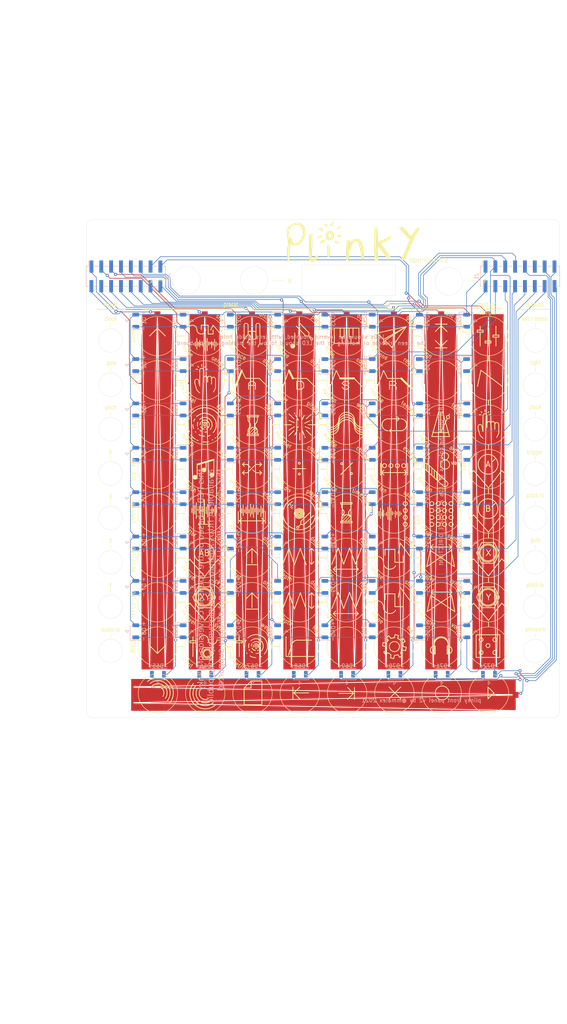
<source format=kicad_pcb>
(kicad_pcb (version 20221018) (generator pcbnew)
  (layers (0 "F.Cu" signal) (31 "B.Cu" signal) (34 "B.Paste" user) (35 "F.Paste" user) (36 "B.SilkS" user "B.Silkscreen") (37 "F.SilkS" user "F.Silkscreen") (38 "B.Mask" user) (39 "F.Mask" user) (44 "Edge.Cuts" user))
  (net 0 "")
  (net 1 "/Y1")
  (net 2 "/X1")
  (net 3 "/Y2")
  (net 4 "/Y3")
  (net 5 "/Y4")
  (net 6 "/Y5")
  (net 7 "/Y6")
  (net 8 "/Y7")
  (net 9 "/Y8")
  (net 10 "/X2")
  (net 11 "/X3")
  (net 12 "/X4")
  (net 13 "T16")
  (net 14 "T15")
  (net 15 "T14")
  (net 16 "T13")
  (net 17 "T12")
  (net 18 "T11")
  (net 19 "T10")
  (net 20 "T9")
  (net 21 "T8")
  (net 22 "T7")
  (net 23 "T6")
  (net 24 "T5")
  (net 25 "T4")
  (net 26 "T3")
  (net 27 "T2")
  (net 28 "T1")
  (net 29 "/X5")
  (net 30 "Net-(J1-Pad15)")
  (net 31 "Net-(J1-Pad13)")
  (footprint "MountingHole:MountingHole_3.2mm_M3" (layer "F.Cu") (at 129.66 141.145)
    (fp_text reference "M3" hide)
    (fp_text value "MountingHole_3.2mm_M3")
  )
  (footprint "MountingHole:MountingHole_3.2mm_M3" (layer "F.Cu") (at 129.66 18.875)
    (fp_text reference "M2" hide)
    (fp_text value "MountingHole_3.2mm_M3")
  )
  (footprint "MountingHole:MountingHole_3.2mm_M3" (layer "F.Cu") (at 22.74 141.145)
    (fp_text reference "M4" hide)
    (fp_text value "MountingHole_3.2mm_M3")
  )
  (footprint "MountingHole:MountingHole_3.2mm_M3" (layer "F.Cu") (at 22.74 18.875)
    (fp_text reference "M1" hide)
    (fp_text value "MountingHole_3.2mm_M3")
  )
  (footprint "plinky:plinky_no_underline" (layer "F.Cu") (at 82.423 22.225)
    (fp_text reference "LOGO" hide)
    (fp_text value "LOGO" hide)
  )
  (footprint "cap:oled0.91hole" (layer "F.Cu") (at 82.804 31.496)
    (fp_text reference "REF**" hide)
    (fp_text value "oled0.91hole")
  )
  (footprint "cap:touchy7horiz" (layer "F.Cu") (at 76.327 140.208 -90)
    (fp_text reference "J4" hide)
    (fp_text value "Conn_01x02")
  )
  (footprint "cap:touchy7" (layer "F.Cu") (at 77.978 85.725)
    (fp_text reference "J3" hide)
    (fp_text value "Conn_02x08_Top_Bottom")
  )
  (footprint "plinkyblackfront:text_v3" (layer "F.Cu") (at 69.977 69.977)
    (fp_text reference "G***" hide)
    (fp_text value "LOGO" hide)
  )
  (footprint "plinkyblackfront:led_reverse_2mm_hole" (layer "B.Cu") (at 27.94 121.92 90)
    (fp_text reference "D8")
    (fp_text value "LED")
  )
  (footprint "plinkyblackfront:led_reverse_2mm_hole" (layer "B.Cu") (at 40.132 110.49 -90)
    (fp_text reference "D15")
    (fp_text value "LED")
  )
  (footprint "plinkyblackfront:led_reverse_2mm_hole" (layer "B.Cu") (at 27.94 41.91 90)
    (fp_text reference "D1")
    (fp_text value "LED")
  )
  (footprint "plinkyblackfront:led_reverse_2mm_hole" (layer "B.Cu") (at 27.94 53.34 90)
    (fp_text reference "D2")
    (fp_text value "LED")
  )
  (footprint "plinkyblackfront:led_reverse_2mm_hole" (layer "B.Cu") (at 27.94 64.77 90)
    (fp_text reference "D3")
    (fp_text value "LED")
  )
  (footprint "plinkyblackfront:led_reverse_2mm_hole" (layer "B.Cu") (at 27.94 110.49 90)
    (fp_text reference "D7")
    (fp_text value "LED")
  )
  (footprint "plinkyblackfront:led_reverse_2mm_hole" (layer "B.Cu") (at 27.94 99.06 90)
    (fp_text reference "D6")
    (fp_text value "LED")
  )
  (footprint "plinkyblackfront:led_reverse_2mm_hole" (layer "B.Cu") (at 40.132 64.77 -90)
    (fp_text reference "D11")
    (fp_text value "LED")
  )
  (footprint "plinkyblackfront:led_reverse_2mm_hole" (layer "B.Cu") (at 27.94 87.63 90)
    (fp_text reference "D5")
    (fp_text value "LED")
  )
  (footprint "plinkyblackfront:led_reverse_2mm_hole" (layer "B.Cu") (at 40.132 76.2 -90)
    (fp_text reference "D12")
    (fp_text value "LED")
  )
  (footprint "plinkyblackfront:led_reverse_2mm_hole" (layer "B.Cu") (at 40.132 87.63 -90)
    (fp_text reference "D13")
    (fp_text value "LED")
  )
  (footprint "plinkyblackfront:led_reverse_2mm_hole" (layer "B.Cu") (at 40.132 41.91 -90)
    (fp_text reference "D9")
    (fp_text value "LED")
  )
  (footprint "plinkyblackfront:led_reverse_2mm_hole" (layer "B.Cu") (at 40.132 53.34 -90)
    (fp_text reference "D10")
    (fp_text value "LED")
  )
  (footprint "plinkyblackfront:led_reverse_2mm_hole" (layer "B.Cu") (at 52.324 53.34 90)
    (fp_text reference "D18")
    (fp_text value "LED")
  )
  (footprint "plinkyblackfront:led_reverse_2mm_hole" (layer "B.Cu") (at 52.324 41.91 90)
    (fp_text reference "D17")
    (fp_text value "LED")
  )
  (footprint "plinkyblackfront:led_reverse_2mm_hole" (layer "B.Cu") (at 27.94 76.2 90)
    (fp_text reference "D4")
    (fp_text value "LED")
  )
  (footprint "plinkyblackfront:led_reverse_2mm_hole" (layer "B.Cu") (at 40.132 121.92 -90)
    (fp_text reference "D16")
    (fp_text value "LED")
  )
  (footprint "plinkyblackfront:led_reverse_2mm_hole" (layer "B.Cu") (at 40.132 99.06 -90)
    (fp_text reference "D14")
    (fp_text value "LED")
  )
  (footprint "plinkyblackfront:led_reverse_2mm_hole" (layer "B.Cu") (at 52.324 110.49 90)
    (fp_text reference "D23")
    (fp_text value "LED")
  )
  (footprint "plinkyblackfront:led_reverse_2mm_hole" (layer "B.Cu") (at 64.516 41.91 -90)
    (fp_text reference "D25")
    (fp_text value "LED")
  )
  (footprint "plinkyblackfront:led_reverse_2mm_hole" (layer "B.Cu") (at 64.516 87.63 -90)
    (fp_text reference "D29")
    (fp_text value "LED")
  )
  (footprint "plinkyblackfront:led_reverse_2mm_hole" (layer "B.Cu") (at 64.516 121.92 -90)
    (fp_text reference "D32")
    (fp_text value "LED")
  )
  (footprint "plinkyblackfront:led_reverse_2mm_hole" (layer "B.Cu") (at 76.708 41.91 90)
    (fp_text reference "D33")
    (fp_text value "LED")
  )
  (footprint "plinkyblackfront:led_reverse_2mm_hole" (layer "B.Cu") (at 76.708 64.77 90)
    (fp_text reference "D35")
    (fp_text value "LED")
  )
  (footprint "plinkyblackfront:led_reverse_2mm_hole" (layer "B.Cu") (at 64.516 64.77 -90)
    (fp_text reference "D27")
    (fp_text value "LED")
  )
  (footprint "plinkyblackfront:led_reverse_2mm_hole" (layer "B.Cu") (at 52.324 121.92 90)
    (fp_text reference "D24")
    (fp_text value "LED")
  )
  (footprint "plinkyblackfront:led_reverse_2mm_hole" (layer "B.Cu") (at 52.324 64.77 90)
    (fp_text reference "D19")
    (fp_text value "LED")
  )
  (footprint "plinkyblackfront:led_reverse_2mm_hole" (layer "B.Cu") (at 76.708 53.34 90)
    (fp_text reference "D34")
    (fp_text value "LED")
  )
  (footprint "plinkyblackfront:led_reverse_2mm_hole" (layer "B.Cu") (at 52.324 76.2 90)
    (fp_text reference "D20")
    (fp_text value "LED")
  )
  (footprint "plinkyblackfront:led_reverse_2mm_hole" (layer "B.Cu") (at 64.516 76.2 -90)
    (fp_text reference "D28")
    (fp_text value "LED")
  )
  (footprint "plinkyblackfront:led_reverse_2mm_hole" (layer "B.Cu") (at 64.516 110.49 -90)
    (fp_text reference "D31")
    (fp_text value "LED")
  )
  (footprint "plinkyblackfront:led_reverse_2mm_hole" (layer "B.Cu") (at 64.516 99.06 -90)
    (fp_text reference "D30")
    (fp_text value "LED")
  )
  (footprint "plinkyblackfront:led_reverse_2mm_hole" (layer "B.Cu") (at 64.516 53.34 -90)
    (fp_text reference "D26")
    (fp_text value "LED")
  )
  (footprint "plinkyblackfront:led_reverse_2mm_hole" (layer "B.Cu") (at 52.324 87.63 90)
    (fp_text reference "D21")
    (fp_text value "LED")
  )
  (footprint "plinkyblackfront:led_reverse_2mm_hole" (layer "B.Cu") (at 52.324 99.06 90)
    (fp_text reference "D22")
    (fp_text value "LED")
  )
  (footprint "plinkyblackfront:led_reverse_2mm_hole" (layer "B.Cu") (at 76.708 76.2 90)
    (fp_text reference "D36")
    (fp_text value "LED")
  )
  (footprint "plinkyblackfront:led_reverse_2mm_hole" (layer "B.Cu") (at 113.284 99.06 -90)
    (fp_text reference "D62")
    (fp_text value "LED")
  )
  (footprint "plinkyblackfront:led_reverse_2mm_hole" (layer "B.Cu") (at 113.233 53.34 -90)
    (fp_text reference "D58")
    (fp_text value "LED")
  )
  (footprint "plinkyblackfront:led_reverse_2mm_hole" (layer "B.Cu") (at 101.092 110.49 90)
    (fp_text reference "D55")
    (fp_text value "LED")
  )
  (footprint "plinkyblackfront:led_reverse_2mm_hole" (layer "B.Cu") (at 101.092 121.92 90)
    (fp_text reference "D56")
    (fp_text value "LED")
  )
  (footprint "plinkyblackfront:led_reverse_2mm_hole" (layer "B.Cu") (at 113.284 64.77 -90)
    (fp_text reference "D59")
    (fp_text value "LED")
  )
  (footprint "plinkyblackfront:led_reverse_2mm_hole" (layer "B.Cu") (at 113.284 121.92 -90)
    (fp_text reference "D64")
    (fp_text value "LED")
  )
  (footprint "plinkyblackfront:led_reverse_2mm_hole" (layer "B.Cu") (at 113.233 41.91 -90)
    (fp_text reference "D57")
    (fp_text value "LED")
  )
  (footprint "plinkyblackfront:led_reverse_2mm_hole" (layer "B.Cu") (at 113.284 87.63 -90)
    (fp_text reference "D61")
    (fp_text value "LED")
  )
  (footprint "plinkyblackfront:led_reverse_2mm_hole" (layer "B.Cu") (at 113.284 76.2 -90)
    (fp_text reference "D60")
    (fp_text value "LED")
  )
  (footprint "plinkyblackfront:led_reverse_2mm_hole" (layer "B.Cu") (at 113.284 110.49 -90)
    (fp_text reference "D63")
    (fp_text value "LED")
  )
  (footprint "plinkyblackfront:led_reverse_2mm_hole" (layer "B.Cu") (at 76.708 121.92 90)
    (fp_text reference "D40")
    (fp_text value "LED")
  )
  (footprint "plinkyblackfront:led_reverse_2mm_hole" (layer "B.Cu") (at 88.9 53.34 -90)
    (fp_text reference "D42")
    (fp_text value "LED")
  )
  (footprint "plinkyblackfront:led_reverse_2mm_hole" (layer "B.Cu") (at 101.092 76.2 90)
    (fp_text reference "D52")
    (fp_text value "LED")
  )
  (footprint "plinkyblackfront:led_reverse_2mm_hole" (layer "B.Cu") (at 88.9 41.91 -90)
    (fp_text reference "D41")
    (fp_text value "LED")
  )
  (footprint "plinkyblackfront:led_reverse_2mm_hole" (layer "B.Cu") (at 88.9 76.2 -90)
    (fp_text reference "D44")
    (fp_text value "LED")
  )
  (footprint "plinkyblackfront:led_reverse_2mm_hole" (layer "B.Cu") (at 88.9 110.49 -90)
    (fp_text reference "D47")
    (fp_text value "LED")
  )
  (footprint "plinkyblackfront:led_reverse_2mm_hole" (layer "B.Cu") (at 101.092 99.06 90)
    (fp_text reference "D54")
    (fp_text value "LED")
  )
  (footprint "plinkyblackfront:led_reverse_2mm_hole" (layer "B.Cu") (at 101.092 64.77 90)
    (fp_text reference "D51")
    (fp_text value "LED")
  )
  (footprint "plinkyblackfront:led_reverse_2mm_hole" (layer "B.Cu") (at 88.9 87.63 -90)
    (fp_text reference "D45")
    (fp_text value "LED")
  )
  (footprint "plinkyblackfront:led_reverse_2mm_hole" (layer "B.Cu") (at 101.041 53.34 90)
    (fp_text reference "D50")
    (fp_text value "LED")
  )
  (footprint "plinkyblackfront:led_reverse_2mm_hole" (layer "B.Cu") (at 88.9 64.77 -90)
    (fp_text reference "D43")
    (fp_text value "LED")
  )
  (footprint "plinkyblackfront:led_reverse_2mm_hole" (layer "B.Cu") (at 88.9 99.06 -90)
    (fp_text reference "D46")
    (fp_text value "LED")
  )
  (footprint "plinkyblackfront:led_reverse_2mm_hole" (layer "B.Cu") (at 101.092 87.63 90)
    (fp_text reference "D53")
    (fp_text value "LED")
  )
  (footprint "plinkyblackfront:led_reverse_2mm_hole" (layer "B.Cu") (at 76.708 99.06 90)
    (fp_text reference "D38")
    (fp_text value "LED")
  )
  (footprint "plinkyblackfront:led_reverse_2mm_hole" (layer "B.Cu") (at 76.708 110.49 90)
    (fp_text reference "D39")
    (fp_text value "LED")
  )
  (footprint "plinkyblackfront:led_reverse_2mm_hole" (layer "B.Cu") (at 88.9 121.92 -90)
    (fp_text reference "D48")
    (fp_text value "LED")
  )
  (footprint "plinkyblackfront:led_reverse_2mm_hole" (layer "B.Cu") (at 101.041 41.91 90)
    (fp_text reference "D49")
    (fp_text value "LED")
  )
  (footprint "plinkyblackfront:led_reverse_2mm_hole" (layer "B.Cu") (at 76.708 87.63 90)
    (fp_text reference "D37")
    (fp_text value "LED")
  )
  (footprint "plinkyblackfront:led_reverse_2mm_hole" (layer "B.Cu") (at 45.847 132.969 180)
    (fp_text reference "D66")
    (fp_text value "BLUE")
  )
  (footprint "plinkyblackfront:led_reverse_2mm_hole" (layer "B.Cu") (at 58.039 132.969 180)
    (fp_text reference "D67")
    (fp_text value "BLUE")
  )
  (footprint "plinkyblackfront:led_reverse_2mm_hole" (layer "B.Cu") (at 70.231 132.969 180)
    (fp_text reference "D68")
    (fp_text value "BLUE")
  )
  (footprint "plinkyblackfront:led_reverse_2mm_hole" (layer "B.Cu") (at 82.423 132.969 180)
    (fp_text reference "D69")
    (fp_text value "BLUE")
  )
  (footprint "plinkyblackfront:led_reverse_2mm_hole" (layer "B.Cu") (at 94.615 132.969 180)
    (fp_text reference "D70")
    (fp_text value "BLUE")
  )
  (footprint "plinkyblackfront:led_reverse_2mm_hole" (layer "B.Cu") (at 33.655 132.969 180)
    (fp_text reference "D65")
    (fp_text value "BLUE")
  )
  (footprint "plinkyblackfront:led_reverse_2mm_hole" (layer "B.Cu") (at 106.807 132.969 180)
    (fp_text reference "D71")
    (fp_text value "BLUE")
  )
  (footprint "plinkyblackfront:led_reverse_2mm_hole" (layer "B.Cu") (at 118.999 132.969 180)
    (fp_text reference "D72")
    (fp_text value "BLUE")
  )
  (footprint "Connector_PinHeader_2.54mm:PinHeader_2x08_P2.54mm_Vertical_SMD" (layer "B.Cu") (at 127 30.48 -90)
    (fp_text reference "J1")
    (fp_text value "Conn_02x08_Odd_Even")
  )
  (footprint "Connector_PinHeader_2.54mm:PinHeader_2x08_P2.54mm_Vertical_SMD" (layer "B.Cu") (at 25.4 30.48 -90)
    (fp_text reference "J2")
    (fp_text value "Conn_02x08_Odd_Even")
  )
  (gr_circle (center 116.967 127.381) (end 117.475 127.381) (stroke (width 0.2032)) (fill none) (layer "F.SilkS"))
  (gr_circle (center 120.523 127.381) (end 121.031 127.381) (stroke (width 0.2032)) (fill none) (layer "F.SilkS"))
  (gr_circle (center 120.523 124.079) (end 121.031 124.079) (stroke (width 0.2032)) (fill none) (layer "F.SilkS"))
  (gr_circle (center 118.745 125.603) (end 119.253 125.603) (stroke (width 0.2032)) (fill none) (layer "F.SilkS"))
  (gr_line (start 117.4877 44.8564) (end 117.4877 44.3484) (stroke (width 0.2032)) (layer "F.SilkS"))
  (gr_line (start 119.5197 47.6504) (end 118.7577 47.6504) (stroke (width 0.2032)) (layer "F.SilkS"))
  (gr_line (start 121.5517 46.1264) (end 120.7897 46.1264) (stroke (width 0.2032)) (layer "F.SilkS"))
  (gr_line (start 115.697 128.651) (end 115.697 122.809) (stroke (width 0.2032)) (layer "F.SilkS"))
  (gr_line (start 117.96268 65.34404) (end 117.96268 64.83604) (stroke (width 0.2032)) (layer "F.SilkS"))
  (gr_line (start 117.20068 65.59804) (end 116.94668 65.34404) (stroke (width 0.2032)) (layer "F.SilkS"))
  (gr_line (start 118.97868 66.10604) (end 119.48668 66.10604) (stroke (width 0.2032)) (layer "F.SilkS"))
  (gr_line (start 118.72468 65.59804) (end 118.97868 65.34404) (stroke (width 0.2032)) (layer "F.SilkS"))
  (gr_line (start 118.47068 68.39204) (end 118.47068 69.40804) (stroke (width 0.2032)) (layer "F.SilkS"))
  (gr_line (start 116.94668 66.10604) (end 116.43868 66.10604) (stroke (width 0.2032)) (layer "F.SilkS"))
  (gr_line (start 119.48668 68.90004) (end 119.48668 69.40804) (stroke (width 0.2032)) (layer "F.SilkS"))
  (gr_line (start 120.50268 68.90004) (end 120.50268 69.91604) (stroke (width 0.2032)) (layer "F.SilkS"))
  (gr_arc (start 116.18468 69.15404) (mid 116.69268 68.64604) (end 117.20068 69.15404) (stroke (width 0.2032)) (layer "F.SilkS"))
  (gr_arc (start 117.45468 66.36004) (mid 117.96268 65.85204) (end 118.47068 66.36004) (stroke (width 0.2032)) (layer "F.SilkS"))
  (gr_arc (start 120.50268 68.64604) (mid 121.01068 68.13804) (end 121.51868 68.64604) (stroke (width 0.2032)) (layer "F.SilkS"))
  (gr_arc (start 119.48668 68.39204) (mid 119.99468 67.88404) (end 120.50268 68.39204) (stroke (width 0.2032)) (layer "F.SilkS"))
  (gr_arc (start 118.47068 68.39204) (mid 118.97868 67.88404) (end 119.48668 68.39204) (stroke (width 0.2032)) (layer "F.SilkS"))
  (gr_line (start 117.20068 69.15404) (end 117.45468 70.42404) (stroke (width 0.2032)) (layer "F.SilkS"))
  (gr_line (start 117.45468 70.42404) (end 117.45468 69.40804) (stroke (width 0.2032)) (layer "F.SilkS"))
  (gr_line (start 116.18468 69.15404) (end 116.18468 69.66204) (stroke (width 0.2032)) (layer "F.SilkS"))
  (gr_line (start 116.18468 69.66204) (end 116.69268 71.44004) (stroke (width 0.2032)) (layer "F.SilkS"))
  (gr_line (start 116.69268 71.44004) (end 117.45468 72.20204) (stroke (width 0.2032)) (layer "F.SilkS"))
  (gr_line (start 120.50268 68.39204) (end 120.50268 68.90004) (stroke (width 0.2032)) (layer "F.SilkS"))
  (gr_line (start 118.47068 66.36004) (end 118.47068 68.39204) (stroke (width 0.2032)) (layer "F.SilkS"))
  (gr_line (start 119.48668 68.39204) (end 119.48668 68.90004) (stroke (width 0.2032)) (layer "F.SilkS"))
  (gr_line (start 121.51868 68.64604) (end 121.51868 70.42404) (stroke (width 0.2032)) (layer "F.SilkS"))
  (gr_line (start 121.51868 70.93204) (end 121.01068 71.94804) (stroke (width 0.2032)) (layer "F.SilkS"))
  (gr_line (start 117.45468 66.86804) (end 117.45468 66.36004) (stroke (width 0.2032)) (layer "F.SilkS"))
  (gr_line (start 117.45468 67.37604) (end 117.45468 66.86804) (stroke (width 0.2032)) (layer "F.SilkS"))
  (gr_line (start 121.51868 70.42404) (end 121.51868 70.93204) (stroke (width 0.2032)) (layer "F.SilkS"))
  (gr_line (start 117.45468 68.90004) (end 117.45468 67.37604) (stroke (width 0.2032)) (layer "F.SilkS"))
  (gr_line (start 117.45468 68.90004) (end 117.45468 69.40804) (stroke (width 0.2032)) (layer "F.SilkS"))
  (gr_line (start 118.872 84.963) (end 122.301 80.518) (stroke (width 0.2032)) (layer "F.SilkS"))
  (gr_line (start 122.301 80.518) (end 123.444 81.661) (stroke (width 0.2032)) (layer "F.SilkS"))
  (gr_line (start 118.872 84.963) (end 115.062 80.518) (stroke (width 0.2032)) (layer "F.SilkS"))
  (gr_line (start 115.062 80.518) (end 114.046 81.534) (stroke (width 0.2032)) (layer "F.SilkS"))
  (gr_line (start 120.269 137.795) (end 118.999 139.065) (stroke (width 0.2032)) (layer "F.SilkS"))
  (gr_line (start 120.269 137.795) (end 118.745 136.271) (stroke (width 0.2032)) (layer "F.SilkS"))
  (gr_line (start 118.999 139.065) (end 118.745 139.319) (stroke (width 0.2032)) (layer "F.SilkS"))
  (gr_line (start 118.745 137.795) (end 118.745 139.319) (stroke (width 0.2032)) (layer "F.SilkS"))
  (gr_line (start 118.745 137.795) (end 118.745 136.271) (stroke (width 0.2032)) (layer "F.SilkS"))
  (gr_line (start 80.264 137.922) (end 84.074 137.922) (stroke (width 0.2032)) (layer "F.SilkS"))
  (gr_line (start 94.742 137.795) (end 93.218 139.319) (stroke (width 0.2032)) (layer "F.SilkS"))
  (gr_line (start 57.658 136.525) (end 55.88 136.525) (stroke (width 0.2032)) (layer "F.SilkS"))
  (gr_line (start 66.167 31.623) (end 63.119 31.623) (stroke (width 0.1016)) (layer "F.SilkS"))
  (gr_line (start 55.4355 81.0895) (end 55.9435 81.5975) (stroke (width 0.2032)) (layer "F.SilkS"))
  (gr_line (start 55.4355 81.0895) (end 55.9435 80.5815) (stroke (width 0.2032)) (layer "F.SilkS"))
  (gr_line (start 21.463 54.991) (end 21.463 53.975) (stroke (width 0.1016)) (layer "F.SilkS"))
  (gr_line (start 21.463 66.421) (end 21.463 65.405) (stroke (width 0.1016)) (layer "F.SilkS"))
  (gr_line (start 21.463 77.851) (end 21.463 76.835) (stroke (width 0.1016)) (layer "F.SilkS"))
  (gr_line (start 21.463 89.281) (end 21.463 88.265) (stroke (width 0.1016)) (layer "F.SilkS"))
  (gr_line (start 21.463 100.711) (end 21.463 99.695) (stroke (width 0.1016)) (layer "F.SilkS"))
  (gr_line (start 21.463 112.141) (end 21.463 111.125) (stroke (width 0.1016)) (layer "F.SilkS"))
  (gr_line (start 21.463 123.571) (end 21.463 122.555) (stroke (width 0.1016)) (layer "F.SilkS"))
  (gr_line (start 130.937 112.143) (end 130.937 111.127) (stroke (width 0.1016)) (layer "F.SilkS"))
  (gr_line (start 130.937 43.563) (end 130.937 42.547) (stroke (width 0.1016)) (layer "F.SilkS"))
  (gr_line (start 130.937 123.573) (end 130.937 122.557) (stroke (width 0.1016)) (layer "F.SilkS"))
  (gr_line (start 130.937 66.423) (end 130.937 65.407) (stroke (width 0.1016)) (layer "F.SilkS"))
  (gr_line (start 130.937 100.713) (end 130.937 99.697) (stroke (width 0.1016)) (layer "F.SilkS"))
  (gr_line (start 130.937 89.283) (end 130.937 88.267) (stroke (width 0.1016)) (layer "F.SilkS"))
  (gr_line (start 130.937 54.993) (end 130.937 53.977) (stroke (width 0.1016)) (layer "F.SilkS"))
  (gr_line (start 130.937 77.853) (end 130.937 76.837) (stroke (width 0.1016)) (layer "F.SilkS"))
  (gr_circle (center 118.745 113.157) (end 120.777 113.157) (stroke (width 0.2032)) (fill none) (layer "F.SilkS"))
  (gr_circle (center 118.745 113.157) (end 118.364 115.443) (stroke (width 0.2032)) (fill none) (layer "F.SilkS"))
  (gr_circle (center 118.75516 78.89748) (end 121.29516 78.89748) (stroke (width 0.2032)) (fill none) (layer "F.SilkS"))
  (gr_line (start 121.666 113.157) (end 120.396 110.49) (stroke (width 0.2032)) (layer "F.SilkS"))
  (gr_line (start 120.396 115.824) (end 121.666 113.157) (stroke (width 0.2032)) (layer "F.SilkS"))
  (gr_line (start 120.396 110.49) (end 118.745 110.49) (stroke (width 0.2032)) (layer "F.SilkS"))
  (gr_line (start 118.745 115.824) (end 120.396 115.824) (stroke (width 0.2032)) (layer "F.SilkS"))
  (gr_line (start 58.293 57.531) (end 58.547 57.785) (stroke (width 0.2032)) (layer "F.SilkS"))
  (gr_line (start 94.615 58.547) (end 93.345 58.547) (stroke (width 0.2032)) (layer "F.SilkS"))
  (gr_line (start 81.661 59.563) (end 81.153 59.055) (stroke (width 0.2032)) (layer "F.SilkS"))
  (gr_line (start 82.423 57.531) (end 82.931 58.039) (stroke (width 0.2032)) (layer "F.SilkS"))
  (gr_line (start 82.423 59.563) (end 81.661 59.563) (stroke (width 0.2032)) (layer "F.SilkS"))
  (gr_line (start 48.49368 56.96204) (end 48.49368 58.74004) (stroke (width 0.2032)) (layer "F.SilkS"))
  (gr_line (start 45.44568 56.70804) (end 45.44568 57.72404) (stroke (width 0.2032)) (layer "F.SilkS"))
  (gr_line (start 44.93768 53.66004) (end 44.93768 53.15204) (stroke (width 0.2032)) (layer "F.SilkS"))
  (gr_line (start 71.247 58.039) (end 70.739 57.531) (stroke (width 0.2032)) (layer "F.SilkS"))
  (gr_line (start 93.345 58.547) (end 94.615 58.547) (stroke (width 0.2032)) (layer "F.SilkS"))
  (gr_line (start 95.123 59.055) (end 95.123 59.563) (stroke (width 0.2032)) (layer "F.SilkS"))
  (gr_line (start 44.17568 53.91404) (end 43.92168 53.66004) (stroke (width 0.2032)) (layer "F.SilkS"))
  (gr_line (start 43.92168 54.42204) (end 43.41368 54.42204) (stroke (width 0.2032)) (layer "F.SilkS"))
  (gr_line (start 58.801 59.309) (end 58.801 59.563) (stroke (width 0.2032)) (layer "F.SilkS"))
  (gr_line (start 90.297 58.801) (end 91.821 54.737) (stroke (width 0.2032)) (layer "F.SilkS"))
  (gr_line (start 57.023 58.547) (end 58.801 58.547) (stroke (width 0.2032)) (layer "F.SilkS"))
  (gr_line (start 69.469 57.531) (end 69.469 59.563) (stroke (width 0.2032)) (layer "F.SilkS"))
  (gr_line (start 69.469 59.563) (end 70.739 59.563) (stroke (width 0.2032)) (layer "F.SilkS"))
  (gr_line (start 81.661 57.531) (end 81.153 58.039) (stroke (width 0.2032)) (layer "F.SilkS"))
  (gr_line (start 94.615 58.547) (end 95.123 59.055) (stroke (width 0.2032)) (layer "F.SilkS"))
  (gr_line (start 44.42968 57.21604) (end 44.42968 57.72404) (stroke (width 0.2032)) (layer "F.SilkS"))
  (gr_line (start 72.009 56.769) (end 74.041 58.801) (stroke (width 0.2032)) (layer "F.SilkS"))
  (gr_line (start 91.821 54.737) (end 92.837 56.769) (stroke (width 0.2032)) (layer "F.SilkS"))
  (gr_line (start 82.931 59.055) (end 82.423 59.563) (stroke (width 0.2032)) (layer "F.SilkS"))
  (gr_line (start 68.453 56.769) (end 72.009 56.769) (stroke (width 0.2032)) (layer "F.SilkS"))
  (gr_line (start 79.629 54.737) (end 80.645 56.769) (stroke (width 0.2032)) (layer "F.SilkS"))
  (gr_line (start 78.105 58.801) (end 79.629 54.737) (stroke (width 0.2032)) (layer "F.SilkS"))
  (gr_line (start 84.201 56.769) (end 86.233 58.801) (stroke (width 0.2032)) (layer "F.SilkS"))
  (gr_line (start 80.645 56.769) (end 84.201 56.769) (stroke (width 0.508)) (layer "F.SilkS"))
  (gr_line (start 44.42968 57.21604) (end 44.42968 55.69204) (stroke (width 0.2032)) (layer "F.SilkS"))
  (gr_line (start 45.44568 54.67604) (end 45.44568 56.70804) (stroke (width 0.2032)) (layer "F.SilkS"))
  (gr_line (start 82.423 58.547) (end 82.931 59.055) (stroke (width 0.2032)) (layer "F.SilkS"))
  (gr_line (start 92.837 56.769) (end 96.393 56.769) (stroke (width 0.2032)) (layer "F.SilkS"))
  (gr_line (start 70.739 57.531) (end 69.469 57.531) (stroke (width 0.2032)) (layer "F.SilkS"))
  (gr_line (start 57.023 58.039) (end 57.023 59.563) (stroke (width 0.2032)) (layer "F.SilkS"))
  (gr_line (start 44.42968 55.69204) (end 44.42968 55.18404) (stroke (width 0.2032)) (layer "F.SilkS"))
  (gr_line (start 47.47768 57.21604) (end 47.47768 58.23204) (stroke (width 0.2032)) (layer "F.SilkS"))
  (gr_line (start 81.661 58.547) (end 82.423 58.547) (stroke (width 0.2032)) (layer "F.SilkS"))
  (gr_line (start 81.153 58.039) (end 81.661 58.547) (stroke (width 0.2032)) (layer "F.SilkS"))
  (gr_line (start 93.345 57.531) (end 93.345 59.563) (stroke (width 0.2032)) (layer "F.SilkS"))
  (gr_line (start 45.95368 54.42204) (end 46.46168 54.42204) (stroke (width 0.2032)) (layer "F.SilkS"))
  (gr_line (start 45.69968 53.91404) (end 45.95368 53.66004) (stroke (width 0.2032)) (layer "F.SilkS"))
  (gr_line (start 48.49368 58.74004) (end 48.49368 59.24804) (stroke (width 0.2032)) (layer "F.SilkS"))
  (gr_line (start 46.46168 57.21604) (end 46.46168 57.72404) (stroke (width 0.2032)) (layer "F.SilkS"))
  (gr_line (start 58.801 58.039) (end 58.801 59.309) (stroke (width 0.2032)) (layer "F.SilkS"))
  (gr_line (start 93.345 57.531) (end 94.615 57.531) (stroke (width 0.2032)) (layer "F.SilkS"))
  (gr_line (start 71.247 59.055) (end 71.247 58.039) (stroke (width 0.2032)) (layer "F.SilkS"))
  (gr_line (start 57.531 57.531) (end 57.023 58.039) (stroke (width 0.2032)) (layer "F.SilkS"))
  (gr_line (start 44.42968 55.18404) (end 44.42968 54.67604) (stroke (width 0.2032)) (layer "F.SilkS"))
  (gr_line (start 70.739 59.563) (end 71.247 59.055) (stroke (width 0.2032)) (layer "F.SilkS"))
  (gr_line (start 95.123 58.039) (end 94.615 58.547) (stroke (width 0.2032)) (layer "F.SilkS"))
  (gr_line (start 48.49368 59.24804) (end 47.98568 60.26404) (stroke (width 0.2032)) (layer "F.SilkS"))
  (gr_line (start 57.531 57.531) (end 58.293 57.531) (stroke (width 0.2032)) (layer "F.SilkS"))
  (gr_line (start 58.547 57.785) (end 58.801 58.039) (stroke (width 0.2032)) (layer "F.SilkS"))
  (gr_line (start 96.393 56.769) (end 98.425 58.801) (stroke (width 0.508)) (layer "F.SilkS"))
  (gr_line (start 81.661 57.531) (end 82.423 57.531) (stroke (width 0.2032)) (layer "F.SilkS"))
  (gr_line (start 94.615 57.531) (end 95.123 58.039) (stroke (width 0.2032)) (layer "F.SilkS"))
  (gr_arc (start 44.42968 54.67604) (mid 44.93768 54.16804) (end 45.44568 54.67604) (stroke (width 0.2032)) (layer "F.SilkS"))
  (gr_line (start 57.91708 45.6184) (end 57.91708 46.1264) (stroke (width 0.2032)) (layer "F.SilkS"))
  (gr_line (start 46.46168 56.70804) (end 46.46168 57.21604) (stroke (width 0.2032)) (layer "F.SilkS"))
  (gr_line (start 47.47768 56.70804) (end 47.47768 57.21604) (stroke (width 0.2032)) (layer "F.SilkS"))
  (gr_arc (start 56.90108 45.1104) (mid 57.40908 44.6024) (end 57.91708 45.1104) (stroke (width 0.2032)) (layer "F.SilkS"))
  (gr_arc (start 43.15968 57.47004) (mid 43.66768 56.96204) (end 44.17568 57.47004) (stroke (width 0.2032)) (layer "F.SilkS"))
  (gr_line (start 59.94908 43.0784) (end 59.94908 47.1424) (stroke (width 0.2032)) (layer "F.SilkS"))
  (gr_line (start 43.15968 57.47004) (end 43.15968 57.97804) (stroke (width 0.2032)) (layer "F.SilkS"))
  (gr_line (start 59.94908 47.6504) (end 59.44108 48.6664) (stroke (width 0.2032)) (layer "F.SilkS"))
  (gr_line (start 59.94908 47.1424) (end 59.94908 47.6504) (stroke (width 0.2032)) (layer "F.SilkS"))
  (gr_arc (start 46.46168 56.70804) (mid 46.96968 56.20004) (end 47.47768 56.70804) (stroke (width 0.2032)) (layer "F.SilkS"))
  (gr_line (start 44.42968 58.74004) (end 44.42968 57.72404) (stroke (width 0.2032)) (layer "F.SilkS"))
  (gr_line (start 58.93308 45.6184) (end 58.93308 46.6344) (stroke (width 0.2032)) (layer "F.SilkS"))
  (gr_line (start 57.91708 45.1104) (end 57.91708 45.6184) (stroke (width 0.2032)) (layer "F.SilkS"))
  (gr_arc (start 45.44568 56.70804) (mid 45.95368 56.20004) (end 46.46168 56.70804) (stroke (width 0.2032)) (layer "F.SilkS"))
  (gr_arc (start 47.47768 56.96204) (mid 47.98568 56.45404) (end 48.49368 56.96204) (stroke (width 0.2032)) (layer "F.SilkS"))
  (gr_line (start 44.17568 57.47004) (end 44.42968 58.74004) (stroke (width 0.2032)) (layer "F.SilkS"))
  (gr_arc (start 58.93308 43.0784) (mid 59.44108 42.5704) (end 59.94908 43.0784) (stroke (width 0.2032)) (layer "F.SilkS"))
  (gr_line (start 43.66768 59.75604) (end 44.42968 60.51804) (stroke (width 0.2032)) (layer "F.SilkS"))
  (gr_line (start 43.15968 57.97804) (end 43.66768 59.75604) (stroke (width 0.2032)) (layer "F.SilkS"))
  (gr_line (start 56.90108 45.1104) (end 56.90108 45.466) (stroke (width 0.2032)) (layer "F.SilkS"))
  (gr_arc (start 55.88508 43.0784) (mid 56.39308 42.5704) (end 56.90108 43.0784) (stroke (width 0.2032)) (layer "F.SilkS"))
  (gr_arc (start 57.91708 45.1104) (mid 58.42508 44.6024) (end 58.93308 45.1104) (stroke (width 0.2032)) (layer "F.SilkS"))
  (gr_line (start 58.93308 43.0784) (end 58.93308 45.6184) (stroke (width 0.2032)) (layer "F.SilkS"))
  (gr_line (start 55.88508 45.6184) (end 55.88508 44.0944) (stroke (width 0.2032)) (layer "F.SilkS"))
  (gr_line (start 56.90108 43.0784) (end 56.90108 45.1104) (stroke (width 0.2032)) (layer "F.SilkS"))
  (gr_line (start 55.88508 43.5864) (end 55.88508 43.0784) (stroke (width 0.2032)) (layer "F.SilkS"))
  (gr_line (start 55.88508 44.0944) (end 55.88508 43.5864) (stroke (width 0.2032)) (layer "F.SilkS"))
  (gr_line (start 55.88508 45.6184) (end 55.88508 46.1264) (stroke (width 0.2032)) (layer "F.SilkS"))
  (gr_line (start 65.913 58.801) (end 67.437 54.737) (stroke (width 0.2032)) (layer "F.SilkS"))
  (gr_line (start 53.721 58.801) (end 55.245 54.737) (stroke (width 0.508)) (layer "F.SilkS"))
  (gr_line (start 56.261 56.769) (end 59.817 56.769) (stroke (width 0.2032)) (layer "F.SilkS"))
  (gr_line (start 67.437 54.737) (end 68.453 56.769) (stroke (width 0.508)) (layer "F.SilkS"))
  (gr_line (start 55.245 54.737) (end 56.261 56.769) (stroke (width 0.2032)) (layer "F.SilkS"))
  (gr_line (start 59.817 56.769) (end 61.849 58.801) (stroke (width 0.2032)) (layer "F.SilkS"))
  (gr_line (start 106.68 48.514) (end 106.68 43.18) (stroke (width 0.2032)) (layer "F.SilkS"))
  (gr_line (start 105.41 47.244) (end 105.156 46.99) (stroke (width 0.2032)) (layer "F.SilkS"))
  (gr_line (start 106.68 42.799) (end 108.204 42.799) (stroke (width 0.2032)) (layer "F.SilkS"))
  (gr_line (start 106.68 48.514) (end 108.204 46.99) (stroke (width 0.2032)) (layer "F.SilkS"))
  (gr_line (start 80.645 43.815) (end 80.645 46.101) (stroke (width 0.2032)) (layer "F.SilkS"))
  (gr_line (start 79.121 47.752) (end 79.121 43.815) (stroke (width 0.2032)) (layer "F.SilkS"))
  (gr_line (start 85.471 47.752) (end 79.121 47.752) (stroke (width 0.2032)) (layer "F.SilkS"))
  (gr_line (start 83.947 46.101) (end 83.947 43.815) (stroke (width 0.2032)) (layer "F.SilkS"))
  (gr_line (start 70.104 80.01) (end 68.453 80.01) (stroke (width 0.2032)) (layer "F.SilkS"))
  (gr_line (start 106.68 48.514) (end 105.41 47.244) (stroke (width 0.2032)) (layer "F.SilkS"))
  (gr_line (start 82.931 43.815) (end 82.931 46.101) (stroke (width 0.2032)) (layer "F.SilkS"))
  (gr_line (start 70.104 80.01) (end 71.755 80.01) (stroke (width 0.2032)) (layer "F.SilkS"))
  (gr_line (start 106.68 42.799) (end 105.156 42.799) (stroke (width 0.2032)) (layer "F.SilkS"))
  (gr_line (start 107.95 44.45) (end 108.204 44.704) (stroke (width 0.2032)) (layer "F.SilkS"))
  (gr_line (start 83.439 46.228) (end 83.439 47.752) (stroke (width 0.2032)) (layer "F.SilkS"))
  (gr_line (start 82.931 46.101) (end 83.947 46.101) (stroke (width 0.2032)) (layer "F.SilkS"))
  (gr_circle (center 70.104 81.407) (end 70.104 81.661) (stroke (width 0.2032)) (fill none) (layer "F.SilkS"))
  (gr_line (start 85.471 43.815) (end 85.471 47.752) (stroke (width 0.2032)) (layer "F.SilkS"))
  (gr_line (start 106.68 43.18) (end 107.95 44.45) (stroke (width 0.2032)) (layer "F.SilkS"))
  (gr_line (start 106.68 48.895) (end 108.204 48.895) (stroke (width 0.2032)) (layer "F.SilkS"))
  (gr_line (start 81.661 46.101) (end 81.661 43.815) (stroke (width 0.2032)) (layer "F.SilkS"))
  (gr_line (start 81.153 46.228) (end 81.153 47.752) (stroke (width 0.2032)) (layer "F.SilkS"))
  (gr_circle (center 81.026 78.74) (end 81.026 78.994) (stroke (width 0.2032)) (fill none) (layer "F.SilkS"))
  (gr_circle (center 83.566 81.28) (end 83.566 81.534) (stroke (width 0.2032)) (fill none) (layer "F.SilkS"))
  (gr_circle (center 70.104 78.613) (end 70.104 78.867) (stroke (width 0.2032)) (fill none) (layer "F.SilkS"))
  (gr_line (start 106.68 43.18) (end 105.156 44.704) (stroke (width 0.2032)) (layer "F.SilkS"))
  (gr_line (start 106.68 48.895) (end 105.156 48.895) (stroke (width 0.2032)) (layer "F.SilkS"))
  (gr_line (start 82.296 80.01) (end 83.82 78.486) (stroke (width 0.2032)) (layer "F.SilkS"))
  (gr_line (start 80.645 46.101) (end 81.661 46.101) (stroke (width 0.2032)) (layer "F.SilkS"))
  (gr_line (start 82.296 80.01) (end 80.772 81.534) (stroke (width 0.2032)) (layer "F.SilkS"))
  (gr_line (start 79.121 43.815) (end 85.471 43.815) (stroke (width 0.2032)) (layer "F.SilkS"))
  (gr_line (start 58.801 69.342) (end 59.055 69.596) (stroke (width 0.2032)) (layer "F.SilkS"))
  (gr_line (start 59.309 70.104) (end 59.309 71.12) (stroke (width 0.2032)) (layer "F.SilkS"))
  (gr_line (start 58.674 69.088) (end 58.801 69.342) (stroke (width 0.2032)) (layer "F.SilkS"))
  (gr_circle (center 107.696 76.835) (end 107.569 77.724) (stroke (width 0.2032)) (fill none) (layer "F.SilkS"))
  (gr_line (start 108.839 71.755) (end 107.061 65.405) (stroke (width 0.2032)) (layer "F.SilkS"))
  (gr_circle (center 108.437391 66.7385) (end 108.310391 67.1195) (stroke (width 0.2032)) (fill none) (layer "F.SilkS"))
  (gr_arc (start 56.613437 45.769219) (mid 57.252835 45.577953) (end 57.404 46.228) (stroke (width 0.2032)) (layer "F.SilkS"))
  (gr_line (start 58.801 68.453) (end 58.674 68.707) (stroke (width 0.2032)) (layer "F.SilkS"))
  (gr_line (start 55.372 47.498) (end 55.372 48.133) (stroke (width 0.2032)) (layer "F.SilkS"))
  (gr_line (start 55.372 48.133) (end 55.753 48.641) (stroke (width 0.2032)) (layer "F.SilkS"))
  (gr_line (start 57.15 46.736) (end 56.642 47.625) (stroke (width 0.2032)) (layer "F.SilkS"))
  (gr_line (start 59.309 71.12) (end 56.896 71.12) (stroke (width 0.2032)) (layer "F.SilkS"))
  (gr_line (start 58.674 68.707) (end 58.674 69.088) (stroke (width 0.2032)) (layer "F.SilkS"))
  (gr_circle (center 95.377 79.248) (end 95.25 79.756) (stroke (width 0.2032)) (fill none) (layer "F.SilkS"))
  (gr_circle (center 93.726 79.248) (end 93.599 79.756) (stroke (width 0.2032)) (fill none) (layer "F.SilkS"))
  (gr_circle (center 92.075 79.248) (end 91.948 79.756) (stroke (width 0.2032)) (fill none) (layer "F.SilkS"))
  (gr_line (start 107.061 65.405) (end 106.045 65.405) (stroke (width 0.2032)) (layer "F.SilkS"))
  (gr_line (start 106.553 65.405) (end 106.553 70.739) (stroke (width 0.2032)) (layer "F.SilkS"))
  (gr_line (start 91.313 81.026) (end 91.948 81.661) (stroke (width 0.2032)) (layer "F.SilkS"))
  (gr_line (start 106.045 65.405) (end 104.267 71.755) (stroke (width 0.2032)) (layer "F.SilkS"))
  (gr_line (start 56.896 66.675) (end 59.309 66.675) (stroke (width 0.2032)) (layer "F.SilkS"))
  (gr_line (start 56.613437 45.769219) (end 55.372 47.498) (stroke (width 0.2032)) (layer "F.SilkS"))
  (gr_circle (center 97.028 79.248) (end 96.901 79.756) (stroke (width 0.2032)) (fill none) (layer "F.SilkS"))
  (gr_line (start 91.313 81.026) (end 91.948 80.391) (stroke (width 0.2032)) (layer "F.SilkS"))
  (gr_line (start 97.79 81.026) (end 97.155 81.661) (stroke (width 0.2032)) (layer "F.SilkS"))
  (gr_circle (center 107.696 78.974927) (end 107.442 80.108902) (stroke (width 0.2032)) (fill none) (layer "F.SilkS"))
  (gr_line (start 91.313 81.026) (end 97.79 81.026) (stroke (width 0.2032)) (layer "F.SilkS"))
  (gr_line (start 97.79 81.026) (end 97.155 80.391) (stroke (width 0.2032)) (layer "F.SilkS"))
  (gr_line (start 91.059 81.661) (end 91.059 78.613) (stroke (width 0.2032)) (layer "F.SilkS"))
  (gr_line (start 98.044 81.661) (end 98.044 78.613) (stroke (width 0.2032)) (layer "F.SilkS"))
  (gr_line (start 104.267 71.755) (end 108.839 71.755) (stroke (width 0.2032)) (layer "F.SilkS"))
  (gr_line (start 55.753 48.641) (end 56.261 49.022) (stroke (width 0.2032)) (layer "F.SilkS"))
  (gr_line (start 57.404 46.228) (end 57.15 46.736) (stroke (width 0.2032)) (layer "F.SilkS"))
  (gr_line (start 108.585 66.421) (end 108.839 65.913) (stroke (width 0.2032)) (layer "F.SilkS"))
  (gr_line (start 55.88508 46.1264) (end 55.88 46.736) (stroke (width 0.2032)) (layer "F.SilkS"))
  (gr_line (start 104.521 70.739) (end 108.585 70.739) (stroke (width 0.2032)) (layer "F.SilkS"))
  (gr_line (start 106.553 70.739) (end 108.2675 67.1195) (stroke (width 0.2032)) (layer "F.SilkS"))
  (gr_line (start 59.309 66.675) (end 59.309 67.691) (stroke (width 0.2032)) (layer "F.SilkS"))
  (gr_line (start 59.055 69.596) (end 59.309 70.104) (stroke (width 0.2032)) (layer "F.SilkS"))
  (gr_line (start 57.404 69.215) (end 57.531 68.961) (stroke (width 0.2032)) (layer "F.SilkS"))
  (gr_line (start 57.15 68.072) (end 56.896 67.564) (stroke (width 0.2032)) (layer "F.SilkS"))
  (gr_line (start 59.563 71.12) (end 59.309 71.12) (stroke (width 0.2032)) (layer "F.SilkS"))
  (gr_line (start 57.531 68.961) (end 57.531 68.58) (stroke (width 0.2032)) (layer "F.SilkS"))
  (gr_line (start 56.896 71.12) (end 56.642 71.12) (stroke (width 0.2032)) (layer "F.SilkS"))
  (gr_line (start 59.055 68.199) (end 58.801 68.453) (stroke (width 0.2032)) (layer "F.SilkS"))
  (gr_line (start 59.309 67.691) (end 59.055 68.199) (stroke (width 0.2032)) (layer "F.SilkS"))
  (gr_line (start 57.15 69.596) (end 57.785 69.469) (stroke (width 0.2032)) (layer "F.SilkS"))
  (gr_line (start 59.563 66.675) (end 59.309 66.675) (stroke (width 0.2032)) (layer "F.SilkS"))
  (gr_line (start 56.896 69.977) (end 57.15 69.469) (stroke (width 0.2032)) (layer "F.SilkS"))
  (gr_line (start 56.896 67.564) (end 56.896 66.675) (stroke (width 0.2032)) (layer "F.SilkS"))
  (gr_line (start 56.769 66.675) (end 56.642 66.675) (stroke (width 0.2032)) (layer "F.SilkS"))
  (gr_line (start 57.15 69.469) (end 57.404 69.215) (stroke (width 0.2032)) (layer "F.SilkS"))
  (gr_line (start 57.531 68.58) (end 57.404 68.326) (stroke (width 0.2032)) (layer "F.SilkS"))
  (gr_line (start 56.642 71.501) (end 59.563 71.501) (stroke (width 0.2032)) (layer "F.SilkS"))
  (gr_line (start 58.547 69.469) (end 59.182 69.85) (stroke (width 0.2032)) (layer "F.SilkS"))
  (gr_line (start 56.896 71.12) (end 56.896 69.977) (stroke (width 0.2032)) (layer "F.SilkS"))
  (gr_line (start 57.404 68.326) (end 57.15 68.072) (stroke (width 0.2032)) (layer "F.SilkS"))
  (gr_line (start 56.896 66.675) (end 56.769 66.675) (stroke (width 0.2032)) (layer "F.SilkS"))
  (gr_line (start 56.642 66.675) (end 56.642 66.294) (stroke (width 0.2032)) (layer "F.SilkS"))
  (gr_line (start 56.642 66.294) (end 59.436 66.294) (stroke (width 0.2032)) (layer "F.SilkS"))
  (gr_line (start 59.436 66.294) (end 59.563 66.294) (stroke (width 0.2032)) (layer "F.SilkS"))
  (gr_line (start 56.642 71.12) (end 56.642 71.501) (stroke (width 0.2032)) (layer "F.SilkS"))
  (gr_line (start 59.563 71.501) (end 59.563 71.12) (stroke (width 0.2032)) (layer "F.SilkS"))
  (gr_line (start 58.039 69.342) (end 58.547 69.469) (stroke (width 0.2032)) (layer "F.SilkS"))
  (gr_line (start 59.563 66.294) (end 59.563 66.675) (stroke (width 0.2032)) (layer "F.SilkS"))
  (gr_line (start 57.785 69.469) (end 58.039 69.342) (stroke (width 0.2032)) (layer "F.SilkS"))
  (gr_line (start 73.279 100.584) (end 73.914 101.219) (stroke (width 0.2032)) (layer "F.SilkS"))
  (gr_line (start 85.344 105.918) (end 84.709 106.553) (stroke (width 0.2032)) (layer "F.SilkS"))
  (gr_line (start 57.912 104.775) (end 56.388 104.775) (stroke (width 0.2032)) (layer "F.SilkS"))
  (gr_line (start 81.534 104.648) (end 83.058 100.457) (stroke (width 0.2032)) (layer "F.SilkS"))
  (gr_line (start 57.912 104.394) (end 57.912 100.584) (stroke (width 0.2032)) (layer "F.SilkS"))
  (gr_line (start 73.279 104.648) (end 73.914 104.013) (stroke (width 0.2032)) (layer "F.SilkS"))
  (gr_line (start 57.912 100.584) (end 59.182 101.854) (stroke (width 0.2032)) (layer "F.SilkS"))
  (gr_line (start 67.437 100.584) (end 68.834 104.775) (stroke (width 0.2032)) (layer "F.SilkS"))
  (gr_line (start 57.912 104.775) (end 59.436 104.775) (stroke (width 0.2032)) (layer "F.SilkS"))
  (gr_line (start 65.786 104.775) (end 67.437 100.584) (stroke (width 0.2032)) (layer "F.SilkS"))
  (gr_line (start 59.182 101.854) (end 59.436 102.108) (stroke (width 0.2032)) (layer "F.SilkS"))
  (gr_line (start 70.358 100.584) (end 71.882 104.775) (stroke (width 0.2032)) (layer "F.SilkS"))
  (gr_line (start 68.834 104.775) (end 70.358 100.584) (stroke (width 0.2032)) (layer "F.SilkS"))
  (gr_line (start 57.912 100.584) (end 56.388 102.108) (stroke (width 0.2032)) (layer "F.SilkS"))
  (gr_line (start 73.279 100.584) (end 72.644 101.219) (stroke (width 0.2032)) (layer "F.SilkS"))
  (gr_line (start 73.279 100.584) (end 73.279 104.648) (stroke (width 0.2032)) (layer "F.SilkS"))
  (gr_line (start 78.867 105.918) (end 79.502 105.283) (stroke (width 0.2032)) (layer "F.SilkS"))
  (gr_line (start 73.279 104.648) (end 72.644 104.013) (stroke (width 0.2032)) (layer "F.SilkS"))
  (gr_line (start 83.185 92.075) (end 83.439 92.583) (stroke (width 0.2032)) (layer "F.SilkS"))
  (gr_line (start 83.693 88.773) (end 83.693 89.154) (stroke (width 0.2032)) (layer "F.SilkS"))
  (gr_line (start 83.693 89.154) (end 83.439 89.154) (stroke (width 0.2032)) (layer "F.SilkS"))
  (gr_line (start 81.153 93.599) (end 82.677 92.075) (stroke (width 0.1524)) (layer "F.SilkS"))
  (gr_line (start 83.693 93.599) (end 83.439 93.599) (stroke (width 0.2032)) (layer "F.SilkS"))
  (gr_line (start 82.804 91.186) (end 82.804 91.567) (stroke (width 0.2032)) (layer "F.SilkS"))
  (gr_line (start 81.534 90.805) (end 81.28 90.551) (stroke (width 0.2032)) (layer "F.SilkS"))
  (gr_line (start 81.28 91.948) (end 81.534 91.694) (stroke (width 0.2032)) (layer "F.SilkS"))
  (gr_line (start 81.026 89.154) (end 83.439 89.154) (stroke (width 0.2032)) (layer "F.SilkS"))
  (gr_line (start 81.915 93.599) (end 83.185 92.329) (stroke (width 0.1524)) (layer "F.SilkS"))
  (gr_line (start 81.026 89.154) (end 80.899 89.154) (stroke (width 0.2032)) (layer "F.SilkS"))
  (gr_line (start 81.661 91.059) (end 81.534 90.805) (stroke (width 0.2032)) (layer "F.SilkS"))
  (gr_line (start 80.899 89.154) (end 80.772 89.154) (stroke (width 0.2032)) (layer "F.SilkS"))
  (gr_line (start 83.693 93.98) (end 83.693 93.599) (stroke (width 0.2032)) (layer "F.SilkS"))
  (gr_line (start 81.026 90.043) (end 81.026 89.154) (stroke (width 0.2032)) (layer "F.SilkS"))
  (gr_line (start 81.28 90.551) (end 81.026 90.043) (stroke (width 0.2032)) (layer "F.SilkS"))
  (gr_line (start 82.931 90.932) (end 82.804 91.186) (stroke (width 0.2032)) (layer "F.SilkS"))
  (gr_line (start 82.677 91.948) (end 83.312 92.329) (stroke (width 0.2032)) (layer "F.SilkS"))
  (gr_line (start 80.772 93.599) (end 80.772 93.98) (stroke (width 0.2032)) (layer "F.SilkS"))
  (gr_line (start 82.677 93.599) (end 83.439 92.837) (stroke (width 0.1524)) (layer "F.SilkS"))
  (gr_line (start 81.915 91.948) (end 82.169 91.821) (stroke (width 0.2032)) (layer "F.SilkS"))
  (gr_line (start 83.566 88.773) (end 83.693 88.773) (stroke (width 0.2032)) (layer "F.SilkS"))
  (gr_line (start 81.026 92.964) (end 82.169 91.821) (stroke (width 0.1524)) (layer "F.SilkS"))
  (gr_line (start 83.185 90.678) (end 82.931 90.932) (stroke (width 0.2032)) (layer "F.SilkS"))
  (gr_line (start 83.439 89.154) (end 83.439 90.17) (stroke (width 0.2032)) (layer "F.SilkS"))
  (gr_line (start 80.772 93.98) (end 83.693 93.98) (stroke (width 0.2032)) (layer "F.SilkS"))
  (gr_line (start 82.931 91.821) (end 83.185 92.075) (stroke (width 0.2032)) (layer "F.SilkS"))
  (gr_line (start 83.439 90.17) (end 83.185 90.678) (stroke (width 0.2032)) (layer "F.SilkS"))
  (gr_line (start 81.28 92.075) (end 81.915 91.948) (stroke (width 0.2032)) (layer "F.SilkS"))
  (gr_line (start 82.169 91.821) (end 82.677 91.948) (stroke (width 0.2032)) (layer "F.SilkS"))
  (gr_line (start 81.026 93.599) (end 80.772 93.599) (stroke (width 0.2032)) (layer "F.SilkS"))
  (gr_line (start 81.026 93.599) (end 81.026 92.456) (stroke (width 0.2032)) (layer "F.SilkS"))
  (gr_line (start 83.439 93.599) (end 81.026 93.599) (stroke (width 0.2032)) (layer "F.SilkS"))
  (gr_line (start 83.439 92.583) (end 83.439 93.599) (stroke (width 0.2032)) (layer "F.SilkS"))
  (gr_line (start 82.804 91.567) (end 82.931 91.821) (stroke (width 0.2032)) (layer "F.SilkS"))
  (gr_line (start 80.772 89.154) (end 80.772 88.773) (stroke (width 0.2032)) (layer "F.SilkS"))
  (gr_line (start 81.534 91.694) (end 81.661 91.44) (stroke (width 0.2032)) (layer "F.SilkS"))
  (gr_line (start 81.026 92.456) (end 81.28 91.948) (stroke (width 0.2032)) (layer "F.SilkS"))
  (gr_line (start 81.661 91.44) (end 81.661 91.059) (stroke (width 0.2032)) (layer "F.SilkS"))
  (gr_line (start 80.772 88.773) (end 83.566 88.773) (stroke (width 0.2032)) (layer "F.SilkS"))
  (gr_arc (start 57.875493 46.3296) (mid 57.631829 46.745383) (end 57.15 46.736) (stroke (width 0.2032)) (layer "F.SilkS"))
  (gr_arc (start 58.92292 46.2026) (mid 58.41492 46.7106) (end 57.90692 46.2026) (stroke (width 0.2032)) (layer "F.SilkS"))
  (gr_line (start 58.547 71.12) (end 59.309 70.358) (stroke (width 0.1524)) (layer "F.SilkS"))
  (gr_line (start 56.896 70.485) (end 58.039 69.342) (stroke (width 0.1524)) (layer "F.SilkS"))
  (gr_line (start 57.023 71.12) (end 58.547 69.596) (stroke (width 0.1524)) (layer "F.SilkS"))
  (gr_line (start 57.785 71.12) (end 59.055 69.85) (stroke (width 0.1524)) (layer "F.SilkS"))
  (gr_line (start 83.058 100.457) (end 84.582 104.648) (stroke (width 0.2032)) (layer "F.SilkS"))
  (gr_line (start 59.182 113.284) (end 59.436 113.538) (stroke (width 0.2032)) (layer "F.SilkS"))
  (gr_line (start 78.867 105.918) (end 79.502 106.553) (stroke (width 0.2032)) (layer "F.SilkS"))
  (gr_line (start 68.834 116.205) (end 70.358 112.014) (stroke (width 0.2032)) (layer "F.SilkS"))
  (gr_line (start 83.058 111.887) (end 84.582 116.078) (stroke (width 0.2032)) (layer "F.SilkS"))
  (gr_line (start 78.486 104.648) (end 80.137 100.457) (stroke (width 0.2032)) (layer "F.SilkS"))
  (gr_line (start 73.279 112.014) (end 72.644 112.649) (stroke (width 0.2032)) (layer "F.SilkS"))
  (gr_line (start 73.279 116.078) (end 72.644 115.443) (stroke (width 0.2032)) (layer "F.SilkS"))
  (gr_line (start 67.437 112.014) (end 68.834 116.205) (stroke (width 0.2032)) (layer "F.SilkS"))
  (gr_line (start 84.582 116.078) (end 86.106 111.887) (stroke (width 0.2032)) (layer "F.SilkS"))
  (gr_line (start 85.344 105.918) (end 84.709 105.283) (stroke (width 0.2032)) (layer "F.SilkS"))
  (gr_line (start 78.867 117.348) (end 79.502 116.713) (stroke (width 0.2032)) (layer "F.SilkS"))
  (gr_line (start 70.358 112.014) (end 71.882 116.205) (stroke (width 0.2032)) (layer "F.SilkS"))
  (gr_line (start 73.279 116.078) (end 73.914 115.443) (stroke (width 0.2032)) (layer "F.SilkS"))
  (gr_line (start 85.344 117.348) (end 84.709 116.713) (stroke (width 0.2032)) (layer "F.SilkS"))
  (gr_line (start 85.344 117.348) (end 84.709 117.983) (stroke (width 0.2032)) (layer "F.SilkS"))
  (gr_line (start 73.279 112.014) (end 73.279 116.078) (stroke (width 0.2032)) (layer "F.SilkS"))
  (gr_line (start 65.786 116.205) (end 67.437 112.014) (stroke (width 0.2032)) (layer "F.SilkS"))
  (gr_line (start 78.867 105.918) (end 85.344 105.918) (stroke (width 0.2032)) (layer "F.SilkS"))
  (gr_line (start 80.137 100.457) (end 81.534 104.648) (stroke (width 0.2032)) (layer "F.SilkS"))
  (gr_line (start 84.582 104.648) (end 86.106 100.457) (stroke (width 0.2032)) (layer "F.SilkS"))
  (gr_line (start 57.912 115.824) (end 57.912 112.014) (stroke (width 0.2032)) (layer "F.SilkS"))
  (gr_line (start 81.534 116.078) (end 83.058 111.887) (stroke (width 0.2032)) (layer "F.SilkS"))
  (gr_line (start 57.912 116.205) (end 59.436 116.205) (stroke (width 0.2032)) (layer "F.SilkS"))
  (gr_line (start 57.912 112.014) (end 59.182 113.284) (stroke (width 0.2032)) (layer "F.SilkS"))
  (gr_line (start 78.486 116.078) (end 80.137 111.887) (stroke (width 0.2032)) (layer "F.SilkS"))
  (gr_line (start 57.912 116.205) (end 56.388 116.205) (stroke (width 0.2032)) (layer "F.SilkS"))
  (gr_line (start 73.279 112.014) (end 73.914 112.649) (stroke (width 0.2032)) (layer "F.SilkS"))
  (gr_line (start 57.912 112.014) (end 56.388 113.538) (stroke (width 0.2032)) (layer "F.SilkS"))
  (gr_line (start 80.137 111.887) (end 81.534 116.078) (stroke (width 0.2032)) (layer "F.SilkS"))
  (gr_line (start 78.867 117.348) (end 85.344 117.348) (stroke (width 0.2032)) (layer "F.SilkS"))
  (gr_line (start 78.867 117.348) (end 79.502 117.983) (stroke (width 0.2032)) (layer "F.SilkS"))
  (gr_line (start 43.76674 78.94574) (end 48.08474 77.67574) (stroke (width 0.2032)) (layer "F.SilkS"))
  (gr_circle (center 43.20286 82.23758) (end 43.45686 82.23758) (stroke (width 0.508)) (fill none) (layer "F.SilkS"))
  (gr_circle (center 47.57166 81.62798) (end 48.07966 81.62798) (stroke (width 0.2032)) (fill none) (layer "F.SilkS"))
  (gr_line (start 46.04766 78.32598) (end 46.04766 80.35798) (stroke (width 0.2032)) (layer "F.SilkS"))
  (gr_line (start 43.76166 79.08798) (end 48.07966 77.81798) (stroke (width 0.2032)) (layer "F.SilkS"))
  (gr_circle (center 45.53966 80.35798) (end 45.79366 80.35798) (stroke (width 0.508)) (fill none) (layer "F.SilkS"))
  (gr_line (start 48.07966 81.62798) (end 48.07966 80.86598) (stroke (width 0.2032)) (layer "F.SilkS"))
  (gr_line (start 43.76166 82.28838) (end 43.76166 78.83398) (stroke (width 0.2032)) (layer "F.SilkS"))
  (gr_circle (center 43.25366 82.23758) (end 43.76166 82.23758) (stroke (width 0.2032)) (fill none) (layer "F.SilkS"))
  (gr_circle (center 45.53966 80.35798) (end 46.04766 80.35798) (stroke (width 0.2032)) (fill none) (layer "F.SilkS"))
  (gr_circle (center 47.57166 81.62798) (end 47.82566 81.62798) (stroke (width 0.508)) (fill none) (layer "F.SilkS"))
  (gr_line (start 43.76166 78.83398) (end 48.07966 77.56398) (stroke (width 0.2032)) (layer "F.SilkS"))
  (gr_line (start 48.07966 77.56398) (end 48.07966 80.86598) (stroke (width 0.2032)) (layer "F.SilkS"))
  (gr_circle (center 118.75516 90.32748) (end 121.29516 90.32748) (stroke (width 0.2032)) (fill none) (layer "F.SilkS"))
  (gr_line (start 118.872 96.393) (end 122.301 91.948) (stroke (width 0.2032)) (layer "F.SilkS"))
  (gr_line (start 122.301 91.948) (end 123.444 93.091) (stroke (width 0.2032)) (layer "F.SilkS"))
  (gr_line (start 115.062 91.948) (end 114.046 92.964) (stroke (width 0.2032)) (layer "F.SilkS"))
  (gr_line (start 118.872 96.393) (end 115.062 91.948) (stroke (width 0.2032)) (layer "F.SilkS"))
  (gr_circle (center 118.745 101.727) (end 120.777 101.727) (stroke (width 0.2032)) (fill none) (layer "F.SilkS"))
  (gr_line (start 120.396 104.394) (end 121.666 101.727) (stroke (width 0.2032)) (layer "F.SilkS"))
  (gr_line (start 117.094 99.06) (end 115.824 101.727) (stroke (width 0.2032)) (layer "F.SilkS"))
  (gr_line (start 121.666 101.727) (end 120.396 99.06) (stroke (width 0.2032)) (layer "F.SilkS"))
  (gr_line (start 118.745 99.06) (end 117.094 99.06) (stroke (width 0.2032)) (layer "F.SilkS"))
  (gr_line (start 120.396 99.06) (end 118.745 99.06) (stroke (width 0.2032)) (layer "F.SilkS"))
  (gr_line (start 118.745 104.394) (end 120.396 104.394) (stroke (width 0.2032)) (layer "F.SilkS"))
  (gr_line (start 115.824 101.727) (end 117.094 104.394) (stroke (width 0.2032)) (layer "F.SilkS"))
  (gr_circle (center 118.745 101.727) (end 118.364 104.013) (stroke (width 0.2032)) (fill none) (layer "F.SilkS"))
  (gr_line (start 117.094 104.394) (end 118.745 104.394) (stroke (width 0.2032)) (layer "F.SilkS"))
  (gr_line (start 122.301 103.251) (end 123.571 104.521) (stroke (width 0.2032)) (layer "F.SilkS"))
  (gr_line (start 115.062 103.251) (end 113.919 104.394) (stroke (width 0.2032)) (layer "F.SilkS"))
  (gr_line (start 118.872 107.696) (end 122.301 103.251) (stroke (width 0.2032)) (layer "F.SilkS"))
  (gr_line (start 118.872 107.696) (end 115.062 103.251) (stroke (width 0.2032)) (layer "F.SilkS"))
  (gr_line (start 119.761 89.789) (end 120.777 88.773) (stroke (width 0.2032)) (layer "F.SilkS"))
  (gr_line (start 119.761 78.359) (end 120.777 77.343) (stroke (width 0.2032)) (layer "F.SilkS"))
  (gr_line (start 41.91 114.681) (end 40.767 115.824) (stroke (width 0.2032)) (layer "F.SilkS"))
  (gr_line (start 45.72 107.823) (end 49.149 103.378) (stroke (width 0.2032)) (layer "F.SilkS"))
  (gr_circle (center 45.60316 101.75748) (end 48.14316 101.75748) (stroke (width 0.2032)) (fill none) (layer "F.SilkS"))
  (gr_circle (center 45.593 113.157) (end 47.625 113.157) (stroke (width 0.2032)) (fill none) (layer "F.SilkS"))
  (gr_line (start 45.72 119.126) (end 49.149 114.681) (stroke (width 0.2032)) (layer "F.SilkS"))
  (gr_circle (center 45.593 113.157) (end 45.212 115.443) (stroke (width 0.2032)) (fill none) (layer "F.SilkS"))
  (gr_line (start 41.91 103.378) (end 40.894 104.394) (stroke (width 0.2032)) (layer "F.SilkS"))
  (gr_line (start 45.72 119.126) (end 41.91 114.681) (stroke (width 0.2032)) (layer "F.SilkS"))
  (gr_line (start 49.149 103.378) (end 50.292 104.521) (stroke (width 0.2032)) (layer "F.SilkS"))
  (gr_line (start 45.593 110.49) (end 43.942 110.49) (stroke (width 0.2032)) (layer "F.SilkS"))
  (gr_line (start 47.117 100.711) (end 47.625 100.203) (stroke (width 0.2032)) (layer "F.SilkS"))
  (gr_line (start 45.593 115.824) (end 47.244 115.824) (stroke (width 0.2032)) (layer "F.SilkS"))
  (gr_line (start 45.72 107.823) (end 41.91 103.378) (stroke (width 0.2032)) (layer "F.SilkS"))
  (gr_line (start 43.942 110.49) (end 42.672 113.157) (stroke (width 0.2032)) (layer "F.SilkS"))
  (gr_line (start 43.942 115.824) (end 45.593 115.824) (stroke (width 0.2032)) (layer "F.SilkS"))
  (gr_line (start 48.514 113.157) (end 47.244 110.49) (stroke (width 0.2032)) (layer "F.SilkS"))
  (gr_line (start 42.672 113.157) (end 43.942 115.824) (stroke (width 0.2032)) (layer "F.SilkS"))
  (gr_line (start 47.244 110.49) (end 45.593 110.49) (stroke (width 0.2032)) (layer "F.SilkS"))
  (gr_line (start 47.244 115.824) (end 48.514 113.157) (stroke (width 0.2032)) (layer "F.SilkS"))
  (gr_line (start 49.149 114.681) (end 50.419 115.951) (stroke (width 0.2032)) (layer "F.SilkS"))
  (gr_line (start 102.97 105.248) (end 103.859 101.057) (stroke (width 0.2032)) (layer "F.SilkS"))
  (gr_line (start 103.859 101.057) (end 110.082 105.248) (stroke (width 0.2032)) (layer "F.SilkS"))
  (gr_line (start 102.97 105.248) (end 109.259 101.057) (stroke (width 0.2032)) (layer "F.SilkS"))
  (gr_line (start 110.084 105.248) (end 109.273 101.057) (stroke (width 0.2032)) (layer "F.SilkS"))
  (gr_line (start 109.344 100.218) (end 108.709 100.853) (stroke (width 0.2032)) (layer "F.SilkS"))
  (gr_line (start 109.344 100.218) (end 108.709 99.583) (stroke (width 0.2032)) (layer "F.SilkS"))
  (gr_line (start 103.967 100.218) (end 109.273 100.203) (stroke (width 0.2032)) (layer "F.SilkS"))
  (gr_line (start 103.967 100.218) (end 104.602 99.583) (stroke (width 0.2032)) (layer "F.SilkS"))
  (gr_line (start 103.967 100.218) (end 104.602 100.853) (stroke (width 0.2032)) (layer "F.SilkS"))
  (gr_line (start 103.07 116.848) (end 109.359 112.657) (stroke (width 0.2032)) (layer "F.SilkS"))
  (gr_line (start 110.184 116.848) (end 109.373 112.657) (stroke (width 0.2032)) (layer "F.SilkS"))
  (gr_line (start 104.067 111.818) (end 104.702 112.453) (stroke (width 0.2032)) (layer "F.SilkS"))
  (gr_line (start 109.444 111.818) (end 108.809 112.453) (stroke (width 0.2032)) (layer "F.SilkS"))
  (gr_line (start 103.959 112.657) (end 110.182 116.848) (stroke (width 0.2032)) (layer "F.SilkS"))
  (gr_line (start 104.067 111.818) (end 104.702 111.183) (stroke (width 0.2032)) (layer "F.SilkS"))
  (gr_line (start 103.07 116.848) (end 103.959 112.657) (stroke (width 0.2032)) (layer "F.SilkS"))
  (gr_line (start 109.444 111.818) (end 108.809 111.183) (stroke (width 0.2032)) (layer "F.SilkS"))
  (gr_line (start 104.067 111.818) (end 109.373 111.803) (stroke (width 0.2032)) (layer "F.SilkS"))
  (gr_line (start 33.528 125.73) (end 33.528 127.635) (stroke (width 0.2032)) (layer "F.SilkS"))
  (gr_line (start 33.528 127.635) (end 31.496 125.603) (stroke (width 0.2032)) (layer "F.SilkS"))
  (gr_line (start 33.528 127.635) (end 35.56 125.603) (stroke (width 0.2032)) (layer "F.SilkS"))
  (gr_line (start 33.528 125.73) (end 33.528 45.72) (stroke (width 0.2032)) (layer "F.SilkS"))
  (gr_line (start 73.787 38.862) (end 66.421 38.862) (stroke (width 0.2032)) (layer "F.SilkS"))
  (gr_line (start 110.363 38.862) (end 109.982 38.862) (stroke (width 0.2032)) (layer "F.SilkS"))
  (gr_line (start 17.653 38.989) (end 25.273 38.989) (stroke (width 0.2032)) (layer "F.SilkS"))
  (gr_line (start 114.681 38.862) (end 122.301 38.862) (stroke (width 0.2032)) (layer "F.SilkS"))
  (gr_line (start 127 38.989) (end 134.62 38.989) (stroke (width 0.2032)) (layer "F.SilkS"))
  (gr_arc (start 108.458 125.73) (mid 109.474 126.746) (end 108.458 127.762) (stroke (width 0.2032)) (layer "F.SilkS"))
  (gr_line (start 104.902 125.73) (end 104.902 127.762) (stroke (width 0.2032)) (layer "F.SilkS"))
  (gr_line (start 108.458 125.73) (end 108.458 127.762) (stroke (width 0.2032)) (layer "F.SilkS"))
  (gr_line (start 105.156 125.73) (end 104.902 125.73) (stroke (width 0.2032)) (layer "F.SilkS"))
  (gr_line (start 108.204 125.73) (end 108.458 125.73) (stroke (width 0.2032)) (layer "F.SilkS"))
  (gr_line (start 104.902 125.095) (end 104.902 125.73) (stroke (width 0.2032)) (layer "F.SilkS"))
  (gr_line (start 108.458 125.095) (end 108.458 125.73) (stroke (width 0.2032)) (layer "F.SilkS"))
  (gr_arc (start 104.902 125.349) (mid 106.68 123.571) (end 108.458 125.349) (stroke (width 0.2032)) (layer "F.SilkS"))
  (gr_line (start 61.087 93.472) (end 60.452 92.837) (stroke (width 0.2032)) (layer "F.SilkS"))
  (gr_line (start 54.61 93.472) (end 61.087 93.472) (stroke (width 0.2032)) (layer "F.SilkS"))
  (gr_line (start 61.341 94.107) (end 61.341 91.059) (stroke (width 0.2032)) (layer "F.SilkS"))
  (gr_line (start 61.087 93.472) (end 60.452 94.107) (stroke (width 0.2032)) (layer "F.SilkS"))
  (gr_line (start 54.61 93.472) (end 55.245 94.107) (stroke (width 0.2032)) (layer "F.SilkS"))
  (gr_line (start 54.61 93.472) (end 55.245 92.837) (stroke (width 0.2032)) (layer "F.SilkS"))
  (gr_line (start 54.356 94.107) (end 54.356 91.059) (stroke (width 0.2032)) (layer "F.SilkS"))
  (gr_line (start 58.293 89.408) (end 58.293 92.583) (stroke (width 0.2032)) (layer "F.SilkS"))
  (gr_line (start 59.817 91.186) (end 59.817 90.424) (stroke (width 0.2032)) (layer "F.SilkS"))
  (gr_line (start 60.96 90.678) (end 60.96 91.059) (stroke (width 0.2032)) (layer "F.SilkS"))
  (gr_line (start 60.579 90.297) (end 60.579 91.44) (stroke (width 0.2032)) (layer "F.SilkS"))
  (gr_line (start 60.198 92.329) (end 60.198 89.662) (stroke (width 0.2032)) (layer "F.SilkS"))
  (gr_line (start 59.436 91.821) (end 59.436 90.17) (stroke (width 0.2032)) (layer "F.SilkS"))
  (gr_line (start 58.674 90.297) (end 58.674 91.186) (stroke (width 0.2032)) (layer "F.SilkS"))
  (gr_line (start 59.055 90.678) (end 59.055 90.805) (stroke (width 0.2032)) (layer "F.SilkS"))
  (gr_line (start 57.912 90.043) (end 57.912 91.694) (stroke (width 0.2032)) (layer "F.SilkS"))
  (gr_line (start 56.007 90.551) (end 56.007 91.313) (stroke (width 0.2032)) (layer "F.SilkS"))
  (gr_line (start 57.531 92.329) (end 57.531 89.154) (stroke (width 0.2032)) (layer "F.SilkS"))
  (gr_line (start 54.864 91.059) (end 54.864 90.678) (stroke (width 0.2032)) (layer "F.SilkS"))
  (gr_line (start 57.15 91.44) (end 57.15 90.551) (stroke (width 0.2032)) (layer "F.SilkS"))
  (gr_line (start 56.769 91.059) (end 56.769 90.932) (stroke (width 0.2032)) (layer "F.SilkS"))
  (gr_line (start 57.912 91.694) (end 57.912 90.043) (stroke (width 0.2032)) (layer "F.SilkS"))
  (gr_line (start 56.388 89.916) (end 56.388 91.567) (stroke (width 0.2032)) (layer "F.SilkS"))
  (gr_line (start 55.245 91.44) (end 55.245 90.297) (stroke (width 0.2032)) (layer "F.SilkS"))
  (gr_line (start 55.626 89.408) (end 55.626 92.075) (stroke (width 0.2032)) (layer "F.SilkS"))
  (gr_line (start 116.032 58.85) (end 116.921 54.659) (stroke (width 0.2032)) (layer "F.SilkS"))
  (gr_line (start 116.921 54.659) (end 122.435 58.85) (stroke (width 0.2032)) (layer "F.SilkS"))
  (gr_line (start 46.863 90.17) (end 46.863 91.059) (stroke (width 0.2032)) (layer "F.SilkS"))
  (gr_line (start 47.625 91.694) (end 47.625 90.043) (stroke (width 0.2032)) (layer "F.SilkS"))
  (gr_line (start 48.006 91.059) (end 48.006 90.297) (stroke (width 0.2032)) (layer "F.SilkS"))
  (gr_line (start 43.561 88.773) (end 43.561 92.837) (stroke (width 0.2032)) (layer "F.SilkS"))
  (gr_line (start 45.593 88.011) (end 45.593 94.234) (stroke (width 0.3048)) (layer "F.SilkS"))
  (gr_line (start 47.244 90.551) (end 47.244 90.678) (stroke (width 0.2032)) (layer "F.SilkS"))
  (gr_line (start 48.768 90.17) (end 48.768 91.313) (stroke (width 0.2032)) (layer "F.SilkS"))
  (gr_line (start 46.482 89.281) (end 46.482 92.456) (stroke (width 0.2032)) (layer "F.SilkS"))
  (gr_line (start 48.387 92.202) (end 48.387 89.535) (stroke (width 0.2032)) (layer "F.SilkS"))
  (gr_line (start 42.418 90.297) (end 42.418 91.313) (stroke (width 0.2032)) (layer "F.SilkS"))
  (gr_line (start 46.101 89.916) (end 46.101 91.567) (stroke (width 0.2032)) (layer "F.SilkS"))
  (gr_line (start 44.323 89.662) (end 44.323 91.44) (stroke (width 0.2032)) (layer "F.SilkS"))
  (gr_line (start 43.18 91.694) (end 43.18 89.535) (stroke (width 0.2032)) (layer "F.SilkS"))
  (gr_line (start 44.704 90.805) (end 44.704 90.551) (stroke (width 0.2032)) (layer "F.SilkS"))
  (gr_line (start 42.799 90.932) (end 42.799 90.424) (stroke (width 0.2032)) (layer "F.SilkS"))
  (gr_line (start 45.085 89.789) (end 45.085 92.456) (stroke (width 0.2032)) (layer "F.SilkS"))
  (gr_line (start 43.942 90.424) (end 43.942 90.805) (stroke (width 0.2032)) (layer "F.SilkS"))
  (gr_line (start 116.713 31.623) (end 113.665 31.623) (stroke (width 0.1016)) (layer "F.SilkS"))
  (gr_line (start 70.231 66.548) (end 70.231 66.544268) (stroke (width 0.2032)) (layer "F.SilkS"))
  (gr_line (start 70.231 64.77) (end 70.231 66.548) (stroke (width 0.2032)) (layer "F.SilkS"))
  (gr_line (start 70.231 70.869732) (end 70.231 72.644) (stroke (width 0.2032)) (layer "F.SilkS"))
  (gr_line (start 72.393732 68.707) (end 74.168 68.707) (stroke (width 0.2032)) (layer "F.SilkS"))
  (gr_line (start 68.068268 68.707) (end 66.294 68.707) (stroke (width 0.2032)) (layer "F.SilkS"))
  (gr_line (start 96.266 70.231) (end 93.345 70.231) (stroke (width 0.2032)) (layer "F.SilkS"))
  (gr_line (start 95.885 67.183) (end 95.377 66.675) (stroke (width 0.2032)) (layer "F.SilkS"))
  (gr_arc (start 96.266 67.183) (mid 97.79 68.707) (end 96.266 70.231) (stroke (width 0.2032)) (layer "F.SilkS"))
  (gr_line (start 93.345 70.231) (end 93.853 70.739) (stroke (width 0.2032)) (layer "F.SilkS"))
  (gr_line (start 93.345 70.231) (end 93.853 69.723) (stroke (width 0.2032)) (layer "F.SilkS"))
  (gr_line (start 95.885 67.183) (end 95.377 67.691) (stroke (width 0.2032)) (layer "F.SilkS"))
  (gr_arc (start 92.964 70.231) (mid 91.44 68.707) (end 92.964 67.183) (stroke (width 0.2032)) (layer "F.SilkS"))
  (gr_line (start 92.964 67.183) (end 95.885 67.183) (stroke (width 0.2032)) (layer "F.SilkS"))
  (gr_line (start 92.202 46.99) (end 97.663 43.434) (stroke (width 0.2032)) (layer "F.SilkS"))
  (gr_line (start 91.821 48.133) (end 92.202 46.99) (stroke (width 0.2032)) (layer "F.SilkS"))
  (gr_line (start 91.821 48.133) (end 92.583 47.371) (stroke (width 0.2032)) (layer "F.SilkS"))
  (gr_line (start 92.202 46.99) (end 93.98 48.768) (stroke (width 0.2032)) (layer "F.SilkS"))
  (gr_line (start 91.821 46.736) (end 91.821 48.133) (stroke (width 0.2032)) (layer "F.SilkS"))
  (gr_line (start 93.98 48.768) (end 97.663 43.434) (stroke (width 0.2032)) (layer "F.SilkS"))
  (gr_line (start 97.663 43.434) (end 91.821 46.736) (stroke (width 0.2032)) (layer "F.SilkS"))
  (gr_line (start 97.663 43.434) (end 90.17 45.085) (stroke (width 0.2032)) (layer "F.SilkS"))
  (gr_line (start 90.17 45.085) (end 91.821 46.736) (stroke (width 0.2032)) (layer "F.SilkS"))
  (gr_line (start 70.231 42.545) (end 72.644 45.085) (stroke (width 0.2032)) (layer "F.SilkS"))
  (gr_line (start 72.517 45.847) (end 72.644 45.085) (stroke (width 0.2032)) (layer "F.SilkS"))
  (gr_arc (start 45.974 44.196) (mid 44.831 45.339) (end 43.688 44.196) (stroke (width 0.2032)) (layer "F.SilkS"))
  (gr_line (start 45.974 47.117) (end 45.974 48.768) (stroke (width 0.2032)) (layer "F.SilkS"))
  (gr_line (start 47.498 48.895) (end 47.498 47.244) (stroke (width 0.2032)) (layer "F.SilkS"))
  (gr_line (start 46.355 46.482) (end 46.355 49.657) (stroke (width 0.2032)) (layer "F.SilkS"))
  (gr_line (start 48.26 49.403) (end 48.26 46.736) (stroke (width 0.2032)) (layer "F.SilkS"))
  (gr_line (start 44.069 47.625) (end 44.069 48.387) (stroke (width 0.2032)) (layer "F.SilkS"))
  (gr_line (start 49.022 47.752) (end 49.022 48.133) (stroke (width 0.2032)) (layer "F.SilkS"))
  (gr_line (start 47.117 47.752) (end 47.117 47.879) (stroke (width 0.2032)) (layer "F.SilkS"))
  (gr_line (start 45.974 48.768) (end 45.974 47.117) (stroke (width 0.2032)) (layer "F.SilkS"))
  (gr_line (start 45.593 49.403) (end 45.593 46.228) (stroke (width 0.2032)) (layer "F.SilkS"))
  (gr_line (start 47.879 48.26) (end 47.879 47.498) (stroke (width 0.2032)) (layer "F.SilkS"))
  (gr_line (start 46.736 47.371) (end 46.736 48.26) (stroke (width 0.2032)) (layer "F.SilkS"))
  (gr_line (start 44.45 46.99) (end 44.45 48.641) (stroke (width 0.2032)) (layer "F.SilkS"))
  (gr_line (start 43.688 46.482) (end 43.688 49.149) (stroke (width 0.2032)) (layer "F.SilkS"))
  (gr_line (start 43.307 48.514) (end 43.307 47.371) (stroke (width 0.2032)) (layer "F.SilkS"))
  (gr_line (start 48.641 47.371) (end 48.641 48.514) (stroke (width 0.2032)) (layer "F.SilkS"))
  (gr_line (start 45.212 48.514) (end 45.212 47.625) (stroke (width 0.2032)) (layer "F.SilkS"))
  (gr_line (start 44.831 48.133) (end 44.831 48.006) (stroke (width 0.2032)) (layer "F.SilkS"))
  (gr_line (start 42.926 48.133) (end 42.926 47.752) (stroke (width 0.2032)) (layer "F.SilkS"))
  (gr_arc (start 94.948699 105.00535) (mid 93.092678 105.873834) (end 91.821 104.267) (stroke (width 0.2032)) (layer "F.SilkS"))
  (gr_line (start 94.742 115.57) (end 96.901 115.57) (stroke (width 0.2032)) (layer "F.SilkS"))
  (gr_arc (start 89.43165 114.220301) (mid 91.037982 114.292575) (end 91.821 115.697) (stroke (width 0.2032)) (layer "F.SilkS"))
  (gr_line (start 92.202 112.268) (end 94.742 112.268) (stroke (width 0.2032)) (layer "F.SilkS"))
  (gr_arc (start 94.948699 116.43535) (mid 93.092678 117.303834) (end 91.821 115.697) (stroke (width 0.2032)) (layer "F.SilkS"))
  (gr_line (start 94.742 112.268) (end 94.742 115.57) (stroke (width 0.2032)) (layer "F.SilkS"))
  (gr_line (start 92.202 113.792) (end 92.202 112.268) (stroke (width 0.2032)) (layer "F.SilkS"))
  (gr_line (start 96.901 115.57) (end 96.901 113.919) (stroke (width 0.2032)) (layer "F.SilkS"))
  (gr_line (start 95.631 113.157) (end 96.139 110.617) (stroke (width 0.2032)) (layer "F.SilkS"))
  (gr_line (start 96.139 110.617) (end 98.933 114.427) (stroke (width 0.2032)) (layer "F.SilkS"))
  (gr_line (start 98.933 114.427) (end 99.187 112.649) (stroke (width 0.2032)) (layer "F.SilkS"))
  (gr_arc (start 45.085 68.960999) (mid 45.036084 68.707) (end 45.085 68.453) (stroke (width 0.2032)) (layer "F.SilkS"))
  (gr_arc (start 80.264829 69.327936) (mid 82.290614 67.40492) (end 84.329657 69.313873) (stroke (width 0.2032)) (layer "F.SilkS"))
  (gr_arc (start 86.612565 71.235445) (mid 85.061904 70.782099) (end 84.329657 69.342) (stroke (width 0.2032)) (layer "F.SilkS"))
  (gr_arc (start 80.264829 68.692936) (mid 82.290614 66.76992) (end 84.329657 68.678873) (stroke (width 0.2032)) (layer "F.SilkS"))
  (gr_arc (start 80.236955 68.691387) (mid 79.360475 70.240962) (end 77.597 70.485) (stroke (width 0.2032)) (layer "F.SilkS"))
  (gr_arc (start 87.003973 70.511989) (mid 85.222665 70.267558) (end 84.329657 68.707) (stroke (width 0.2032)) (layer "F.SilkS"))
  (gr_arc (start 87.270809 69.7667) (mid 85.345193 69.709073) (end 84.329657 68.072) (stroke (width 0.2032)) (layer "F.SilkS"))
  (gr_arc (start 80.264829 68.057936) (mid 82.290614 66.13492) (end 84.329657 68.043873) (stroke (width 0.2032)) (layer "F.SilkS"))
  (gr_arc (start 80.216804 68.055268) (mid 79.229762 69.664324) (end 77.343 69.723) (stroke (width 0.2032)) (layer "F.SilkS"))
  (gr_arc (start 80.264829 67.422936) (mid 82.290614 65.49992) (end 84.329657 67.408873) (stroke (width 0.2032)) (layer "F.SilkS"))
  (gr_arc (start 87.221318 69.155571) (mid 85.321481 69.060196) (end 84.329657 67.437) (stroke (width 0.2032)) (layer "F.SilkS"))
  (gr_arc (start 80.276661 67.423593) (mid 79.210314 69.109012) (end 77.216 69.088) (stroke (width 0.2032)) (layer "F.SilkS"))
  (gr_circle (center 68.39966 48.45558) (end 68.90766 48.45558) (stroke (width 0.2032)) (fill none) (layer "F.SilkS"))
  (gr_line (start 68.90766 48.50638) (end 68.90766 45.05198) (stroke (width 0.2032)) (layer "F.SilkS"))
  (gr_circle (center 68.34886 48.45558) (end 68.60286 48.45558) (stroke (width 0.508)) (fill none) (layer "F.SilkS"))
  (gr_arc (start 108.144793 83.386009) (mid 108.231314 84.426129) (end 107.188001 84.454999) (stroke (width 0.2032)) (layer "F.SilkS"))
  (gr_line (start 102.235 79.883) (end 107.188 84.455) (stroke (width 0.2032)) (layer "F.SilkS"))
  (gr_arc (start 106.366793 81.735009) (mid 106.453314 82.775129) (end 105.410001 82.803999) (stroke (width 0.2032)) (layer "F.SilkS"))
  (gr_line (start 43.4467 124.8664) (end 43.4467 124.3584) (stroke (width 0.2032)) (layer "F.SilkS"))
  (gr_line (start 41.9227 124.8664) (end 43.4467 124.8664) (stroke (width 0.2032)) (layer "F.SilkS"))
  (gr_line (start 42.6847 124.8664) (end 42.6847 128.4224) (stroke (width 0.2032)) (layer "F.SilkS"))
  (gr_line (start 41.9227 124.3584) (end 41.9227 124.8664) (stroke (width 0.2032)) (layer "F.SilkS"))
  (gr_line (start 41.9227 124.3584) (end 43.4467 124.3584) (stroke (width 0.2032)) (layer "F.SilkS"))
  (gr_line (start 42.6847 124.3584) (end 42.6847 123.3424) (stroke (width 0.2032)) (layer "F.SilkS"))
  (gr_arc (start 48.895 124.079) (mid 47.752 125.222) (end 46.609 124.079) (stroke (width 0.2032)) (layer "F.SilkS"))
  (gr_arc (start 44.323 124.079) (mid 45.466 122.936) (end 46.609 124.079) (stroke (width 0.2032)) (layer "F.SilkS"))
  (gr_line (start 54.6227 124.8664) (end 54.6227 128.4224) (stroke (width 0.2032)) (layer "F.SilkS"))
  (gr_line (start 53.8607 124.3584) (end 55.3847 124.3584) (stroke (width 0.2032)) (layer "F.SilkS"))
  (gr_line (start 55.3847 124.8664) (end 55.3847 124.3584) (stroke (width 0.2032)) (layer "F.SilkS"))
  (gr_line (start 53.8607 124.3584) (end 53.8607 124.8664) (stroke (width 0.2032)) (layer "F.SilkS"))
  (gr_line (start 54.6227 124.3584) (end 54.6227 123.3424) (stroke (width 0.2032)) (layer "F.SilkS"))
  (gr_line (start 53.8607 124.8664) (end 55.3847 124.8664) (stroke (width 0.2032)) (layer "F.SilkS"))
  (gr_arc (start 58.521483 125.24218) (mid 59.365363 125.269633) (end 59.436 126.110999) (stroke (width 0.2032)) (layer "F.SilkS"))
  (gr_arc (start 58.15697 124.848823) (mid 59.751702 124.897849) (end 59.816999 126.491999) (stroke (width 0.2032)) (layer "F.SilkS"))
  (gr_circle (center 58.928 125.73) (end 58.801 125.476) (stroke (width 0.2032)) (fill none) (layer "F.SilkS"))
  (gr_arc (start 57.636726 124.352642) (mid 60.252734 124.384792) (end 60.324999 126.999999) (stroke (width 0.2032)) (layer "F.SilkS"))
  (gr_arc (start 56.831539 123.633539) (mid 60.992467 123.602026) (end 61.086999 127.761999) (stroke (width 0.2032)) (layer "F.SilkS"))
  (gr_arc (start 58.293 125.983999) (mid 58.244084 125.73) (end 58.293 125.476) (stroke (width 0.2032)) (layer "F.SilkS"))
  (gr_arc (start 59.635499 127.498748) (mid 59.28825 127.600627) (end 58.928 127.635) (stroke (width 0.2032)) (layer "F.SilkS"))
  (gr_arc (start 56.105317 124.831874) (mid 56.228459 124.510717) (end 56.388001 124.206001) (stroke (width 0.2032)) (layer "F.SilkS"))
  (gr_arc (start 56.049174 126.731331) (mid 55.922591 126.237761) (end 55.88 125.73) (stroke (width 0.2032)) (layer "F.SilkS"))
  (gr_arc (start 58.802558 126.858974) (mid 58.278289 126.661769) (end 57.912001 126.237999) (stroke (width 0.2032)) (layer "F.SilkS"))
  (gr_arc (start 58.032905 127.39232) (mid 57.837355 127.271102) (end 57.658001 127.126999) (stroke (width 0.2032)) (layer "F.SilkS"))
  (gr_arc (start 57.081919 126.125589) (mid 57.044116 125.605549) (end 57.150001 125.095001) (stroke (width 0.2032)) (layer "F.SilkS"))
  (gr_arc (start 57.729886 125.73) (mid 57.776314 125.399701) (end 57.912001 125.095001) (stroke (width 0.2032)) (layer "F.SilkS"))
  (gr_arc (start 59.168504 126.331257) (mid 58.987207 126.374862) (end 58.801001 126.364999) (stroke (width 0.2032)) (layer "F.SilkS"))
  (gr_arc (start 59.513115 126.783208) (mid 59.413139 126.832836) (end 59.308999 126.872999) (stroke (width 0.2032)) (layer "F.SilkS"))
  (gr_arc (start 56.625405 127.648829) (mid 56.569152 127.579238) (end 56.515001 127.507999) (stroke (width 0.2032)) (layer "F.SilkS"))
  (gr_arc (start 58.928 128.692124) (mid 58.13731 128.584643) (end 57.404 128.27) (stroke (width 0.2032)) (layer "F.SilkS"))
  (gr_arc (start 60.344745 128.434697) (mid 60.085934 128.555198) (end 59.816999 128.650999) (stroke (width 0.2032)) (layer "F.SilkS"))
  (gr_arc (start 57.293594 126.861511) (mid 57.217494 126.742803) (end 57.150001 126.618999) (stroke (width 0.2032)) (layer "F.SilkS"))
  (gr_line (start 45.339 126.111) (end 47.371 126.111) (stroke (width 0.2032)) (layer "F.SilkS"))
  (gr_line (start 70.485 94.361) (end 71.247 94.488) (stroke (width 0.2032)) (layer "F.SilkS"))
  (gr_line (start 73.787 92.075) (end 71.247 94.488) (stroke (width 0.2032)) (layer "F.SilkS"))
  (gr_line (start 73.025 91.186) (end 70.485 93.599) (stroke (width 0.2032)) (layer "F.SilkS"))
  (gr_line (start 70.485 93.599) (end 70.485 94.361) (stroke (width 0.2032)) (layer "F.SilkS"))
  (gr_line (start 70.485 94.361) (end 69.977 94.869) (stroke (width 0.2032)) (layer "F.SilkS"))
  (gr_circle (center 69.723 95.123) (end 69.85 95.377) (stroke (width 0.2032)) (fill none) (layer "F.SilkS"))
  (gr_circle (center 109.22 89.027) (end 109.093 89.535) (stroke (width 0.2032)) (fill none) (layer "F.SilkS"))
  (gr_circle (center 107.569 89.027) (end 107.442 89.535) (stroke (width 0.2032)) (fill none) (layer "F.SilkS"))
  (gr_circle (center 105.918 89.027) (end 105.791 89.535) (stroke (width 0.2032)) (fill none) (layer "F.SilkS"))
  (gr_circle (center 104.267 89.027) (end 104.14 89.535) (stroke (width 0.2032)) (fill none) (layer "F.SilkS"))
  (gr_circle (center 104.267 90.805) (end 104.14 91.313) (stroke (width 0.2032)) (fill none) (layer "F.SilkS"))
  (gr_circle (center 109.22 90.805) (end 109.093 91.313) (stroke (width 0.2032)) (fill none) (layer "F.SilkS"))
  (gr_circle (center 105.918 90.805) (end 105.791 91.313) (stroke (width 0.2032)) (fill none) (layer "F.SilkS"))
  (gr_circle (center 107.569 90.805) (end 107.442 91.313) (stroke (width 0.2032)) (fill none) (layer "F.SilkS"))
  (gr_circle (center 104.267 92.583) (end 104.14 93.091) (stroke (width 0.2032)) (fill none) (layer "F.SilkS"))
  (gr_circle (center 109.22 92.583) (end 109.093 93.091) (stroke (width 0.2032)) (fill none) (layer "F.SilkS"))
  (gr_circle (center 107.569 94.361) (end 107.442 94.869) (stroke (width 0.2032)) (fill none) (layer "F.SilkS"))
  (gr_circle (center 105.918 92.583) (end 105.791 93.091) (stroke (width 0.2032)) (fill none) (layer "F.SilkS"))
  (gr_circle (center 104.267 94.361) (end 104.14 94.869) (stroke (width 0.2032)) (fill none) (layer "F.SilkS"))
  (gr_circle (center 107.569 92.583) (end 107.442 93.091) (stroke (width 0.2032)) (fill none) (layer "F.SilkS"))
  (gr_circle (center 109.22 94.361) (end 109.093 94.869) (stroke (width 0.2032)) (fill none) (layer "F.SilkS"))
  (gr_circle (center 105.918 94.361) (end 105.791 94.869) (stroke (width 0.2032)) (fill none) (layer "F.SilkS"))
  (gr_circle (center 97.409 94.361) (end 97.282 94.869) (stroke (width 0.2032)) (fill none) (layer "F.SilkS"))
  (gr_circle (center 97.409 92.583) (end 97.282 93.091) (stroke (width 0.2032)) (fill none) (layer "F.SilkS"))
  (gr_circle (center 97.409 89.027) (end 97.282 89.535) (stroke (width 0.2032)) (fill none) (layer "F.SilkS"))
  (gr_circle (center 97.409 90.805) (end 97.282 91.313) (stroke (width 0.2032)) (fill none) (layer "F.SilkS"))
  (gr_line (start 93.345 90.805) (end 93.345 92.456) (stroke (width 0.2032)) (layer "F.SilkS"))
  (gr_line (start 94.869 92.583) (end 94.869 90.932) (stroke (width 0.2032)) (layer "F.SilkS"))
  (gr_line (start 93.726 90.17) (end 93.726 93.345) (stroke (width 0.2032)) (layer "F.SilkS"))
  (gr_line (start 95.631 93.091) (end 95.631 90.424) (stroke (width 0.2032)) (layer "F.SilkS"))
  (gr_line (start 91.44 91.313) (end 91.44 92.075) (stroke (width 0.2032)) (layer "F.SilkS"))
  (gr_line (start 96.393 91.44) (end 96.393 91.821) (stroke (width 0.2032)) (layer "F.SilkS"))
  (gr_line (start 94.488 91.44) (end 94.488 91.567) (stroke (width 0.2032)) (layer "F.SilkS"))
  (gr_line (start 93.345 92.456) (end 93.345 90.805) (stroke (width 0.2032)) (layer "F.SilkS"))
  (gr_line (start 92.964 93.091) (end 92.964 89.916) (stroke (width 0.2032)) (layer "F.SilkS"))
  (gr_line (start 95.25 91.948) (end 95.25 91.186) (stroke (width 0.2032)) (layer "F.SilkS"))
  (gr_line (start 94.107 91.059) (end 94.107 91.948) (stroke (width 0.2032)) (layer "F.SilkS"))
  (gr_line (start 91.821 90.678) (end 91.821 92.329) (stroke (width 0.2032)) (layer "F.SilkS"))
  (gr_line (start 91.059 90.17) (end 91.059 92.837) (stroke (width 0.2032)) (layer "F.SilkS"))
  (gr_line (start 90.678 92.202) (end 90.678 91.059) (stroke (width 0.2032)) (layer "F.SilkS"))
  (gr_line (start 96.012 91.059) (end 96.012 92.202) (stroke (width 0.2032)) (layer "F.SilkS"))
  (gr_line (start 92.583 92.202) (end 92.583 91.313) (stroke (width 0.2032)) (layer "F.SilkS"))
  (gr_line (start 92.202 91.821) (end 92.202 91.694) (stroke (width 0.2032)) (layer "F.SilkS"))
  (gr_line (start 90.297 91.821) (end 90.297 91.44) (stroke (width 0.2032)) (layer "F.SilkS"))
  (gr_arc (start 48.522236 140.85202) (mid 43.105647 140.790255) (end 42.799 135.382) (stroke (width 0.2032)) (layer "F.SilkS"))
  (gr_arc (start 47.336671 139.755442) (mid 44.218484 139.633305) (end 43.942001 136.525) (stroke (width 0.2032)) (layer "F.SilkS"))
  (gr_arc (start 47.89008 140.325624) (mid 43.621489 140.157774) (end 43.434001 135.890001) (stroke (width 0.2032)) (layer "F.SilkS"))
  (gr_arc (start 46.679281 139.22987) (mid 44.726974 138.993801) (end 44.577001 137.033001) (stroke (width 0.2032)) (layer "F.SilkS"))
  (gr_line (start 50.8 45.847) (end 52.832 45.847) (stroke (width 0.2032)) (layer "F.SilkS"))
  (gr_line (start 62.992 45.847) (end 65.024 45.847) (stroke (width 0.2032)) (layer "F.SilkS"))
  (gr_line (start 75.184 45.847) (end 77.216 45.847) (stroke (width 0.2032)) (layer "F.SilkS"))
  (gr_line (start 87.376 45.847) (end 89.408 45.847) (stroke (width 0.2032)) (layer "F.SilkS"))
  (gr_line (start 99.568 45.847) (end 101.6 45.847) (stroke (width 0.2032)) (layer "F.SilkS"))
  (gr_line (start 38.608 57.277) (end 40.64 57.277) (stroke (width 0.2032)) (layer "F.SilkS"))
  (gr_line (start 50.8 57.277) (end 52.832 57.277) (stroke (width 0.2032)) (layer "F.SilkS"))
  (gr_line (start 62.992 57.277) (end 65.024 57.277) (stroke (width 0.2032)) (layer "F.SilkS"))
  (gr_line (start 75.184 57.277) (end 77.216 57.277) (stroke (width 0.2032)) (layer "F.SilkS"))
  (gr_line (start 87.376 57.277) (end 89.408 57.277) (stroke (width 0.2032)) (layer "F.SilkS"))
  (gr_line (start 38.608 68.707) (end 40.64 68.707) (stroke (width 0.2032)) (layer "F.SilkS"))
  (gr_line (start 50.8 68.707) (end 52.832 68.707) (stroke (width 0.2032)) (layer "F.SilkS"))
  (gr_line (start 62.992 68.707) (end 65.024 68.707) (stroke (width 0.2032)) (layer "F.SilkS"))
  (gr_line (start 75.184 68.707) (end 77.216 68.707) (stroke (width 0.2032)) (layer "F.SilkS"))
  (gr_line (start 87.376 68.707) (end 89.408 68.707) (stroke (width 0.2032)) (layer "F.SilkS"))
  (gr_line (start 38.608 80.137) (end 40.64 80.137) (stroke (width 0.2032)) (layer "F.SilkS"))
  (gr_line (start 50.8 80.137) (end 52.832 80.137) (stroke (width 0.2032)) (layer "F.SilkS"))
  (gr_line (start 62.992 80.137) (end 65.024 80.137) (stroke (width 0.2032)) (layer "F.SilkS"))
  (gr_line (start 75.184 80.137) (end 77.216 80.137) (stroke (width 0.2032)) (layer "F.SilkS"))
  (gr_line (start 87.376 80.137) (end 89.408 80.137) (stroke (width 0.2032)) (layer "F.SilkS"))
  (gr_line (start 99.568 80.137) (end 101.6 80.137) (stroke (width 0.2032)) (layer "F.SilkS"))
  (gr_line (start 38.608 91.567) (end 40.64 91.567) (stroke (width 0.2032)) (layer "F.SilkS"))
  (gr_line (start 50.8 91.567) (end 52.832 91.567) (stroke (width 0.2032)) (layer "F.SilkS"))
  (gr_line (start 62.992 91.567) (end 65.024 91.567) (stroke (width 0.2032)) (layer "F.SilkS"))
  (gr_line (start 75.184 91.567) (end 77.216 91.567) (stroke (width 0.2032)) (layer "F.SilkS"))
  (gr_line (start 87.376 91.567) (end 89.408 91.567) (stroke (width 0.2032)) (layer "F.SilkS"))
  (gr_line (start 38.608 102.997) (end 40.64 102.997) (stroke (width 0.2032)) (layer "F.SilkS"))
  (gr_line (start 50.8 102.997) (end 52.832 102.997) (stroke (width 0.2032)) (layer "F.SilkS"))
  (gr_line (start 62.992 102.997) (end 65.024 102.997) (stroke (width 0.2032)) (layer "F.SilkS"))
  (gr_line (start 75.184 102.997) (end 77.216 102.997) (stroke (width 0.2032)) (layer "F.SilkS"))
  (gr_line (start 87.376 102.997) (end 89.408 102.997) (stroke (width 0.2032)) (layer "F.SilkS"))
  (gr_line (start 99.568 102.997) (end 101.6 102.997) (stroke (width 0.2032)) (layer "F.SilkS"))
  (gr_line (start 38.608 114.427) (end 40.64 114.427) (stroke (width 0.2032)) (layer "F.SilkS"))
  (gr_line (start 50.8 114.427) (end 52.832 114.427) (stroke (width 0.2032)) (layer "F.SilkS"))
  (gr_line (start 62.992 114.427) (end 65.024 114.427) (stroke (width 0.2032)) (layer "F.SilkS"))
  (gr_line (start 75.184 114.427) (end 77.216 114.427) (stroke (width 0.2032)) (layer "F.SilkS"))
  (gr_line (start 87.376 114.427) (end 89.408 114.427) (stroke (width 0.2032)) (layer "F.SilkS"))
  (gr_line (start 99.568 114.427) (end 101.6 114.427) (stroke (width 0.2032)) (layer "F.SilkS"))
  (gr_line (start 38.608 125.857) (end 40.64 125.857) (stroke (width 0.2032)) (layer "F.SilkS"))
  (gr_line (start 50.8 125.857) (end 52.832 125.857) (stroke (width 0.2032)) (layer "F.SilkS"))
  (gr_line (start 62.992 125.857) (end 65.024 125.857) (stroke (width 0.2032)) (layer "F.SilkS"))
  (gr_line (start 118.872 62.357) (end 118.872 63.627) (stroke (width 0.2032)) (layer "F.SilkS"))
  (gr_line (start 118.872 73.787) (end 118.872 75.057) (stroke (width 0.2032)) (layer "F.SilkS"))
  (gr_line (start 118.872 85.217) (end 118.872 86.487) (stroke (width 0.2032)) (layer "F.SilkS"))
  (gr_line (start 118.872 96.647) (end 118.872 97.917) (stroke (width 0.2032)) (layer "F.SilkS"))
  (gr_line (start 118.872 108.077) (end 118.872 109.347) (stroke (width 0.2032)) (layer "F.SilkS"))
  (gr_line (start 118.872 119.507) (end 118.872 120.777) (stroke (width 0.2032)) (layer "F.SilkS"))
  (gr_line (start 93.218 123.0884) (end 93.7006 123.7488) (stroke (width 0.2032)) (layer "F.SilkS"))
  (gr_line (start 92.9894 127.4572) (end 92.3036 127.9144) (stroke (width 0.2032)) (layer "F.SilkS"))
  (gr_line (start 93.0148 124.2314) (end 92.5576 123.5456) (stroke (width 0.2032)) (layer "F.SilkS"))
  (gr_line (start 92.5068 124.968) (end 93.0148 124.2314) (stroke (width 0.2032)) (layer "F.SilkS"))
  (gr_line (start 92.325475 125.857) (end 91.5416 125.6538) (stroke (width 0.2032)) (layer "F.SilkS"))
  (gr_line (start 92.5322 126.7714) (end 92.325475 125.857) (stroke (width 0.2032)) (layer "F.SilkS"))
  (gr_line (start 91.8718 127.254) (end 92.5322 126.7714) (stroke (width 0.2032)) (layer "F.SilkS"))
  (gr_line (start 93.7514 127.9906) (end 92.9894 127.4572) (stroke (width 0.2032)) (layer "F.SilkS"))
  (gr_line (start 94.4372 128.9558) (end 93.6244 128.778) (stroke (width 0.2032)) (layer "F.SilkS"))
  (gr_line (start 94.615 128.146525) (end 94.4372 128.9558) (stroke (width 0.2032)) (layer "F.SilkS"))
  (gr_line (start 96.7486 124.9934) (end 96.901 125.857) (stroke (width 0.2032)) (layer "F.SilkS"))
  (gr_line (start 93.7006 123.7488) (end 94.615 123.571) (stroke (width 0.2032)) (layer "F.SilkS"))
  (gr_line (start 96.9264 123.7996) (end 97.409 124.5362) (stroke (width 0.2032)) (layer "F.SilkS"))
  (gr_line (start 92.5576 123.5456) (end 93.218 123.0884) (stroke (width 0.2032)) (layer "F.SilkS"))
  (gr_line (start 94.7928 122.7582) (end 95.6564 122.9614) (stroke (width 0.2032)) (layer "F.SilkS"))
  (gr_line (start 91.5416 125.6538) (end 91.694 124.8156) (stroke (width 0.2032)) (layer "F.SilkS"))
  (gr_line (start 95.6564 122.9614) (end 95.4786 123.7488) (stroke (width 0.2032)) (layer "F.SilkS"))
  (gr_line (start 95.4786 123.7488) (end 96.2152 124.2314) (stroke (width 0.2032)) (layer "F.SilkS"))
  (gr_line (start 96.7232 126.7714) (end 96.2152 127.4826) (stroke (width 0.2032)) (layer "F.SilkS"))
  (gr_line (start 97.409 124.5362) (end 96.7486 124.9934) (stroke (width 0.2032)) (layer "F.SilkS"))
  (gr_line (start 91.694 124.8156) (end 92.5068 124.968) (stroke (width 0.2032)) (layer "F.SilkS"))
  (gr_line (start 96.2152 127.4826) (end 96.6724 128.143) (stroke (width 0.2032)) (layer "F.SilkS"))
  (gr_line (start 92.3036 127.9144) (end 91.8718 127.254) (stroke (width 0.2032)) (layer "F.SilkS"))
  (gr_line (start 93.6244 128.778) (end 93.7514 127.9906) (stroke (width 0.2032)) (layer "F.SilkS"))
  (gr_line (start 95.9866 128.6256) (end 95.5294 127.9652) (stroke (width 0.2032)) (layer "F.SilkS"))
  (gr_line (start 97.5106 126.9238) (end 96.7232 126.7714) (stroke (width 0.2032)) (layer "F.SilkS"))
  (gr_line (start 96.901 125.857) (end 97.6884 126.0348) (stroke (width 0.2032)) (layer "F.SilkS"))
  (gr_line (start 96.2152 124.2314) (end 96.9264 123.7996) (stroke (width 0.2032)) (layer "F.SilkS"))
  (gr_line (start 97.6884 126.0348) (end 97.5106 126.9238) (stroke (width 0.2032)) (layer "F.SilkS"))
  (gr_line (start 95.5294 127.9652) (end 94.615 128.146525) (stroke (width 0.2032)) (layer "F.SilkS"))
  (gr_line (start 96.6724 128.143) (end 95.9866 128.6256) (stroke (width 0.2032)) (layer "F.SilkS"))
  (gr_line (start 94.615 123.571) (end 94.7928 122.7582) (stroke (width 0.2032)) (layer "F.SilkS"))
  (gr_circle (center 94.615 125.857) (end 95.915 125.857) (stroke (width 0.2032)) (fill none) (layer "F.SilkS"))
  (gr_line (start 71.501 68.326) (end 72.771 67.691) (stroke (width 0.2032)) (layer "F.SilkS"))
  (gr_arc (start 44.824905 70.36932) (mid 44.629355 70.248102) (end 44.450001 70.103999) (stroke (width 0.2032)) (layer "F.SilkS"))
  (gr_line (start 56.7055 81.0895) (end 55.4355 81.0895) (stroke (width 0.2032)) (layer "F.SilkS"))
  (gr_arc (start 41.889229 66.53623) (mid 41.961163 66.413925) (end 42.037001 66.294001) (stroke (width 0.2032)) (layer "F.SilkS"))
  (gr_line (start 94.742 137.795) (end 96.266 136.271) (stroke (width 0.2032)) (layer "F.SilkS"))
  (gr_line (start 69.469 69.596) (end 69.85 69.215) (stroke (width 0.2032)) (layer "F.SilkS"))
  (gr_line (start 115.9637 44.3484) (end 115.9637 44.8564) (stroke (width 0.2032)) (layer "F.SilkS"))
  (gr_line (start 70.739 69.977) (end 71.374 71.374) (stroke (width 0.2032)) (layer "F.SilkS"))
  (gr_line (start 55.88 140.843) (end 55.88 136.525) (stroke (width 0.2032)) (layer "F.SilkS"))
  (gr_line (start 47.117 94.361) (end 46.609 93.853) (stroke (width 0.2032)) (layer "F.SilkS"))
  (gr_line (start 103.251 78.867) (end 108.204 83.439) (stroke (width 0.2032)) (layer "F.SilkS"))
  (gr_arc (start 47.823002 72.541888) (mid 47.724651 72.594204) (end 47.624999 72.643999) (stroke (width 0.2032)) (layer "F.SilkS"))
  (gr_arc (start 44.085594 69.838511) (mid 44.009494 69.719803) (end 43.942001 69.595999) (stroke (width 0.2032)) (layer "F.SilkS"))
  (gr_line (start 120.0277 46.1264) (end 120.0277 45.6184) (stroke (width 0.2032)) (layer "F.SilkS"))
  (gr_line (start 102.362 78.867) (end 102.362 80.01) (stroke (width 0.2032)) (layer "F.SilkS"))
  (gr_line (start 119.5197 47.1424) (end 119.5197 47.6504) (stroke (width 0.2032)) (layer "F.SilkS"))
  (gr_arc (start 41.754816 70.565679) (mid 41.6313 70.275408) (end 41.529001 69.976999) (stroke (width 0.2032)) (layer "F.SilkS"))
  (gr_line (start 94.742 137.795) (end 93.218 136.271) (stroke (width 0.2032)) (layer "F.SilkS"))
  (gr_line (start 115.062 114.681) (end 113.919 115.824) (stroke (width 0.2032)) (layer "F.SilkS"))
  (gr_line (start 92.202 102.362) (end 92.202 100.838) (stroke (width 0.2032)) (layer "F.SilkS"))
  (gr_line (start 60.3885 81.0895) (end 59.8805 81.5975) (stroke (width 0.2032)) (layer "F.SilkS"))
  (gr_line (start 58.8645 81.0895) (end 58.1025 80.3275) (stroke (width 0.2032)) (layer "F.SilkS"))
  (gr_line (start 116.7257 44.8564) (end 116.7257 48.4124) (stroke (width 0.2032)) (layer "F.SilkS"))
  (gr_arc (start 44.94897 67.825823) (mid 46.543702 67.874849) (end 46.608999 69.468999) (stroke (width 0.2032)) (layer "F.SilkS"))
  (gr_arc (start 67.753868 89.477994) (mid 67.847284 89.377411) (end 67.945001 89.281001) (stroke (width 0.2032)) (layer "F.SilkS"))
  (gr_line (start 117.094 115.824) (end 118.745 115.824) (stroke (width 0.2032)) (layer "F.SilkS"))
  (gr_line (start 57.4675 79.6925) (end 56.7055 78.9305) (stroke (width 0.2032)) (layer "F.SilkS"))
  (gr_line (start 47.371 126.111) (end 48.006 127.635) (stroke (width 0.2032)) (layer "F.SilkS"))
  (gr_line (start 98.933 102.997) (end 99.187 101.219) (stroke (width 0.2032)) (layer "F.SilkS"))
  (gr_line (start 72.263 124.206) (end 73.279 124.206) (stroke (width 0.2032)) (layer "F.SilkS"))
  (gr_circle (center 70.104 91.567) (end 70.104 92.583) (stroke (width 0.2032)) (fill none) (layer "F.SilkS"))
  (gr_line (start 33.528 45.72) (end 33.528 43.815) (stroke (width 0.2032)) (layer "F.SilkS"))
  (gr_arc (start 42.539479 65.664763) (mid 48.765119 65.529239) (end 48.894999 71.754999) (stroke (width 0.2032)) (layer "F.SilkS"))
  (gr_line (start 68.707 70.231) (end 67.437 71.501) (stroke (width 0.2032)) (layer "F.SilkS"))
  (gr_line (start 47.879 45.339) (end 47.879 44.323) (stroke (width 0.2032)) (layer "F.SilkS"))
  (gr_line (start 68.707 137.795) (end 70.231 139.319) (stroke (width 0.2032)) (layer "F.SilkS"))
  (gr_line (start 71.628 69.215) (end 72.898 69.723) (stroke (width 0.2032)) (layer "F.SilkS"))
  (gr_circle (center 106.934 137.795) (end 106.934 139.573) (stroke (width 0.2032)) (fill none) (layer "F.SilkS"))
  (gr_line (start 45.339 129.159) (end 44.704 127.635) (stroke (width 0.2032)) (layer "F.SilkS"))
  (gr_line (start 55.4355 78.9305) (end 55.9435 79.4385) (stroke (width 0.2032)) (layer "F.SilkS"))
  (gr_line (start 115.824 113.157) (end 117.094 115.824) (stroke (width 0.2032)) (layer "F.SilkS"))
  (gr_arc (start 43.316333 72.446038) (mid 42.69234 71.961427) (end 42.164 71.374) (stroke (width 0.2032)) (layer "F.SilkS"))
  (gr_line (start 60.3885 78.9305) (end 59.8805 78.4225) (stroke (width 0.2032)) (layer "F.SilkS"))
  (gr_line (start 68.453 137.795) (end 68.453 139.319) (stroke (width 0.2032)) (layer "F.SilkS"))
  (gr_arc (start 42.897317 67.808874) (mid 43.020459 67.487717) (end 43.180001 67.183001) (stroke (width 0.2032)) (layer "F.SilkS"))
  (gr_line (start 60.452 134.747) (end 60.452 140.843) (stroke (width 0.2032)) (layer "F.SilkS"))
  (gr_arc (start 68.242667 125.233909) (mid 68.795923 124.450778) (end 69.723 124.206) (stroke (width 0.2032)) (layer "F.SilkS"))
  (gr_line (start 21.463 43.561) (end 21.463 42.545) (stroke (width 0.1016)) (layer "F.SilkS"))
  (gr_arc (start 42.841174 69.708331) (mid 42.714591 69.214761) (end 42.672 68.707) (stroke (width 0.2032)) (layer "F.SilkS"))
  (gr_line (start 67.31 128.016) (end 68.242667 125.233909) (stroke (width 0.2032)) (layer "F.SilkS"))
  (gr_line (start 115.9637 44.8564) (end 117.4877 44.8564) (stroke (width 0.2032)) (layer "F.SilkS"))
  (gr_line (start 69.85 67.564) (end 69.215 66.294) (stroke (width 0.2032)) (layer "F.SilkS"))
  (gr_line (start 96.901 104.14) (end 96.901 102.489) (stroke (width 0.2032)) (layer "F.SilkS"))
  (gr_line (start 69.977 136.525) (end 70.231 136.271) (stroke (width 0.2032)) (layer "F.SilkS"))
  (gr_line (start 94.742 100.838) (end 94.742 104.14) (stroke (width 0.2032)) (layer "F.SilkS"))
  (gr_circle (center 116.967 124.079) (end 117.475 124.079) (stroke (width 0.2032)) (fill none) (layer "F.SilkS"))
  (gr_line (start 68.707 137.795) (end 69.977 136.525) (stroke (width 0.2032)) (layer "F.SilkS"))
  (gr_line (start 48.006 127.635) (end 47.371 129.159) (stroke (width 0.2032)) (layer "F.SilkS"))
  (gr_arc (start 44.052477 72.811674) (mid 43.86834 72.731964) (end 43.688001 72.643999) (stroke (width 0.2032)) (layer "F.SilkS"))
  (gr_arc (start 48.526016 72.023201) (mid 48.457089 72.080316) (end 48.386999 72.135999) (stroke (width 0.2032)) (layer "F.SilkS"))
  (gr_line (start 118.872 119.126) (end 115.062 114.681) (stroke (width 0.2032)) (layer "F.SilkS"))
  (gr_line (start 66.675 123.317) (end 66.675 128.397) (stroke (width 0.2032)) (layer "F.SilkS"))
  (gr_line (start 29.845 38.862) (end 66.675 38.862) (stroke (width 0.2032)) (layer "F.SilkS"))
  (gr_line (start 72.517 137.795) (end 68.707 137.795) (stroke (width 0.2032)) (layer "F.SilkS"))
  (gr_line (start 84.328 137.922) (end 84.328 139.446) (stroke (width 0.2032)) (layer "F.SilkS"))
  (gr_line (start 120.7897 46.1264) (end 120.0277 46.1264) (stroke (width 0.2032)) (layer "F.SilkS"))
  (gr_line (start 55.88 136.525) (end 57.658 134.747) (stroke (width 0.2032)) (layer "F.SilkS"))
  (gr_line (start 120.7897 46.1264) (end 120.7897 48.4124) (stroke (width 0.2032)) (layer "F.SilkS"))
  (gr_line (start 47.879 43.053) (end 49.784 45.339) (stroke (width 0.2032)) (layer "F.SilkS"))
  (gr_line (start 122.301 114.681) (end 123.571 115.951) (stroke (width 0.2032)) (layer "F.SilkS"))
  (gr_line (start 106.172 81.661) (end 106.172 82.931) (stroke (width 0.2032)) (layer "F.SilkS"))
  (gr_line (start 46.609 45.339) (end 47.879 45.339) (stroke (width 0.2032)) (layer "F.SilkS"))
  (gr_line (start 60.3885 78.9305) (end 59.8805 79.4385) (stroke (width 0.2032)) (layer "F.SilkS"))
  (gr_line (start 69.596 70.104) (end 68.961 71.374) (stroke (width 0.2032)) (layer "F.SilkS"))
  (gr_line (start 117.9957 47.6504) (end 117.9957 47.1424) (stroke (width 0.2032)) (layer "F.SilkS"))
  (gr_line (start 95.631 101.727) (end 96.139 99.187) (stroke (width 0.2032)) (layer "F.SilkS"))
  (gr_arc (start 67.001261 89.886349) (mid 67.569674 89.111645) (end 68.326001 88.519001) (stroke (width 0.2032)) (layer "F.SilkS"))
  (gr_arc (start 31.61192 135.391376) (mid 35.880511 135.559226) (end 36.067999 139.826999) (stroke (width 0.2032)) (layer "F.SilkS"))
  (gr_circle (center 46.355 127.635) (end 46.482 128.524) (stroke (width 0.2032)) (fill none) (layer "F.SilkS"))
  (gr_line (start 71.882 67.183) (end 73.152 66.04) (stroke (width 0.2032)) (layer "F.SilkS"))
  (gr_line (start 66.675 128.397) (end 73.914 128.397) (stroke (width 0.2032)) (layer "F.SilkS"))
  (gr_line (start 47.244 44.323) (end 47.879 43.053) (stroke (width 0.2032)) (layer "F.SilkS"))
  (gr_arc (start 44.521886 68.707) (mid 44.568314 68.376701) (end 44.704001 68.072001) (stroke (width 0.2032)) (layer "F.SilkS"))
  (gr_line (start 47.117 94.361) (end 46.609 94.869) (stroke (width 0.2032)) (layer "F.SilkS"))
  (gr_line (start 94.742 104.14) (end 96.901 104.14) (stroke (width 0.2032)) (layer "F.SilkS"))
  (gr_arc (start 89.43165 102.790301) (mid 91.037982 102.862575) (end 91.821 104.267) (stroke (width 0.2032)) (layer "F.SilkS"))
  (gr_circle (center 73.279 46.609) (end 73.533 46.482) (stroke (width 0.2032)) (fill none) (layer "F.SilkS"))
  (gr_arc (start 41.301946 69.211919) (mid 41.284447 69.023246) (end 41.275001 68.833999) (stroke (width 0.2032)) (layer "F.SilkS"))
  (gr_arc (start 45.313483 68.21918) (mid 46.157363 68.246633) (end 46.228 69.087999) (stroke (width 0.2032)) (layer "F.SilkS"))
  (gr_line (start 47.371 129.159) (end 45.339 129.159) (stroke (width 0.2032)) (layer "F.SilkS"))
  (gr_line (start 120.7897 43.3324) (end 120.7897 45.6184) (stroke (width 0.2032)) (layer "F.SilkS"))
  (gr_line (start 60.3885 81.0895) (end 58.8645 81.0895) (stroke (width 0.2032)) (layer "F.SilkS"))
  (gr_arc (start 41.402 44.196) (mid 42.545 43.053) (end 43.688 44.196) (stroke (width 0.2032)) (layer "F.SilkS"))
  (gr_line (start 118.872 119.126) (end 122.301 114.681) (stroke (width 0.2032)) (layer "F.SilkS"))
  (gr_arc (start 46.305115 69.760208) (mid 46.205139 69.809836) (end 46.100999 69.849999) (stroke (width 0.2032)) (layer "F.SilkS"))
  (gr_line (start 71.755 45.847) (end 72.517 45.847) (stroke (width 0.2032)) (layer "F.SilkS"))
  (gr_circle (center 46.355 127.635) (end 46.609 128.778) (stroke (width 0.2032)) (fill none) (layer "F.SilkS"))
  (gr_arc (start 41.363488 68.19447) (mid 41.471438 67.615393) (end 41.656001 67.056001) (stroke (width 0.2032)) (layer "F.SilkS"))
  (gr_line (start 73.279 67.564) (end 73.533 67.437) (stroke (width 0.2032)) (layer "F.SilkS"))
  (gr_line (start 102.997 78.74) (end 102.997 80.518) (stroke (width 0.2032)) (layer "F.SilkS"))
  (gr_line (start 60.3885 81.0895) (end 59.8805 80.5815) (stroke (width 0.2032)) (layer "F.SilkS"))
  (gr_line (start 49.784 45.339) (end 50.165 44.323) (stroke (width 0.2032)) (layer "F.SilkS"))
  (gr_line (start 118.7577 45.9994) (end 118.7577 43.3324) (stroke (width 0.2032)) (layer "F.SilkS"))
  (gr_arc (start 30.979764 134.86498) (mid 36.396353 134.926745) (end 36.703 140.335) (stroke (width 0.2032)) (layer "F.SilkS"))
  (gr_line (start 117.9957 47.1424) (end 119.5197 47.1424) (stroke (width 0.2032)) (layer "F.SilkS"))
  (gr_line (start 116.7257 44.3484) (end 116.7257 43.3324) (stroke (width 0.2032)) (layer "F.SilkS"))
  (gr_line (start 103.632 79.248) (end 103.632 81.153) (stroke (width 0.2032)) (layer "F.SilkS"))
  (gr_line (start 57.658 136.398) (end 57.658 136.525) (stroke (width 0.2032)) (layer "F.SilkS"))
  (gr_line (start 33.528 43.815) (end 35.56 45.847) (stroke (width 0.2032)) (layer "F.SilkS"))
  (gr_circle (center 70.104 91.567) (end 70.104 91.821) (stroke (width 0.2032)) (fill none) (layer "F.SilkS"))
  (gr_circle (center 70.104 91.567) (end 70.231 92.837) (stroke (width 0.2032)) (fill none) (layer "F.SilkS"))
  (gr_arc (start 45.960504 69.308257) (mid 45.779207 69.351862) (end 45.593001 69.341999) (stroke (width 0.2032)) (layer "F.SilkS"))
  (gr_line (start 104.902 127.762) (end 105.156 127.762) (stroke (width 0.2032)) (layer "F.SilkS"))
  (gr_arc (start 46.714089 73.056134) (mid 46.03027 73.157496) (end 45.339001 73.151999) (stroke (width 0.2032)) (layer "F.SilkS"))
  (gr_line (start 78.359 38.862) (end 109.982 38.862) (stroke (width 0.2032)) (layer "F.SilkS"))
  (gr_line (start 44.069 94.361) (end 44.577 94.869) (stroke (width 0.2032)) (layer "F.SilkS"))
  (gr_line (start 68.707 67.183) (end 67.437 65.913) (stroke (width 0.2032)) (layer "F.SilkS"))
  (gr_line (start 121.793 122.809) (end 121.793 128.651) (stroke (width 0.2032)) (layer "F.SilkS"))
  (gr_line (start 68.453 137.795) (end 68.453 136.271) (stroke (width 0.2032)) (layer "F.SilkS"))
  (gr_arc (start 46.427499 70.475748) (mid 46.08025 70.577627) (end 45.72 70.612) (stroke (width 0.2032)) (layer "F.SilkS"))
  (gr_line (start 118.7577 47.6504) (end 118.7577 48.4124) (stroke (width 0.2032)) (layer "F.SilkS"))
  (gr_line (start 115.9637 44.3484) (end 117.4877 44.3484) (stroke (width 0.2032)) (layer "F.SilkS"))
  (gr_line (start 60.3885 78.9305) (end 58.8645 78.9305) (stroke (width 0.2032)) (layer "F.SilkS"))
  (gr_arc (start 104.902 127.762) (mid 103.886 126.746) (end 104.902 125.73) (stroke (width 0.2032)) (layer "F.SilkS"))
  (gr_arc (start 47.136745 71.411697) (mid 46.877934 71.532198) (end 46.608999 71.627999) (stroke (width 0.2032)) (layer "F.SilkS"))
  (gr_arc (start 45.72 71.669124) (mid 44.92931 71.561643) (end 44.196 71.247) (stroke (width 0.2032)) (layer "F.SilkS"))
  (gr_circle (center 70.104 91.567) (end 70.104 92.329) (stroke (width 0.2032)) (fill none) (layer "F.SilkS"))
  (gr_line (start 104.902 80.391) (end 104.902 82.296) (stroke (width 0.2032)) (layer "F.SilkS"))
  (gr_arc (start 104.902 125.095) (mid 106.68 123.317) (end 108.458 125.095) (stroke (width 0.2032)) (layer "F.SilkS"))
  (gr_line (start 120.0277 45.6184) (end 121.5517 45.6184) (stroke (width 0.2032)) (layer "F.SilkS"))
  (gr_line (start 57.658 134.747) (end 60.452 134.747) (stroke (width 0.2032)) (layer "F.SilkS"))
  (gr_line (start 105.156 127.762) (end 105.156 125.73) (stroke (width 0.2032)) (layer "F.SilkS"))
  (gr_line (start 94.742 137.795) (end 96.266 139.319) (stroke (width 0.2032)) (layer "F.SilkS"))
  (gr_line (start 84.074 137.922) (end 82.55 136.398) (stroke (width 0.2032)) (layer "F.SilkS"))
  (gr_arc (start 32.165329 135.961558) (mid 35.283516 136.083695) (end 35.559999 139.192) (stroke (width 0.2032)) (layer "F.SilkS"))
  (gr_line (start 117.094 110.49) (end 115.824 113.157) (stroke (width 0.2032)) (layer "F.SilkS"))
  (gr_line (start 38.608 45.847) (end 40.64 45.847) (stroke (width 0.2032)) (layer "F.SilkS"))
  (gr_arc (start 80.276661 69.328593) (mid 79.544131 70.787213) (end 77.978 71.247) (stroke (width 0.2032)) (layer "F.SilkS"))
  (gr_line (start 71.882 70.104) (end 73.152 71.374) (stroke (width 0.2032)) (layer "F.SilkS"))
  (gr_line (start 70.739 67.564) (end 71.374 66.294) (stroke (width 0.2032)) (layer "F.SilkS"))
  (gr_line (start 84.074 137.922) (end 82.804 139.192) (stroke (width 0.2032)) (layer "F.SilkS"))
  (gr_line (start 121.793 128.651) (end 115.697 128.651) (stroke (width 0.2032)) (layer "F.SilkS"))
  (gr_circle (center 70.104 91.567) (end 70.104 95.758) (stroke (width 0.2032)) (fill none) (layer "F.SilkS"))
  (gr_line (start 121.5517 45.6184) (end 121.5517 46.1264) (stroke (width 0.2032)) (layer "F.SilkS"))
  (gr_line (start 58.8645 78.9305) (end 56.7055 81.0895) (stroke (width 0.2032)) (layer "F.SilkS"))
  (gr_line (start 118.872 50.927) (end 118.872 52.197) (stroke (width 0.2032)) (layer "F.SilkS"))
  (gr_line (start 69.342 43.307) (end 71.755 45.847) (stroke (width 0.2032)) (layer "F.SilkS"))
  (gr_line (start 33.528 43.815) (end 31.496 45.847) (stroke (width 0.2032)) (layer "F.SilkS"))
  (gr_line (start 44.069 94.361) (end 46.863 94.361) (stroke (width 0.2032)) (layer "F.SilkS"))
  (gr_line (start 44.831 44.196) (end 44.831 43.053) (stroke (width 0.2032)) (layer "F.SilkS"))
  (gr_line (start 36.449 31.623) (end 33.401 31.623) (stroke (width 0.1016)) (layer "F.SilkS"))
  (gr_line (start 82.804 139.192) (end 82.55 139.446) (stroke (width 0.2032)) (layer "F.SilkS"))
  (gr_line (start 44.831 43.053) (end 46.609 43.053) (stroke (width 0.2032)) (layer "F.SilkS"))
  (gr_circle (center 45.72 68.707) (end 45.593 68.453) (stroke (width 0.2032)) (fill none) (layer "F.SilkS"))
  (gr_line (start 60.452 140.843) (end 55.88 140.843) (stroke (width 0.2032)) (layer "F.SilkS"))
  (gr_line (start 104.267 79.883) (end 104.267 81.788) (stroke (width 0.2032)) (layer "F.SilkS"))
  (gr_line (start 69.723 124.206) (end 72.263 124.206) (stroke (width 0.2032)) (layer "F.SilkS"))
  (gr_line (start 72.517 45.847) (end 73.025 46.355) (stroke (width 0.2032)) (layer "F.SilkS"))
  (gr_arc (start 45.594558 69.835974) (mid 45.070289 69.638769) (end 44.704001 69.214999) (stroke (width 0.2032)) (layer "F.SilkS"))
  (gr_line (start 92.202 100.838) (end 94.742 100.838) (stroke (width 0.2032)) (layer "F.SilkS"))
  (gr_line (start 44.069 94.361) (end 44.577 93.853) (stroke (width 0.2032)) (layer "F.SilkS"))
  (gr_line (start 84.328 137.922) (end 84.328 136.398) (stroke (width 0.2032)) (layer "F.SilkS"))
  (gr_line (start 118.745 110.49) (end 117.094 110.49) (stroke (width 0.2032)) (layer "F.SilkS"))
  (gr_line (start 44.704 127.635) (end 45.339 126.111) (stroke (width 0.2032)) (layer "F.SilkS"))
  (gr_line (start 68.834 69.215) (end 67.437 70.104) (stroke (width 0.2032)) (layer "F.SilkS"))
  (gr_line (start 71.501 71.755) (end 71.628 72.009) (stroke (width 0.2032)) (layer "F.SilkS"))
  (gr_line (start 96.139 99.187) (end 98.933 102.997) (stroke (width 0.2032)) (layer "F.SilkS"))
  (gr_arc (start 67.900641 89.975685) (mid 68.156031 89.671614) (end 68.453001 89.408001) (stroke (width 0.2032)) (layer "F.SilkS"))
  (gr_line (start 56.7055 78.9305) (end 55.4355 78.9305) (stroke (width 0.2032)) (layer "F.SilkS"))
  (gr_line (start 46.609 43.053) (end 46.609 45.339) (stroke (width 0.2032)) (layer "F.SilkS"))
  (gr_circle (center 70.104 91.567) (end 70.104 92.075) (stroke (width 0.2032)) (fill none) (layer "F.SilkS"))
  (gr_line (start 118.7577 45.9994) (end 118.7577 47.1424) (stroke (width 0.2032)) (layer "F.SilkS"))
  (gr_arc (start 32.822719 136.48713) (mid 34.775026 136.723199) (end 34.924999 138.683999) (stroke (width 0.2032)) (layer "F.SilkS"))
  (gr_line (start 115.697 122.809) (end 121.793 122.809) (stroke (width 0.2032)) (layer "F.SilkS"))
  (gr_arc (start 43.873919 69.102589) (mid 43.836116 68.582549) (end 43.942001 68.072001) (stroke (width 0.2032)) (layer "F.SilkS"))
  (gr_arc (start 102.294207 79.935991) (mid 102.207686 78.895871) (end 103.250999 78.867001) (stroke (width 0.2032)) (layer "F.SilkS"))
  (gr_line (start 57.658 134.747) (end 57.658 136.398) (stroke (width 0.2032)) (layer "F.SilkS"))
  (gr_line (start 118.7577 47.6504) (end 117.9957 47.6504) (stroke (width 0.2032)) (layer "F.SilkS"))
  (gr_line (start 55.4355 78.9305) (end 55.9435 78.4225) (stroke (width 0.2032)) (layer "F.SilkS"))
  (gr_arc (start 43.417405 70.625829) (mid 43.361152 70.556238) (end 43.307001 70.484999) (stroke (width 0.2032)) (layer "F.SilkS"))
  (gr_line (start 108.458 127.762) (end 108.204 127.762) (stroke (width 0.2032)) (layer "F.SilkS"))
  (gr_arc (start 68.118189 90.325868) (mid 68.216788 90.180535) (end 68.326001 90.043001) (stroke (width 0.2032)) (layer "F.SilkS"))
  (gr_arc (start 44.428726 67.329642) (mid 47.044734 67.361792) (end 47.116999 69.976999) (stroke (width 0.2032)) (layer "F.SilkS"))
  (gr_arc (start 43.623539 66.610539) (mid 47.784467 66.579026) (end 47.878999 70.738999) (stroke (width 0.2032)) (layer "F.SilkS"))
  (gr_line (start 108.204 127.762) (end 108.204 125.73) (stroke (width 0.2032)) (layer "F.SilkS"))
  (gr_line (start 67.437 67.564) (end 68.834 68.199) (stroke (width 0.2032)) (layer "F.SilkS"))
  (gr_line (start 105.537 81.026) (end 105.537 82.931) (stroke (width 0.2032)) (layer "F.SilkS"))
  (gr_line (start 68.961 65.913) (end 68.834 65.659) (stroke (width 0.2032)) (layer "F.SilkS"))
  (gr_line (start 135.636 144.145) (end 16.764 144.145) (stroke (width 0.05)) (layer "Edge.Cuts"))
  (gr_circle (center 108.712 31.75) (end 112.288352 31.75) (stroke (width 0.05)) (fill none) (layer "Edge.Cuts"))
  (gr_line (start 137.16 17.399) (end 137.16 142.494) (stroke (width 0.05)) (layer "Edge.Cuts"))
  (gr_circle (center 41.021 31.496) (end 44.597352 31.496) (stroke (width 0.05)) (fill none) (layer "Edge.Cuts"))
  (gr_circle (center 21.463 58.42) (end 24.513 58.42) (stroke (width 0.05)) (fill none) (layer "Edge.Cuts"))
  (gr_circle (center 21.463 69.85) (end 24.513 69.85) (stroke (width 0.05)) (fill none) (layer "Edge.Cuts"))
  (gr_circle (center 21.463 81.28) (end 24.513 81.28) (stroke (width 0.05)) (fill none) (layer "Edge.Cuts"))
  (gr_circle (center 21.463 92.71) (end 24.513 92.71) (stroke (width 0.05)) (fill none) (layer "Edge.Cuts"))
  (gr_circle (center 21.463 104.14) (end 24.513 104.14) (stroke (width 0.05)) (fill none) (layer "Edge.Cuts"))
  (gr_circle (center 21.463 115.57) (end 24.513 115.57) (stroke (width 0.05)) (fill none) (layer "Edge.Cuts"))
  (gr_circle (center 21.463 127) (end 24.513 127) (stroke (width 0.05)) (fill none) (layer "Edge.Cuts"))
  (gr_circle (center 130.937 69.85) (end 133.987 69.85) (stroke (width 0.05)) (fill none) (layer "Edge.Cuts"))
  (gr_circle (center 130.937 92.71) (end 133.987 92.71) (stroke (width 0.05)) (fill none) (layer "Edge.Cuts"))
  (gr_circle (center 130.937 58.42) (end 133.987 58.42) (stroke (width 0.05)) (fill none) (layer "Edge.Cuts"))
  (gr_circle (center 130.937 46.99) (end 133.987 46.99) (stroke (width 0.05)) (fill none) (layer "Edge.Cuts"))
  (gr_circle (center 130.937 127) (end 133.987 127) (stroke (width 0.05)) (fill none) (layer "Edge.Cuts"))
  (gr_circle (center 130.937 104.14) (end 133.987 104.14) (stroke (width 0.05)) (fill none) (layer "Edge.Cuts"))
  (gr_circle (center 130.937 81.28) (end 133.987 81.28) (stroke (width 0.05)) (fill none) (layer "Edge.Cuts"))
  (gr_circle (center 130.937 115.57) (end 133.987 115.57) (stroke (width 0.05)) (fill none) (layer "Edge.Cuts"))
  (gr_line (start 94.869 35.433) (end 70.739 35.433) (stroke (width 0.05)) (layer "Edge.Cuts"))
  (gr_circle (center 58.42 31.496) (end 61.996352 31.496) (stroke (width 0.05)) (fill none) (layer "Edge.Cuts"))
  (gr_arc (start 137.16 142.621) (mid 136.713631 143.698631) (end 135.636 144.145) (stroke (width 0.05)) (layer "Edge.Cuts"))
  (gr_arc (start 16.764 144.145) (mid 15.686369 143.698631) (end 15.24 142.621) (stroke (width 0.05)) (layer "Edge.Cuts"))
  (gr_arc (start 15.24 17.399) (mid 15.686369 16.321369) (end 16.764 15.875) (stroke (width 0.05)) (layer "Edge.Cuts"))
  (gr_line (start 137.16 142.621) (end 137.16 142.494) (stroke (width 0.05)) (layer "Edge.Cuts"))
  (gr_line (start 70.739 35.433) (end 70.739 27.559) (stroke (width 0.05)) (layer "Edge.Cuts"))
  (gr_line (start 94.869 27.559) (end 94.869 35.433) (stroke (width 0.05)) (layer "Edge.Cuts"))
  (gr_circle (center 21.463 46.99) (end 24.513 46.99) (stroke (width 0.05)) (fill none) (layer "Edge.Cuts"))
  (gr_arc (start 135.636 15.875) (mid 136.713631 16.321369) (end 137.16 17.399) (stroke (width 0.05)) (layer "Edge.Cuts"))
  (gr_line (start 15.24 17.399) (end 15.24 142.621) (stroke (width 0.05)) (layer "Edge.Cuts"))
  (gr_line (start 16.764 15.875) (end 135.636 15.875) (stroke (width 0.05)) (layer "Edge.Cuts"))
  (gr_line (start 70.739 27.559) (end 94.869 27.559) (stroke (width 0.05)) (layer "Edge.Cuts"))
  (gr_text "LOOK OUT! the columns of LEDs ALTERNATE DIRECTION!" (at 106.68 83.82 90) (layer "B.SilkS") (effects (font (size 1 1)) (justify mirror)))
  (gr_text "plinky front panel v2 by @mmalex 2021" (at 101.6 139.7) (layer "B.SilkS") (effects (font (size 1 1)) (justify mirror)))
  (gr_text "this PCB is based on the opensource version of plinky\navailable at https://github.com/plinkysynth/plinky_public\nthis is not an official kit and is not officially supported" (at 50.8 80.137 90) (layer "B.SilkS") (effects (font (size 1.524 1.524)) (justify left bottom mirror)))
  (gr_text "LEDs should be reverse mounted, with lens inside hole.\nthe green triangle or marking on the LED should follow the markings on the board" (at 70.612 46.863) (layer "B.SilkS") (effects (font (size 1 1)) (justify mirror)))
  (gr_text "Y" (at 118.872 113.157) (layer "F.SilkS") (effects (font (size 1.524 1.524) (thickness 0.2032))))
  (gr_text "A" (at 118.76532 78.8924) (layer "F.SilkS") (effects (font (size 1.524 1.524) (thickness 0.2032))))
  (gr_text "va" (at 109.982 78.486) (layer "F.SilkS") (effects (font (size 1 1))))
  (gr_text "B" (at 118.76532 90.3224) (layer "F.SilkS") (effects (font (size 1.524 1.524) (thickness 0.2032))))
  (gr_text "X" (at 118.872 101.727) (layer "F.SilkS") (effects (font (size 1.524 1.524) (thickness 0.2032))))
  (gr_text "XY" (at 45.72 113.157) (layer "F.SilkS") (effects (font (size 1.524 1.524) (thickness 0.2032))))
  (gr_text "AB" (at 45.61332 101.7524) (layer "F.SilkS") (effects (font (size 1.524 1.524) (thickness 0.2032))))
  (gr_text "opensource" (at 98.298 27.0764) (layer "F.SilkS") (effects (font (size 1.27 1.27)) (justify left bottom)))
  (segment (start 38.2033 124.1628) (end 38.2033 43.46) (width 0.1524) (layer "F.Cu") (net 1))
  (via (at 38.2033 124.1628) (size 0.8) (drill 0.4) (layers "F.Cu" "B.Cu") (net 1))
  (via (at 38.2033 43.46) (size 0.8) (drill 0.4) (layers "F.Cu" "B.Cu") (net 1))
  (segment (start 40.132 43.46) (end 52.324 43.46) (width 0.1524) (layer "B.Cu") (net 1))
  (segment (start 101.041 43.46) (end 88.9 43.46) (width 0.1524) (layer "B.Cu") (net 1))
  (segment (start 38.2033 43.46) (end 40.132 43.46) (width 0.1524) (layer "B.Cu") (net 1))
  (segment (start 118.11 32.639) (end 118.11 34.417) (width 0.1524) (layer "B.Cu") (net 1))
  (segment (start 113.6921 43.46) (end 113.233 43.46) (width 0.1524) (layer "B.Cu") (net 1))
  (segment (start 64.516 43.46) (end 76.708 43.46) (width 0.1524) (layer "B.Cu") (net 1))
  (segment (start 38.2033 124.1628) (end 38.2033 130.4787) (width 0.1524) (layer "B.Cu") (net 1))
  (segment (start 114.554 42.5981) (end 113.6921 43.46) (width 0.1524) (layer "B.Cu") (net 1))
  (segment (start 38.2033 130.8597) (end 36.094 132.969) (width 0.1524) (layer "B.Cu") (net 1))
  (segment (start 36.094 132.969) (end 35.179 132.969) (width 0.1524) (layer "B.Cu") (net 1))
  (segment (start 27.94 43.46) (end 38.2033 43.46) (width 0.1524) (layer "B.Cu") (net 1))
  (segment (start 118.11 34.417) (end 114.554 37.973) (width 0.1524) (layer "B.Cu") (net 1))
  (segment (start 52.324 43.46) (end 64.516 43.46) (width 0.1524) (layer "B.Cu") (net 1))
  (segment (start 113.233 43.46) (end 101.041 43.46) (width 0.1524) (layer "B.Cu") (net 1))
  (segment (start 114.554 37.973) (end 114.554 42.5981) (width 0.1524) (layer "B.Cu") (net 1))
  (segment (start 76.708 43.46) (end 88.9 43.46) (width 0.1524) (layer "B.Cu") (net 1))
  (segment (start 38.2033 130.429) (end 38.2033 130.8597) (width 0.1524) (layer "B.Cu") (net 1))
  (segment (start 26.561 52.7606) (end 26.561 61.841) (width 0.1524) (layer "B.Cu") (net 2))
  (segment (start 40.132 120.37) (end 27.94 120.37) (width 0.1524) (layer "B.Cu") (net 2))
  (segment (start 102.108 36.576) (end 102.108 37.719) (width 0.1524) (layer "B.Cu") (net 2))
  (segment (start 26.5528 50.4028) (end 27.7358 51.5858) (width 0.1524) (layer "B.Cu") (net 2))
  (segment (start 74.696142 39.3095) (end 73.96262 40.043022) (width 0.1524) (layer "B.Cu") (net 2))
  (segment (start 102.108 37.719) (end 101.653199 38.173801) (width 0.1524) (layer "B.Cu") (net 2))
  (segment (start 50.318 40.36) (end 40.132 40.36) (width 0.1524) (layer "B.Cu") (net 2))
  (segment (start 27.7358 51.5858) (end 27.94 51.79) (width 0.1524) (layer "B.Cu") (net 2))
  (segment (start 26.561 84.701) (end 27.7365 85.8764) (width 0.1524) (layer "B.Cu") (net 2))
  (segment (start 26.561 64.1919) (end 26.561 73.271) (width 0.1524) (layer "B.Cu") (net 2))
  (segment (start 26.561 73.271) (end 27.7365 74.4464) (width 0.1524) (layer "B.Cu") (net 2))
  (segment (start 26.561 75.6219) (end 26.561 84.701) (width 0.1524) (layer "B.Cu") (net 2))
  (segment (start 27.5317 40.36) (end 26.5528 41.3389) (width 0.1524) (layer "B.Cu") (net 2))
  (segment (start 26.561 61.841) (end 27.7365 63.0164) (width 0.1524) (layer "B.Cu") (net 2))
  (segment (start 27.7365 85.8764) (end 27.94 86.08) (width 0.1524) (layer "B.Cu") (net 2))
  (segment (start 27.94 74.65) (end 40.132 74.65) (width 0.1524) (layer "B.Cu") (net 2))
  (segment (start 125.857 27.432) (end 125.857 25.356) (width 0.1524) (layer "B.Cu") (net 2))
  (segment (start 26.561 98.4819) (end 26.561 107.561) (width 0.1524) (layer "B.Cu") (net 2))
  (segment (start 73.96262 40.043022) (end 65.943422 40.043022) (width 0.1524) (layer "B.Cu") (net 2))
  (segment (start 27.7365 63.0164) (end 27.94 63.22) (width 0.1524) (layer "B.Cu") (net 2))
  (segment (start 125.857 25.356) (end 125.139 24.638) (width 0.1524) (layer "B.Cu") (net 2))
  (segment (start 27.94 86.08) (end 40.132 86.08) (width 0.1524) (layer "B.Cu") (net 2))
  (segment (start 27.7365 74.4464) (end 26.561 75.6219) (width 0.1524) (layer "B.Cu") (net 2))
  (segment (start 40.4882 40.36) (end 38.862 40.36) (width 0.1524) (layer "B.Cu") (net 2))
  (segment (start 26.5528 41.3389) (end 26.5528 50.4028) (width 0.1524) (layer "B.Cu") (net 2))
  (segment (start 65.943422 40.043022) (end 65.551 39.6506) (width 0.1524) (layer "B.Cu") (net 2))
  (segment (start 99.522566 38.173801) (end 99.448765 38.1) (width 0.1524) (layer "B.Cu") (net 2))
  (segment (start 65.551 39.6506) (end 51.0274 39.6506) (width 0.1524) (layer "B.Cu") (net 2))
  (segment (start 26.5567 118.9867) (end 26.5567 109.8317) (width 0.1524) (layer "B.Cu") (net 2))
  (segment (start 27.94 108.94) (end 40.132 108.94) (width 0.1524) (layer "B.Cu") (net 2))
  (segment (start 27.94 51.79) (end 40.132 51.79) (width 0.1524) (layer "B.Cu") (net 2))
  (segment (start 27.7365 85.8764) (end 26.561 87.0519) (width 0.1524) (layer "B.Cu") (net 2))
  (segment (start 94.5219 39.3095) (end 74.696142 39.3095) (width 0.1524) (layer "B.Cu") (net 2))
  (segment (start 106.045 24.511) (end 100.838 29.718) (width 0.1524) (layer "B.Cu") (net 2))
  (segment (start 100.838 29.718) (end 100.838 35.306) (width 0.1524) (layer "B.Cu") (net 2))
  (segment (start 27.7365 97.3064) (end 27.94 97.51) (width 0.1524) (layer "B.Cu") (net 2))
  (segment (start 26.561 107.561) (end 27.6942 108.6942) (width 0.1524) (layer "B.Cu") (net 2))
  (segment (start 124.968 24.511) (end 106.045 24.511) (width 0.1524) (layer "B.Cu") (net 2))
  (segment (start 95.7314 38.1) (end 94.5219 39.3095) (width 0.1524) (layer "B.Cu") (net 2))
  (segment (start 100.838 35.306) (end 102.108 36.576) (width 0.1524) (layer "B.Cu") (net 2))
  (segment (start 51.0274 39.6506) (end 50.318 40.36) (width 0.1524) (layer "B.Cu") (net 2))
  (segment (start 27.7365 74.4464) (end 27.94 74.65) (width 0.1524) (layer "B.Cu") (net 2))
  (segment (start 101.653199 38.173801) (end 99.522566 38.173801) (width 0.1524) (layer "B.Cu") (net 2))
  (segment (start 26.561 96.131) (end 27.7365 97.3064) (width 0.1524) (layer "B.Cu") (net 2))
  (segment (start 27.94 120.37) (end 26.5567 118.9867) (width 0.1524) (layer "B.Cu") (net 2))
  (segment (start 27.7365 63.0164) (end 26.561 64.1919) (width 0.1524) (layer "B.Cu") (net 2))
  (segment (start 27.94 97.51) (end 40.132 97.51) (width 0.1524) (layer "B.Cu") (net 2))
  (segment (start 26.561 87.0519) (end 26.561 96.131) (width 0.1524) (layer "B.Cu") (net 2))
  (segment (start 26.5567 109.8317) (end 27.6942 108.6942) (width 0.1524) (layer "B.Cu") (net 2))
  (segment (start 38.862 40.36) (end 27.686 40.36) (width 0.1524) (layer "B.Cu") (net 2))
  (segment (start 27.94 63.22) (end 40.132 63.22) (width 0.1524) (layer "B.Cu") (net 2))
  (segment (start 27.6942 108.6942) (end 27.94 108.94) (width 0.1524) (layer "B.Cu") (net 2))
  (segment (start 99.448765 38.1) (end 95.7314 38.1) (width 0.1524) (layer "B.Cu") (net 2))
  (segment (start 125.095 24.638) (end 124.968 24.511) (width 0.1524) (layer "B.Cu") (net 2))
  (segment (start 27.7365 97.3064) (end 26.561 98.4819) (width 0.1524) (layer "B.Cu") (net 2))
  (segment (start 27.7358 51.5858) (end 26.561 52.7606) (width 0.1524) (layer "B.Cu") (net 2))
  (segment (start 50.945 124.2016) (end 50.945 61.531) (width 0.1524) (layer "F.Cu") (net 3))
  (segment (start 50.945 61.531) (end 52.0138 60.4622) (width 0.1524) (layer "F.Cu") (net 3))
  (segment (start 51.0637 124.3203) (end 50.945 124.2016) (width 0.1524) (layer "F.Cu") (net 3))
  (via (at 51.0637 124.3203) (size 0.8) (drill 0.4) (layers "F.Cu" "B.Cu") (net 3))
  (via (at 52.0138 60.4622) (size 0.8) (drill 0.4) (layers "F.Cu" "B.Cu") (net 3))
  (segment (start 65.532 50.8) (end 51.308 50.8) (width 0.1524) (layer "B.Cu") (net 3))
  (segment (start 50.9376 53.9658) (end 51.8618 54.89) (width 0.1524) (layer "B.Cu") (net 3))
  (segment (start 52.0138 60.4622) (end 52.0138 54.89) (width 0.1524) (layer "B.Cu") (net 3))
  (segment (start 51.0637 124.3203) (end 51.0637 130.9273) (width 0.1524) (layer "B.Cu") (net 3))
  (segment (start 98.6842 54.89) (end 88.9 54.89) (width 0.1524) (layer "B.Cu") (net 3))
  (segment (start 99.6323 53.9419) (end 100.5804 54.89) (width 0.1524) (layer "B.Cu") (net 3))
  (segment (start 65.9464 54.89) (end 64.516 54.89) (width 0.1524) (layer "B.Cu") (net 3))
  (segment (start 76.708 54.89) (end 65.9464 54.89) (width 0.1524) (layer "B.Cu") (net 3))
  (segment (start 51.0637 130.9273) (end 48.514 133.477) (width 0.1524) (layer "B.Cu") (net 3))
  (segment (start 120.65 32.893) (end 120.65 41.783) (width 0.1524) (layer "B.Cu") (net 3))
  (segment (start 88.9 54.89) (end 76.708 54.89) (width 0.1524) (layer "B.Cu") (net 3))
  (segment (start 100.5804 54.89) (end 101.041 54.89) (width 0.1524) (layer "B.Cu") (net 3))
  (segment (start 99.6323 53.9419) (end 98.6842 54.89) (width 0.1524) (layer "B.Cu") (net 3))
  (segment (start 52.0138 54.89) (end 52.324 54.89) (width 0.1524) (layer "B.Cu") (net 3))
  (segment (start 51.308 50.8) (end 50.9376 51.1704) (width 0.1524) (layer "B.Cu") (net 3))
  (segment (start 114.6229 47.8101) (end 114.6229 51.0321) (width 0.1524) (layer "B.Cu") (net 3))
  (segment (start 50.9376 51.1704) (end 50.9376 53.9658) (width 0.1524) (layer "B.Cu") (net 3))
  (segment (start 40.132 54.89) (end 50.0134 54.89) (width 0.1524) (layer "B.Cu") (net 3))
  (segment (start 113.233 54.89) (end 113.693 54.89) (width 0.1524) (layer "B.Cu") (net 3))
  (segment (start 99.6323 51.2437) (end 99.6323 53.9419) (width 0.1524) (layer "B.Cu") (net 3))
  (segment (start 114.6229 53.9601) (end 114.6229 51.0321) (width 0.1524) (layer "B.Cu") (net 3))
  (segment (start 51.8618 54.89) (end 52.0138 54.89) (width 0.1524) (layer "B.Cu") (net 3))
  (segment (start 48.514 133.477) (end 47.397 133.477) (width 0.1524) (layer "B.Cu") (net 3))
  (segment (start 100.076 50.8) (end 99.6323 51.2437) (width 0.1524) (layer "B.Cu") (net 3))
  (segment (start 65.9464 54.89) (end 65.9464 51.2144) (width 0.1524) (layer "B.Cu") (net 3))
  (segment (start 50.0134 54.89) (end 50.9376 53.9658) (width 0.1524) (layer "B.Cu") (net 3))
  (segment (start 113.693 54.89) (end 114.6229 53.9601) (width 0.1524) (layer "B.Cu") (net 3))
  (segment (start 114.6229 51.0321) (end 114.3908 50.8) (width 0.1524) (layer "B.Cu") (net 3))
  (segment (start 120.65 41.783) (end 114.6229 47.8101) (width 0.1524) (layer "B.Cu") (net 3))
  (segment (start 65.9464 51.2144) (end 65.532 50.8) (width 0.1524) (layer "B.Cu") (net 3))
  (segment (start 27.94 54.89) (end 40.132 54.89) (width 0.1524) (layer "B.Cu") (net 3))
  (segment (start 114.3908 50.8) (end 100.076 50.8) (width 0.1524) (layer "B.Cu") (net 3))
  (segment (start 62.3791 123.5153) (end 62.3791 67.2667) (width 0.1524) (layer "F.Cu") (net 4))
  (segment (start 62.3791 67.2667) (end 62.5831 67.0627) (width 0.1524) (layer "F.Cu") (net 4))
  (segment (start 63.0266 124.1628) (end 62.3791 123.5153) (width 0.1524) (layer "F.Cu") (net 4))
  (via (at 63.0266 124.1628) (size 0.8) (drill 0.4) (layers "F.Cu" "B.Cu") (net 4))
  (via (at 62.5831 67.0627) (size 0.8) (drill 0.4) (layers "F.Cu" "B.Cu") (net 4))
  (segment (start 123.825 64.643) (end 122.148 66.32) (width 0.1524) (layer "B.Cu") (net 4))
  (segment (start 89.916 62.23) (end 75.8811 62.23) (width 0.1524) (layer "B.Cu") (net 4))
  (segment (start 90.3217 66.32) (end 88.9 66.32) (width 0.1524) (layer "B.Cu") (net 4))
  (segment (start 63.0266 129.921) (end 63.0266 130.4204) (width 0.1524) (layer "B.Cu") (net 4))
  (segment (start 76.2458 66.32) (end 76.708 66.32) (width 0.1524) (layer "B.Cu") (net 4))
  (segment (start 123.19 33.274) (end 123.19 36.576) (width 0.1524) (layer "B.Cu") (net 4))
  (segment (start 75.3216 62.7895) (end 75.3216 65.3958) (width 0.1524) (layer "B.Cu") (net 4))
  (segment (start 64.516 66.32) (end 74.3974 66.32) (width 0.1524) (layer "B.Cu") (net 4))
  (segment (start 52.324 66.32) (end 62.5831 66.32) (width 0.1524) (layer "B.Cu") (net 4))
  (segment (start 74.3974 66.32) (end 75.3216 65.3958) (width 0.1524) (layer "B.Cu") (net 4))
  (segment (start 122.148 66.32) (end 113.284 66.32) (width 0.1524) (layer "B.Cu") (net 4))
  (segment (start 123.19 36.576) (end 123.825 37.211) (width 0.1524) (layer "B.Cu") (net 4))
  (segment (start 90.3217 62.6357) (end 89.916 62.23) (width 0.1524) (layer "B.Cu") (net 4))
  (segment (start 123.825 37.211) (end 123.825 64.643) (width 0.1524) (layer "B.Cu") (net 4))
  (segment (start 101.092 66.32) (end 90.3217 66.32) (width 0.1524) (layer "B.Cu") (net 4))
  (segment (start 75.3216 65.3958) (end 76.2458 66.32) (width 0.1524) (layer "B.Cu") (net 4))
  (segment (start 113.284 66.32) (end 101.092 66.32) (width 0.1524) (layer "B.Cu") (net 4))
  (segment (start 63.0266 124.1628) (end 63.0266 130.0394) (width 0.1524) (layer "B.Cu") (net 4))
  (segment (start 75.8811 62.23) (end 75.3216 62.7895) (width 0.1524) (layer "B.Cu") (net 4))
  (segment (start 90.3217 66.32) (end 90.3217 62.6357) (width 0.1524) (layer "B.Cu") (net 4))
  (segment (start 123.19 32.766) (end 123.19 33.528) (width 0.1524) (layer "B.Cu") (net 4))
  (segment (start 62.5831 66.32) (end 62.5831 67.0627) (width 0.1524) (layer "B.Cu") (net 4))
  (segment (start 63.0266 130.4204) (end 60.478 132.969) (width 0.1524) (layer "B.Cu") (net 4))
  (segment (start 40.132 66.32) (end 52.324 66.32) (width 0.1524) (layer "B.Cu") (net 4))
  (segment (start 27.94 66.32) (end 40.132 66.32) (width 0.1524) (layer "B.Cu") (net 4))
  (segment (start 62.5831 66.32) (end 64.516 66.32) (width 0.1524) (layer "B.Cu") (net 4))
  (segment (start 60.478 132.969) (end 59.589 132.969) (width 0.1524) (layer "B.Cu") (net 4))
  (segment (start 75.0317 86.58321) (end 74.80939 86.3609) (width 0.1524) (layer "F.Cu") (net 5))
  (segment (start 75.0317 124.1628) (end 75.0317 86.58321) (width 0.1524) (layer "F.Cu") (net 5))
  (via (at 74.80939 86.3609) (size 0.8) (drill 0.4) (layers "F.Cu" "B.Cu") (net 5))
  (via (at 75.0317 124.1628) (size 0.8) (drill 0.4) (layers "F.Cu" "B.Cu") (net 5))
  (segment (start 75.0317 124.1628) (end 75.0317 130.2263) (width 0.1524) (layer "B.Cu") (net 5))
  (segment (start 123.9667 73.8993) (end 114.8227 73.8993) (width 0.1524) (layer "B.Cu") (net 5))
  (segment (start 88.9 77.75) (end 76.708 77.75) (width 0.1524) (layer "B.Cu") (net 5))
  (segment (start 114.554 73.66) (end 114.808 73.914) (width 0.1524) (layer "B.Cu") (net 5))
  (segment (start 64.516 77.75) (end 52.324 77.75) (width 0.1524) (layer "B.Cu") (net 5))
  (segment (start 75.0317 130.6073) (end 72.543 133.096) (width 0.1524) (layer "B.Cu") (net 5))
  (segment (start 100.5645 77.75) (end 99.6748 76.8603) (width 0.1524) (layer "B.Cu") (net 5))
  (segment (start 114.663 76.8434) (end 113.7564 77.75) (width 0.1524) (layer "B.Cu") (net 5))
  (segment (start 75.0317 130.175) (end 75.0317 130.6073) (width 0.1524) (layer "B.Cu") (net 5))
  (segment (start 74.8628 77.75) (end 64.516 77.75) (width 0.1524) (layer "B.Cu") (net 5))
  (segment (start 74.8628 86.30749) (end 74.80939 86.3609) (width 0.1524) (layer "B.Cu") (net 5))
  (segment (start 114.8227 73.8993) (end 114.663 74.059) (width 0.1524) (layer "B.Cu") (net 5))
  (segment (start 114.663 74.059) (end 114.663 76.8434) (width 0.1524) (layer "B.Cu") (net 5))
  (segment (start 113.7564 77.75) (end 113.284 77.75) (width 0.1524) (layer "B.Cu") (net 5))
  (segment (start 74.8628 77.75) (end 74.8628 86.30749) (width 0.1524) (layer "B.Cu") (net 5))
  (segment (start 72.543 133.096) (end 71.781 133.096) (width 0.1524) (layer "B.Cu") (net 5))
  (segment (start 100.036 73.66) (end 114.554 73.66) (width 0.1524) (layer "B.Cu") (net 5))
  (segment (start 40.132 77.75) (end 52.324 77.75) (width 0.1524) (layer "B.Cu") (net 5))
  (segment (start 124.968 72.898) (end 123.9667 73.8993) (width 0.1524) (layer "B.Cu") (net 5))
  (segment (start 125.73 34.29) (end 124.968 35.052) (width 0.1524) (layer "B.Cu") (net 5))
  (segment (start 101.092 77.75) (end 100.5645 77.75) (width 0.1524) (layer "B.Cu") (net 5))
  (segment (start 99.6748 76.8603) (end 98.7851 77.75) (width 0.1524) (layer "B.Cu") (net 5))
  (segment (start 27.94 77.75) (end 40.132 77.75) (width 0.1524) (layer "B.Cu") (net 5))
  (segment (start 99.6748 74.0212) (end 100.036 73.66) (width 0.1524) (layer "B.Cu") (net 5))
  (segment (start 99.6748 76.8603) (end 99.6748 74.0212) (width 0.1524) (layer "B.Cu") (net 5))
  (segment (start 76.708 77.75) (end 74.8628 77.75) (width 0.1524) (layer "B.Cu") (net 5))
  (segment (start 98.7851 77.75) (end 88.9 77.75) (width 0.1524) (layer "B.Cu") (net 5))
  (segment (start 124.968 35.052) (end 124.968 72.898) (width 0.1524) (layer "B.Cu") (net 5))
  (segment (start 87.7098 107.5595) (end 87.7098 109.3546) (width 0.1524) (layer "F.Cu") (net 6))
  (segment (start 87.7098 109.3546) (end 87.2112 109.8532) (width 0.1524) (layer "F.Cu") (net 6))
  (segment (start 88.6388 91.6881) (end 87.5141 92.8128) (width 0.1524) (layer "F.Cu") (net 6))
  (segment (start 87.5141 92.8128) (end 87.5141 107.3638) (width 0.1524) (layer "F.Cu") (net 6))
  (segment (start 87.2112 109.8532) (end 87.2112 124.1628) (width 0.1524) (layer "F.Cu") (net 6))
  (segment (start 87.5141 107.3638) (end 87.7098 107.5595) (width 0.1524) (layer "F.Cu") (net 6))
  (via (at 88.6388 91.6881) (size 0.8) (drill 0.4) (layers "F.Cu" "B.Cu") (net 6))
  (via (at 87.2112 124.1628) (size 0.8) (drill 0.4) (layers "F.Cu" "B.Cu") (net 6))
  (segment (start 40.132 89.18) (end 52.324 89.18) (width 0.1524) (layer "B.Cu") (net 6))
  (segment (start 87.2112 130.6198) (end 84.735 133.096) (width 0.1524) (layer "B.Cu") (net 6))
  (segment (start 52.324 89.18) (end 64.516 89.18) (width 0.1524) (layer "B.Cu") (net 6))
  (segment (start 75.3175 86.9319) (end 75.3175 88.1898) (width 0.1524) (layer "B.Cu") (net 6))
  (segment (start 88.9 89.18) (end 90.3102 89.18) (width 0.1524) (layer "B.Cu") (net 6))
  (segment (start 90.3102 89.18) (end 101.092 89.18) (width 0.1524) (layer "B.Cu") (net 6))
  (segment (start 88.9 91.4269) (end 88.6388 91.6881) (width 0.1524) (layer "B.Cu") (net 6))
  (segment (start 123.164 89.18) (end 125.476 86.868) (width 0.1524) (layer "B.Cu") (net 6))
  (segment (start 113.284 89.18) (end 101.092 89.18) (width 0.1524) (layer "B.Cu") (net 6))
  (segment (start 89.916 85.09) (end 75.9137 85.09) (width 0.1524) (layer "B.Cu") (net 6))
  (segment (start 88.9 89.18) (end 88.9 91.4269) (width 0.1524) (layer "B.Cu") (net 6))
  (segment (start 75.3175 88.1898) (end 76.3077 89.18) (width 0.1524) (layer "B.Cu") (net 6))
  (segment (start 113.284 89.18) (end 123.164 89.18) (width 0.1524) (layer "B.Cu") (net 6))
  (segment (start 75.438 85.5657) (end 75.438 86.8114) (width 0.1524) (layer "B.Cu") (net 6))
  (segment (start 75.438 86.8114) (end 75.3175 86.9319) (width 0.1524) (layer "B.Cu") (net 6))
  (segment (start 87.2112 124.1628) (end 87.2112 130.2388) (width 0.1524) (layer "B.Cu") (net 6))
  (segment (start 27.94 89.18) (end 40.132 89.18) (width 0.1524) (layer "B.Cu") (net 6))
  (segment (start 84.735 133.096) (end 83.973 133.096) (width 0.1524) (layer "B.Cu") (net 6))
  (segment (start 125.476 86.868) (end 125.476 37.973) (width 0.1524) (layer "B.Cu") (net 6))
  (segment (start 76.3077 89.18) (end 76.708 89.18) (width 0.1524) (layer "B.Cu") (net 6))
  (segment (start 125.476 37.973) (end 128.27 35.179) (width 0.1524) (layer "B.Cu") (net 6))
  (segment (start 90.3102 85.4842) (end 89.916 85.09) (width 0.1524) (layer "B.Cu") (net 6))
  (segment (start 90.3102 89.18) (end 90.3102 85.4842) (width 0.1524) (layer "B.Cu") (net 6))
  (segment (start 74.3273 89.18) (end 75.3175 88.1898) (width 0.1524) (layer "B.Cu") (net 6))
  (segment (start 64.516 89.18) (end 74.3273 89.18) (width 0.1524) (layer "B.Cu") (net 6))
  (segment (start 75.9137 85.09) (end 75.438 85.5657) (width 0.1524) (layer "B.Cu") (net 6))
  (segment (start 87.2112 130.1115) (end 87.2112 130.6198) (width 0.1524) (layer "B.Cu") (net 6))
  (segment (start 128.27 35.179) (end 128.27 33.005) (width 0.1524) (layer "B.Cu") (net 6))
  (segment (start 99.6974 106.805) (end 99.6974 123.8686) (width 0.1524) (layer "F.Cu") (net 7))
  (segment (start 99.6974 123.8686) (end 99.4032 124.1628) (width 0.1524) (layer "F.Cu") (net 7))
  (via (at 99.4032 124.1628) (size 0.8) (drill 0.4) (layers "F.Cu" "B.Cu") (net 7))
  (via (at 99.6974 106.805) (size 0.8) (drill 0.4) (layers "F.Cu" "B.Cu") (net 7))
  (segment (start 65.9139 100.61) (end 64.516 100.61) (width 0.1524) (layer "B.Cu") (net 7))
  (segment (start 76.708 100.61) (end 65.9139 100.61) (width 0.1524) (layer "B.Cu") (net 7))
  (segment (start 113.284 100.61) (end 123.672 100.61) (width 0.1524) (layer "B.Cu") (net 7))
  (segment (start 125.984 98.298) (end 125.984 39.6349) (width 0.1524) (layer "B.Cu") (net 7))
  (segment (start 101.092 100.61) (end 99.6974 100.61) (width 0.1524) (layer "B.Cu") (net 7))
  (segment (start 99.4032 124.1628) (end 99.4032 130.2388) (width 0.1524) (layer "B.Cu") (net 7))
  (segment (start 99.6974 100.61) (end 99.6974 106.805) (width 0.1524) (layer "B.Cu") (net 7))
  (segment (start 99.6974 100.61) (end 88.9 100.61) (width 0.1524) (layer "B.Cu") (net 7))
  (segment (start 51.308 96.52) (end 50.9376 96.8904) (width 0.1524) (layer "B.Cu") (net 7))
  (segment (start 99.4032 130.1115) (end 99.4032 130.6198) (width 0.1524) (layer "B.Cu") (net 7))
  (segment (start 50.9376 99.6858) (end 50.0134 100.61) (width 0.1524) (layer "B.Cu") (net 7))
  (segment (start 96.927 133.096) (end 96.139 133.096) (width 0.1524) (layer "B.Cu") (net 7))
  (segment (start 50.9376 99.6858) (end 51.8618 100.61) (width 0.1524) (layer "B.Cu") (net 7))
  (segment (start 123.672 100.61) (end 125.984 98.298) (width 0.1524) (layer "B.Cu") (net 7))
  (segment (start 50.0134 100.61) (end 40.132 100.61) (width 0.1524) (layer "B.Cu") (net 7))
  (segment (start 40.132 100.61) (end 27.94 100.61) (width 0.1524) (layer "B.Cu") (net 7))
  (segment (start 65.9139 96.98725) (end 65.44665 96.52) (width 0.1524) (layer "B.Cu") (net 7))
  (segment (start 50.9376 96.8904) (end 50.9376 99.6858) (width 0.1524) (layer "B.Cu") (net 7))
  (segment (start 99.4032 130.6198) (end 96.927 133.096) (width 0.1524) (layer "B.Cu") (net 7))
  (segment (start 130.81 34.798) (end 130.81 32.639) (width 0.1524) (layer "B.Cu") (net 7))
  (segment (start 65.44665 96.52) (end 51.308 96.52) (width 0.1524) (layer "B.Cu") (net 7))
  (segment (start 113.284 100.61) (end 101.092 100.61) (width 0.1524) (layer "B.Cu") (net 7))
  (segment (start 88.9 100.61) (end 76.708 100.61) (width 0.1524) (layer "B.Cu") (net 7))
  (segment (start 125.984 39.6349) (end 129.54 36.0789) (width 0.1524) (layer "B.Cu") (net 7))
  (segment (start 51.8618 100.61) (end 52.324 100.61) (width 0.1524) (layer "B.Cu") (net 7))
  (segment (start 65.9139 100.61) (end 65.9139 96.98725) (width 0.1524) (layer "B.Cu") (net 7))
  (segment (start 129.54 36.068) (end 130.81 34.798) (width 0.1524) (layer "B.Cu") (net 7))
  (segment (start 111.7135 124.1285) (end 111.7478 124.1628) (width 0.1524) (layer "F.Cu") (net 8))
  (segment (start 111.7135 112.0675) (end 111.7135 124.1285) (width 0.1524) (layer "F.Cu") (net 8))
  (via (at 111.7135 112.0675) (size 0.8) (drill 0.4) (layers "F.Cu" "B.Cu") (net 8))
  (via (at 111.7478 124.1628) (size 0.8) (drill 0.4) (layers "F.Cu" "B.Cu") (net 8))
  (segment (start 111.7478 124.1628) (end 111.7478 130.0862) (width 0.1524) (layer "B.Cu") (net 8))
  (segment (start 40.132 112.04) (end 52.324 112.04) (width 0.1524) (layer "B.Cu") (net 8))
  (segment (start 100.8663 107.1597) (end 99.713 108.313) (width 0.1524) (layer "B.Cu") (net 8))
  (segment (start 99.713 108.9367) (end 99.713 111.1006) (width 0.1524) (layer "B.Cu") (net 8))
  (segment (start 99.713 111.1006) (end 100.6524 112.04) (width 0.1524) (layer "B.Cu") (net 8))
  (segment (start 89.9825 108.0165) (end 90.279 108.313) (width 0.1524) (layer "B.Cu") (net 8))
  (segment (start 121.9483 107.1597) (end 100.8663 107.1597) (width 0.1524) (layer "B.Cu") (net 8))
  (segment (start 64.516 112.04) (end 75.3008 112.04) (width 0.1524) (layer "B.Cu") (net 8))
  (segment (start 89.3513 112.04) (end 88.9 112.04) (width 0.1524) (layer "B.Cu") (net 8))
  (segment (start 126.492 41.6669) (end 126.492 102.616) (width 0.1524) (layer "B.Cu") (net 8))
  (segment (start 111.7135 112.04) (end 111.7135 112.0675) (width 0.1524) (layer "B.Cu") (net 8))
  (segment (start 64.516 112.04) (end 52.324 112.04) (width 0.1524) (layer "B.Cu") (net 8))
  (segment (start 75.3008 112.04) (end 75.3008 108.4682) (width 0.1524) (layer "B.Cu") (net 8))
  (segment (start 133.477 34.671) (end 132.207 35.941) (width 0.1524) (layer "B.Cu") (net 8))
  (segment (start 109.119 133.096) (end 108.331 133.096) (width 0.1524) (layer "B.Cu") (net 8))
  (segment (start 111.7478 129.9845) (end 111.7478 130.4672) (width 0.1524) (layer "B.Cu") (net 8))
  (segment (start 100.6524 112.04) (end 101.092 112.04) (width 0.1524) (layer "B.Cu") (net 8))
  (segment (start 111.7135 112.04) (end 113.284 112.04) (width 0.1524) (layer "B.Cu") (net 8))
  (segment (start 133.477 32.639) (end 133.477 34.671) (width 0.1524) (layer "B.Cu") (net 8))
  (segment (start 90.279 108.9367) (end 90.279 111.1123) (width 0.1524) (layer "B.Cu") (net 8))
  (segment (start 126.492 102.616) (end 121.9483 107.1597) (width 0.1524) (layer "B.Cu") (net 8))
  (segment (start 90.279 108.313) (end 90.279 108.9367) (width 0.1524) (layer "B.Cu") (net 8))
  (segment (start 101.092 112.04) (end 111.7135 112.04) (width 0.1524) (layer "B.Cu") (net 8))
  (segment (start 132.207 35.9519) (end 126.492 41.6669) (width 0.1524) (layer "B.Cu") (net 8))
  (segment (start 99.713 108.313) (end 99.713 108.9367) (width 0.1524) (layer "B.Cu") (net 8))
  (segment (start 90.279 111.1123) (end 89.3513 112.04) (width 0.1524) (layer "B.Cu") (net 8))
  (segment (start 75.3008 108.4682) (end 75.7525 108.0165) (width 0.1524) (layer "B.Cu") (net 8))
  (segment (start 75.7525 108.0165) (end 89.9825 108.0165) (width 0.1524) (layer "B.Cu") (net 8))
  (segment (start 75.3008 112.04) (end 76.708 112.04) (width 0.1524) (layer "B.Cu") (net 8))
  (segment (start 90.279 108.9367) (end 99.713 108.9367) (width 0.1524) (layer "B.Cu") (net 8))
  (segment (start 111.7478 130.4672) (end 109.119 133.096) (width 0.1524) (layer "B.Cu") (net 8))
  (segment (start 27.94 112.04) (end 40.132 112.04) (width 0.1524) (layer "B.Cu") (net 8))
  (segment (start 127 132.842) (end 128.778 134.62) (width 0.1524) (layer "F.Cu") (net 9))
  (segment (start 127 132.08) (end 127 132.842) (width 0.1524) (layer "F.Cu") (net 9))
  (via (at 127 132.08) (size 0.8) (drill 0.4) (layers "F.Cu" "B.Cu") (net 9))
  (via (at 128.778 134.62) (size 0.8) (drill 0.4) (layers "F.Cu" "B.Cu") (net 9))
  (segment (start 113.284 131.318) (end 113.284 123.47) (width 0.1524) (layer "B.Cu") (net 9))
  (segment (start 121.285 132.969) (end 120.549 132.969) (width 0.1524) (layer "B.Cu") (net 9))
  (segment (start 127 132.08) (end 122.174 132.08) (width 0.1524) (layer "B.Cu") (net 9))
  (segment (start 136.398 123.45678) (end 136.398 129.286) (width 0.1524) (layer "B.Cu") (net 9))
  (segment (start 136.398 33.401) (end 136.398 122.936) (width 0.1524) (layer "B.Cu") (net 9))
  (segment (start 120.549 132.969) (end 120.549 131.979) (width 0.1524) (layer "B.Cu") (net 9))
  (segment (start 120.549 133.07) (end 120.523 133.096) (width 0.1524) (layer "B.Cu") (net 9))
  (segment (start 64.516 123.47) (end 52.324 123.47) (width 0.1524) (layer "B.Cu") (net 9))
  (segment (start 114.3 132.334) (end 113.284 131.318) (width 0.1524) (layer "B.Cu") (net 9))
  (segment (start 120.549 132.969) (end 120.549 133.07) (width 0.1524) (layer "B.Cu") (net 9))
  (segment (start 27.94 123.47) (end 40.132 123.47) (width 0.1524) (layer "B.Cu") (net 9))
  (segment (start 120.549 131.979) (end 120.142 131.572) (width 0.1524) (layer "B.Cu") (net 9))
  (segment (start 120.142 131.572) (end 116.586 131.572) (width 0.1524) (layer "B.Cu") (net 9))
  (segment (start 135.89 32.893) (end 136.398 33.401) (width 0.1524) (layer "B.Cu") (net 9))
  (segment (start 101.092 123.47) (end 88.9 123.47) (width 0.1524) (layer "B.Cu") (net 9))
  (segment (start 115.824 132.334) (end 114.3 132.334) (width 0.1524) (layer "B.Cu") (net 9))
  (segment (start 136.398 123.444) (end 136.398 122.936) (width 0.1524) (layer "B.Cu") (net 9))
  (segment (start 136.398 129.286) (end 131.064 134.62) (width 0.1524) (layer "B.Cu") (net 9))
  (segment (start 101.092 123.47) (end 113.284 123.47) (width 0.1524) (layer "B.Cu") (net 9))
  (segment (start 76.708 123.47) (end 88.9 123.47) (width 0.1524) (layer "B.Cu") (net 9))
  (segment (start 131.064 134.62) (end 128.778 134.62) (width 0.1524) (layer "B.Cu") (net 9))
  (segment (start 64.516 123.47) (end 76.708 123.47) (width 0.1524) (layer "B.Cu") (net 9))
  (segment (start 122.174 132.08) (end 121.285 132.969) (width 0.1524) (layer "B.Cu") (net 9))
  (segment (start 52.324 123.47) (end 40.132 123.47) (width 0.1524) (layer "B.Cu") (net 9))
  (segment (start 116.586 131.572) (end 115.824 132.334) (width 0.1524) (layer "B.Cu") (net 9))
  (segment (start 63.2319 66.7917) (end 63.2319 74.4447) (width 0.1524) (layer "F.Cu") (net 10))
  (segment (start 63.2319 74.4447) (end 63.0266 74.65) (width 0.1524) (layer "F.Cu") (net 10))
  (segment (start 63.0266 86.08) (end 63.0266 97.51) (width 0.1524) (layer "F.Cu") (net 10))
  (segment (start 63.0266 74.65) (end 63.0266 86.08) (width 0.1524) (layer "F.Cu") (net 10))
  (segment (start 62.585 40.917) (end 62.585 55.6384) (width 0.1524) (layer "F.Cu") (net 10))
  (segment (start 62.585 55.6384) (end 62.585 66.1448) (width 0.1524) (layer "F.Cu") (net 10))
  (segment (start 63.0266 97.51) (end 63.0266 118.9018) (width 0.1524) (layer "F.Cu") (net 10))
  (segment (start 62.585 66.1448) (end 63.2319 66.7917) (width 0.1524) (layer "F.Cu") (net 10))
  (via (at 62.585 55.6384) (size 0.8) (drill 0.4) (layers "F.Cu" "B.Cu") (net 10))
  (via (at 62.585 40.917) (size 0.8) (drill 0.4) (layers "F.Cu" "B.Cu") (net 10))
  (via (at 63.0266 74.65) (size 0.8) (drill 0.4) (layers "F.Cu" "B.Cu") (net 10))
  (via (at 63.0266 97.51) (size 0.8) (drill 0.4) (layers "F.Cu" "B.Cu") (net 10))
  (via (at 63.0266 118.9018) (size 0.8) (drill 0.4) (layers "F.Cu" "B.Cu") (net 10))
  (via (at 63.0266 86.08) (size 0.8) (drill 0.4) (layers "F.Cu" "B.Cu") (net 10))
  (segment (start 63.0478 118.9018) (end 64.516 120.37) (width 0.1524) (layer "B.Cu") (net 10))
  (segment (start 52.324 120.37) (end 53.7922 118.9018) (width 0.1524) (layer "B.Cu") (net 10))
  (segment (start 60.1473 100.3893) (end 64.516 104.7581) (width 0.1524) (layer "B.Cu") (net 10))
  (segment (start 62.585 55.6384) (end 62.585 61.289) (width 0.1524) (layer "B.Cu") (net 10))
  (segment (start 95.5847 39.635) (end 75.6033 39.635) (width 0.1524) (layer "B.Cu") (net 10))
  (segment (start 63.0266 118.9018) (end 63.0478 118.9018) (width 0.1524) (layer "B.Cu") (net 10))
  (segment (start 64.516 104.7581) (end 64.516 108.94) (width 0.1524) (layer "B.Cu") (net 10))
  (segment (start 106.3625 25.146) (end 101.346 30.1625) (width 0.1524) (layer "B.Cu") (net 10))
  (segment (start 60.1473 100.3893) (end 63.0266 97.51) (width 0.1524) (layer "B.Cu") (net 10))
  (segment (start 64.516 40.36) (end 62.585 40.36) (width 0.1524) (layer "B.Cu") (net 10))
  (segment (start 64.516 86.08) (end 63.0266 86.08) (width 0.1524) (layer "B.Cu") (net 10))
  (segment (start 52.324 51.79) (end 61.1162 51.79) (width 0.1524) (layer "B.Cu") (net 10))
  (segment (start 55.6182 100.2862) (end 52.324 103.5804) (width 0.1524) (layer "B.Cu") (net 10))
  (segment (start 101.346 35.306) (end 102.616 36.576) (width 0.1524) (layer "B.Cu") (net 10))
  (segment (start 62.585 40.36) (end 52.324 40.36) (width 0.1524) (layer "B.Cu") (net 10))
  (segment (start 123.317 26.162) (end 122.301 25.146) (width 0.1524) (layer "B.Cu") (net 10))
  (segment (start 52.324 86.08) (end 63.0266 86.08) (width 0.1524) (layer "B.Cu") (net 10))
  (segment (start 62.585 53.2588) (end 62.585 55.6384) (width 0.1524) (layer "B.Cu") (net 10))
  (segment (start 64.0538 51.79) (end 64.516 51.79) (width 0.1524) (layer "B.Cu") (net 10))
  (segment (start 52.324 63.22) (end 54.255 61.289) (width 0.1524) (layer "B.Cu") (net 10))
  (segment (start 96.56585 38.65385) (end 95.5847 39.635) (width 0.1524) (layer "B.Cu") (net 10))
  (segment (start 55.6182 100.2862) (end 60.0441 100.2862) (width 0.1524) (layer "B.Cu") (net 10))
  (segment (start 62.585 40.36) (end 62.585 40.917) (width 0.1524) (layer "B.Cu") (net 10))
  (segment (start 64.516 74.65) (end 63.0266 74.65) (width 0.1524) (layer "B.Cu") (net 10))
  (segment (start 52.324 103.5804) (end 52.324 108.94) (width 0.1524) (layer "B.Cu") (net 10))
  (segment (start 62.585 53.2588) (end 64.0538 51.79) (width 0.1524) (layer "B.Cu") (net 10))
  (segment (start 55.6182 100.2862) (end 52.842 97.51) (width 0.1524) (layer "B.Cu") (net 10))
  (segment (start 102.06215 38.65385) (end 96.56585 38.65385) (width 0.1524) (layer "B.Cu") (net 10))
  (segment (start 62.585 61.289) (end 64.516 63.22) (width 0.1524) (layer "B.Cu") (net 10))
  (segment (start 54.255 61.289) (end 62.585 61.289) (width 0.1524) (layer "B.Cu") (net 10))
  (segment (start 64.516 97.51) (end 63.0266 97.51) (width 0.1524) (layer "B.Cu") (net 10))
  (segment (start 52.842 97.51) (end 52.324 97.51) (width 0.1524) (layer "B.Cu") (net 10))
  (segment (start 122.301 25.146) (end 106.3625 25.146) (width 0.1524) (layer "B.Cu") (net 10))
  (segment (start 53.7922 118.9018) (end 63.0266 118.9018) (width 0.1524) (layer "B.Cu") (net 10))
  (segment (start 61.1162 51.79) (end 62.585 53.2588) (width 0.1524) (layer "B.Cu") (net 10))
  (segment (start 101.346 30.1625) (end 101.346 35.306) (width 0.1524) (layer "B.Cu") (net 10))
  (segment (start 52.324 74.65) (end 63.0266 74.65) (width 0.1524) (layer "B.Cu") (net 10))
  (segment (start 75.6033 39.635) (end 74.8783 40.36) (width 0.1524) (layer "B.Cu") (net 10))
  (segment (start 102.616 36.576) (end 102.616 38.1) (width 0.1524) (layer "B.Cu") (net 10))
  (segment (start 123.317 27.432) (end 123.317 26.162) (width 0.1524) (layer "B.Cu") (net 10))
  (segment (start 60.0441 100.2862) (end 60.1473 100.3893) (width 0.1524) (layer "B.Cu") (net 10))
  (segment (start 74.8783 40.36) (end 64.516 40.36) (width 0.1524) (layer "B.Cu") (net 10))
  (segment (start 102.616 38.1) (end 102.06215 38.65385) (width 0.1524) (layer "B.Cu") (net 10))
  (segment (start 87.0741 108.6497) (end 87.0741 86.892) (width 0.1524) (layer "F.Cu") (net 11))
  (segment (start 87.0741 86.892) (end 87.0741 76.6987) (width 0.1524) (layer "F.Cu") (net 11))
  (via (at 87.0741 108.6497) (size 0.8) (drill 0.4) (layers "F.Cu" "B.Cu") (net 11))
  (via (at 87.0741 76.6987) (size 0.8) (drill 0.4) (layers "F.Cu" "B.Cu") (net 11))
  (via (at 87.0741 86.892) (size 0.8) (drill 0.4) (layers "F.Cu" "B.Cu") (net 11))
  (segment (start 90.7525 49.9375) (end 110.7175 49.9375) (width 0.1524) (layer "B.Cu") (net 11))
  (segment (start 119.888 25.654) (end 120.65 26.416) (width 0.1524) (layer "B.Cu") (net 11))
  (segment (start 87.2128 87.0307) (end 87.2128 95.8228) (width 0.1524) (layer "B.Cu") (net 11))
  (segment (start 91.3379 70.3613) (end 87.4871 66.5105) (width 0.1524) (layer "B.Cu") (net 11))
  (segment (start 102.108 30.226) (end 106.68 25.654) (width 0.1524) (layer "B.Cu") (net 11))
  (segment (start 120.65 27.955) (end 120.65 26.416) (width 0.1524) (layer "B.Cu") (net 11))
  (segment (start 124.46 68.707) (end 122.8057 70.3613) (width 0.1524) (layer "B.Cu") (net 11))
  (segment (start 119.38 41.275) (end 119.38 36.703) (width 0.1524) (layer "B.Cu") (net 11))
  (segment (start 106.68 25.654) (end 119.888 25.654) (width 0.1524) (layer "B.Cu") (net 11))
  (segment (start 124.46 30.607) (end 124.46 68.707) (width 0.1524) (layer "B.Cu") (net 11))
  (segment (start 88.1635 86.08) (end 88.9 86.08) (width 0.1524) (layer "B.Cu") (net 11))
  (segment (start 88.9 40.36) (end 76.708 40.36) (width 0.1524) (layer "B.Cu") (net 11))
  (segment (start 78.1655 118.9125) (end 82.804 118.9125) (width 0.1524) (layer "B.Cu") (net 11))
  (segment (start 76.708 120.37) (end 78.1655 118.9125) (width 0.1524) (layer "B.Cu") (net 11))
  (segment (start 86.7838 108.94) (end 87.0741 108.6497) (width 0.1524) (layer "B.Cu") (net 11))
  (segment (start 88.9 51.79) (end 90.7525 49.9375) (width 0.1524) (layer "B.Cu") (net 11))
  (segment (start 87.4871 66.5105) (end 87.4871 64.1707) (width 0.1524) (layer "B.Cu") (net 11))
  (segment (start 87.2128 87.0307) (end 88.1635 86.08) (width 0.1524) (layer "B.Cu") (net 11))
  (segment (start 119.38 30.226) (end 119.38 29.21) (width 0.1524) (layer "B.Cu") (net 11))
  (segment (start 103.124 38.354) (end 103.124 36.068) (width 0.1524) (layer "B.Cu") (net 11))
  (segment (start 86.5364 63.22) (end 87.4871 64.1707) (width 0.1524) (layer "B.Cu") (net 11))
  (segment (start 76.708 108.94) (end 82.804 108.94) (width 0.1524) (layer "B.Cu") (net 11))
  (segment (start 76.708 63.22) (end 86.5364 63.22) (width 0.1524) (layer "B.Cu") (net 11))
  (segment (start 87.0741 76.0246) (end 85.6995 74.65) (width 0.1524) (layer "B.Cu") (net 11))
  (segment (start 103.124 36.068) (end 102.108 35.052) (width 0.1524) (layer "B.Cu") (net 11))
  (segment (start 87.0741 76.6987) (end 87.0741 76.0246) (width 0.1524) (layer "B.Cu") (net 11))
  (segment (start 124.079 30.226) (end 124.46 30.607) (width 0.1524) (layer "B.Cu") (net 11))
  (segment (start 76.708 51.79) (end 88.9 51.79) (width 0.1524) (layer "B.Cu") (net 11))
  (segment (start 88.4378 63.22) (end 88.9 63.22) (width 0.1524) (layer "B.Cu") (net 11))
  (segment (start 78.3952 95.8228) (end 87.2128 95.8228) (width 0.1524) (layer "B.Cu") (net 11))
  (segment (start 76.708 86.08) (end 86.2621 86.08) (width 0.1524) (layer "B.Cu") (net 11))
  (segment (start 88.9 108.94) (end 88.6097 108.6497) (width 0.1524) (layer "B.Cu") (net 11))
  (segment (start 110.7175 49.9375) (end 119.38 41.275) (width 0.1524) (layer "B.Cu") (net 11))
  (segment (start 101.94805 39.52995) (end 103.124 38.354) (width 0.1524) (layer "B.Cu") (net 11))
  (segment (start 87.4425 118.9125) (end 88.9 120.37) (width 0.1524) (layer "B.Cu") (net 11))
  (segment (start 88.6097 108.6497) (end 87.0741 108.6497) (width 0.1524) (layer "B.Cu") (net 11))
  (segment (start 96.55295 39.52995) (end 101.94805 39.52995) (width 0.1524) (layer "B.Cu") (net 11))
  (segment (start 119.38 36.703) (end 119.38 30.226) (width 0.1524) (layer "B.Cu") (net 11))
  (segment (start 87.2128 95.8228) (end 88.9 97.51) (width 0.1524) (layer "B.Cu") (net 11))
  (segment (start 87.0741 76.0246) (end 88.4487 74.65) (width 0.1524) (layer "B.Cu") (net 11))
  (segment (start 85.6995 74.65) (end 76.708 74.65) (width 0.1524) (layer "B.Cu") (net 11))
  (segment (start 102.108 35.052) (end 102.108 30.226) (width 0.1524) (layer "B.Cu") (net 11))
  (segment (start 91.3379 72.2121) (end 88.9 74.65) (width 0.1524) (layer "B.Cu") (net 11))
  (segment (start 82.804 108.94) (end 82.804 118.9125) (width 0.1524) (layer "B.Cu") (net 11))
  (segment (start 122.8057 70.3613) (end 91.3379 70.3613) (width 0.1524) (layer "B.Cu") (net 11))
  (segment (start 88.4487 74.65) (end 88.9 74.65) (width 0.1524) (layer "B.Cu") (net 11))
  (segment (start 82.804 118.9125) (end 87.4425 118.9125) (width 0.1524) (layer "B.Cu") (net 11))
  (segment (start 95.7229 40.36) (end 96.55295 39.52995) (width 0.1524) (layer "B.Cu") (net 11))
  (segment (start 88.9 40.36) (end 95.7229 40.36) (width 0.1524) (layer "B.Cu") (net 11))
  (segment (start 119.38 29.21) (end 120.777 27.813) (width 0.1524) (layer "B.Cu") (net 11))
  (segment (start 87.4871 64.1707) (end 88.4378 63.22) (width 0.1524) (layer "B.Cu") (net 11))
  (segment (start 91.3379 70.3613) (end 91.3379 72.2121) (width 0.1524) (layer "B.Cu") (net 11))
  (segment (start 82.804 108.94) (end 86.7838 108.94) (width 0.1524) (layer "B.Cu") (net 11))
  (segment (start 119.38 30.226) (end 124.079 30.226) (width 0.1524) (layer "B.Cu") (net 11))
  (segment (start 86.2621 86.08) (end 87.0741 86.892) (width 0.1524) (layer "B.Cu") (net 11))
  (segment (start 76.708 97.51) (end 78.3952 95.8228) (width 0.1524) (layer "B.Cu") (net 11))
  (segment (start 87.0741 86.892) (end 87.2128 87.0307) (width 0.1524) (layer "B.Cu") (net 11))
  (segment (start 101.4191 107.9041) (end 101.4191 101.4126) (width 0.1524) (layer "F.Cu") (net 12))
  (segment (start 99.6036 85.8391) (end 99.6516 85.8871) (width 0.1524) (layer "F.Cu") (net 12))
  (segment (start 99.1517 62.9056) (end 99.6036 63.3575) (width 0.1524) (layer "F.Cu") (net 12))
  (segment (start 99.6036 63.3575) (end 99.6036 85.8391) (width 0.1524) (layer "F.Cu") (net 12))
  (segment (start 99.6516 99.6451) (end 99.6516 97.2396) (width 0.1524) (layer "F.Cu") (net 12))
  (segment (start 99.6516 85.8871) (end 99.6516 97.2396) (width 0.1524) (layer "F.Cu") (net 12))
  (segment (start 101.4191 101.4126) (end 99.6516 99.6451) (width 0.1524) (layer "F.Cu") (net 12))
  (segment (start 99.1517 42.229) (end 99.1517 62.9056) (width 0.1524) (layer "F.Cu") (net 12))
  (via (at 101.4191 107.9041) (size 0.8) (drill 0.4) (layers "F.Cu" "B.Cu") (net 12))
  (via (at 99.6516 85.8871) (size 0.8) (drill 0.4) (layers "F.Cu" "B.Cu") (net 12))
  (via (at 99.6036 63.3575) (size 0.8) (drill 0.4) (layers "F.Cu" "B.Cu") (net 12))
  (via (at 99.6516 97.2396) (size 0.8) (drill 0.4) (layers "F.Cu" "B.Cu") (net 12))
  (via (at 99.1517 42.229) (size 0.8) (drill 0.4) (layers "F.Cu" "B.Cu") (net 12))
  (segment (start 114.6914 118.9626) (end 113.284 120.37) (width 0.1524) (layer "B.Cu") (net 12))
  (segment (start 114.6914 109.8809) (end 114.6914 118.9626) (width 0.1524) (layer "B.Cu") (net 12))
  (segment (start 100.9545 63.3575) (end 101.092 63.22) (width 0.1524) (layer "B.Cu") (net 12))
  (segment (start 113.233 34.595) (end 118.11 29.718) (width 0.1524) (layer "B.Cu") (net 12))
  (segment (start 111.8026 63.22) (end 111.8026 52.7583) (width 0.1524) (layer "B.Cu") (net 12))
  (segment (start 111.8536 75.6183) (end 112.8219 74.65) (width 0.1524) (layer "B.Cu") (net 12))
  (segment (start 110.8853 74.65) (end 111.8536 75.6183) (width 0.1524) (layer "B.Cu") (net 12))
  (segment (start 118.11 29.718) (end 118.11 27.813) (width 0.1524) (layer "B.Cu") (net 12))
  (segment (start 101.092 74.65) (end 110.8853 74.65) (width 0.1524) (layer "B.Cu") (net 12))
  (segment (start 111.8536 86.08) (end 113.284 86.08) (width 0.1524) (layer "B.Cu") (net 12))
  (segment (start 113.284 97.51) (end 101.092 97.51) (width 0.1524) (layer "B.Cu") (net 12))
  (segment (start 111.8026 52.7583) (end 112.7709 51.79) (width 0.1524) (layer "B.Cu") (net 12))
  (segment (start 110.8343 51.79) (end 111.8026 52.7583) (width 0.1524) (layer "B.Cu") (net 12))
  (segment (start 101.092 86.08) (end 111.8536 86.08) (width 0.1524) (layer "B.Cu") (net 12))
  (segment (start 101.092 97.51) (end 99.922 97.51) (width 0.1524) (layer "B.Cu") (net 12))
  (segment (start 111.8026 63.22) (end 113.284 63.22) (width 0.1524) (layer "B.Cu") (net 12))
  (segment (start 101.092 86.08) (end 99.8445 86.08) (width 0.1524) (layer "B.Cu") (net 12))
  (segment (start 100.6408 40.36) (end 99.1517 41.8491) (width 0.1524) (layer "B.Cu") (net 12))
  (segment (start 113.284 108.94) (end 113.7505 108.94) (width 0.1524) (layer "B.Cu") (net 12))
  (segment (start 101.041 40.36) (end 100.6408 40.36) (width 0.1524) (layer "B.Cu") (net 12))
  (segment (start 99.6036 63.3575) (end 100.9545 63.3575) (width 0.1524) (layer "B.Cu") (net 12))
  (segment (start 99.1517 41.8491) (end 99.1517 42.229) (width 0.1524) (layer "B.Cu") (net 12))
  (segment (start 113.233 40.36) (end 113.233 34.595) (width 0.1524) (layer "B.Cu") (net 12))
  (segment (start 99.922 97.51) (end 99.6516 97.2396) (width 0.1524) (layer "B.Cu") (net 12))
  (segment (start 112.8219 74.65) (end 113.284 74.65) (width 0.1524) (layer "B.Cu") (net 12))
  (segment (start 111.8536 86.08) (end 111.8536 75.6183) (width 0.1524) (layer "B.Cu") (net 12))
  (segment (start 101.4191 108.94) (end 101.4191 107.9041) (width 0.1524) (layer "B.Cu") (net 12))
  (segment (start 113.7505 108.94) (end 114.6914 109.8809) (width 0.1524) (layer "B.Cu") (net 12))
  (segment (start 113.233 40.36) (end 101.041 40.36) (width 0.1524) (layer "B.Cu") (net 12))
  (segment (start 101.4191 108.94) (end 101.092 108.94) (width 0.1524) (layer "B.Cu") (net 12))
  (segment (start 113.284 120.37) (end 101.092 120.37) (width 0.1524) (layer "B.Cu") (net 12))
  (segment (start 99.8445 86.08) (end 99.6516 85.8871) (width 0.1524) (layer "B.Cu") (net 12))
  (segment (start 112.7709 51.79) (end 113.233 51.79) (width 0.1524) (layer "B.Cu") (net 12))
  (segment (start 101.041 51.79) (end 110.8343 51.79) (width 0.1524) (layer "B.Cu") (net 12))
  (segment (start 101.4191 108.94) (end 113.284 108.94) (width 0.1524) (layer "B.Cu") (net 12))
  (segment (start 118.11 28.321) (end 118.11 27.432) (width 0.1524) (layer "B.Cu") (net 12))
  (segment (start 101.092 63.22) (end 111.8026 63.22) (width 0.1524) (layer "B.Cu") (net 12))
  (segment (start 114.808 58.039) (end 114.611601 57.842601) (width 0.1524) (layer "F.Cu") (net 13))
  (segment (start 112.5151 38.6011) (end 101.805779 38.6011) (width 0.1524) (layer "F.Cu") (net 13))
  (segment (start 98.002679 34.798) (end 97.66939 34.798) (width 0.1524) (layer "F.Cu") (net 13))
  (segment (start 114.611601 40.697601) (end 112.5151 38.6011) (width 0.1524) (layer "F.Cu") (net 13))
  (segment (start 101.805779 38.6011) (end 98.002679 34.798) (width 0.1524) (layer "F.Cu") (net 13))
  (segment (start 114.611601 57.842601) (end 114.611601 40.697601) (width 0.1524) (layer "F.Cu") (net 13))
  (via (at 97.66939 34.798) (size 0.8) (drill 0.4) (layers "F.Cu" "B.Cu") (net 13))
  (segment (start 36.0174 26.2276) (end 96.0776 26.2276) (width 0.1524) (layer "B.Cu") (net 13))
  (segment (start 96.0776 26.2276) (end 97.66939 27.81939) (width 0.1524) (layer "B.Cu") (net 13))
  (segment (start 97.66939 27.81939) (end 97.66939 34.798) (width 0.1524) (layer "B.Cu") (net 13))
  (segment (start 34.29 27.955) (end 36.0174 26.2276) (width 0.1524) (layer "B.Cu") (net 13))
  (segment (start 102.43726 57.86026) (end 102.43726 41.101335) (width 0.1524) (layer "F.Cu") (net 14))
  (segment (start 102.616 58.039) (end 102.4417 58.039) (width 0.1524) (layer "F.Cu") (net 14))
  (segment (start 102.43726 41.101335) (end 98.298 36.962075) (width 0.1524) (layer "F.Cu") (net 14))
  (segment (start 98.298 36.962075) (end 98.298 36.068) (width 0.1524) (layer "F.Cu") (net 14))
  (segment (start 102.616 58.039) (end 102.43726 57.86026) (width 0.1524) (layer "F.Cu") (net 14))
  (via (at 98.298 36.068) (size 0.8) (drill 0.4) (layers "F.Cu" "B.Cu") (net 14))
  (segment (start 31.75 27.955) (end 34.305 25.4) (width 0.1524) (layer "B.Cu") (net 14))
  (segment (start 98.298 27.686) (end 98.298 36.068) (width 0.1524) (layer "B.Cu") (net 14))
  (segment (start 96.012 25.4) (end 98.298 27.686) (width 0.1524) (layer "B.Cu") (net 14))
  (segment (start 31.75 27.701) (end 31.75 28.067) (width 0.1524) (layer "B.Cu") (net 14))
  (segment (start 34.305 25.4) (end 96.012 25.4) (width 0.1524) (layer "B.Cu") (net 14))
  (segment (start 90.278601 39.351601) (end 88.646 37.719) (width 0.1524) (layer "F.Cu") (net 15))
  (segment (start 90.24526 57.86026) (end 90.24526 45.226942) (width 0.1524) (layer "F.Cu") (net 15))
  (segment (start 90.424 58.039) (end 90.24526 57.86026) (width 0.1524) (layer "F.Cu") (net 15))
  (segment (start 90.278601 45.193601) (end 90.278601 39.351601) (width 0.1524) (layer "F.Cu") (net 15))
  (segment (start 88.646 37.719) (end 88.6396 37.719) (width 0.1524) (layer "F.Cu") (net 15))
  (segment (start 90.424 58.039) (end 90.279 58.039) (width 0.1524) (layer "F.Cu") (net 15))
  (segment (start 90.24526 45.226942) (end 90.278601 45.193601) (width 0.1524) (layer "F.Cu") (net 15))
  (segment (start 88.6396 37.719) (end 88.011 37.0904) (width 0.1524) (layer "F.Cu") (net 15))
  (via (at 88.011 37.0904) (size 0.8) (drill 0.4) (layers "F.Cu" "B.Cu") (net 15))
  (segment (start 29.21 27.701) (end 29.225 27.701) (width 0.1524) (layer "B.Cu") (net 15))
  (segment (start 36.83 30.988) (end 36.83 33.147) (width 0.1524) (layer "B.Cu") (net 15))
  (segment (start 29.21 27.955) (end 29.21 29.337) (width 0.1524) (layer "B.Cu") (net 15))
  (segment (start 39.243 35.56) (end 48.641 35.56) (width 0.1524) (layer "B.Cu") (net 15))
  (segment (start 29.845 29.972) (end 35.814 29.972) (width 0.1524) (layer "B.Cu") (net 15))
  (segment (start 70.1675 35.56) (end 48.514 35.56) (width 0.1524) (layer "B.Cu") (net 15))
  (segment (start 35.814 29.972) (end 36.83 30.988) (width 0.1524) (layer "B.Cu") (net 15))
  (segment (start 29.21 29.337) (end 29.845 29.972) (width 0.1524) (layer "B.Cu") (net 15))
  (segment (start 88.011 37.0904) (end 71.6979 37.0904) (width 0.1524) (layer "B.Cu") (net 15))
  (segment (start 71.6979 37.0904) (end 70.1675 35.56) (width 0.1524) (layer "B.Cu") (net 15))
  (segment (start 36.83 33.147) (end 39.243 35.56) (width 0.1524) (layer "B.Cu") (net 15))
  (segment (start 78.143099 40.932099) (end 76.949212 39.738212) (width 0.1524) (layer "F.Cu") (net 16))
  (segment (start 73.393212 39.738212) (end 70.612 36.957) (width 0.1524) (layer "F.Cu") (net 16))
  (segment (start 76.949212 39.738212) (end 73.393212 39.738212) (width 0.1524) (layer "F.Cu") (net 16))
  (segment (start 78.143099 58.039) (end 78.143099 40.932099) (width 0.1524) (layer "F.Cu") (net 16))
  (segment (start 78.232 58.039) (end 78.087 58.039) (width 0.1524) (layer "F.Cu") (net 16))
  (via (at 70.612 36.957) (size 0.8) (drill 0.4) (layers "F.Cu" "B.Cu") (net 16))
  (segment (start 26.67 27.701) (end 26.67 29.5049) (width 0.1524) (layer "B.Cu") (net 16))
  (segment (start 38.989 35.941) (end 69.596 35.941) (width 0.1524) (layer "B.Cu") (net 16))
  (segment (start 27.5181 30.353) (end 35.56 30.353) (width 0.1524) (layer "B.Cu") (net 16))
  (segment (start 26.67 29.5049) (end 27.5181 30.353) (width 0.1524) (layer "B.Cu") (net 16))
  (segment (start 35.56 30.353) (end 36.322 31.115) (width 0.1524) (layer "B.Cu") (net 16))
  (segment (start 69.596 35.941) (end 70.612 36.957) (width 0.1524) (layer "B.Cu") (net 16))
  (segment (start 36.322 33.274) (end 38.989 35.941) (width 0.1524) (layer "B.Cu") (net 16))
  (segment (start 36.322 31.115) (end 36.322 33.274) (width 0.1524) (layer "B.Cu") (net 16))
  (segment (start 65.951099 36.988709) (end 65.931999 36.969609) (width 0.1524) (layer "F.Cu") (net 17))
  (segment (start 65.931999 36.969609) (end 65.532 36.56961) (width 0.1524) (layer "F.Cu") (net 17))
  (segment (start 65.951099 58.039) (end 65.951099 36.988709) (width 0.1524) (layer "F.Cu") (net 17))
  (via (at 65.532 36.56961) (size 0.8) (drill 0.4) (layers "F.Cu" "B.Cu") (net 17))
  (segment (start 65.42929 36.3399) (end 65.532 36.44261) (width 0.1524) (layer "B.Cu") (net 17))
  (segment (start 24.13 29.5049) (end 25.3591 30.734) (width 0.1524) (layer "B.Cu") (net 17))
  (segment (start 24.13 27.701) (end 24.13 29.5049) (width 0.1524) (layer "B.Cu") (net 17))
  (segment (start 35.687 31.242) (end 35.687 33.401) (width 0.1524) (layer "B.Cu") (net 17))
  (segment (start 25.3591 30.734) (end 35.179 30.734) (width 0.1524) (layer "B.Cu") (net 17))
  (segment (start 35.687 33.401) (end 38.72861 36.44261) (width 0.1524) (layer "B.Cu") (net 17))
  (segment (start 65.405 36.44261) (end 65.532 36.56961) (width 0.1524) (layer "B.Cu") (net 17))
  (segment (start 35.179 30.734) (end 35.687 31.242) (width 0.1524) (layer "B.Cu") (net 17))
  (segment (start 65.532 36.44261) (end 65.532 36.56961) (width 0.1524) (layer "B.Cu") (net 17))
  (segment (start 38.72861 36.44261) (end 65.405 36.44261) (width 0.1524) (layer "B.Cu") (net 17))
  (segment (start 38.06125 38.735) (end 29.29825 29.972) (width 0.1524) (layer "F.Cu") (net 18))
  (segment (start 53.66926 57.86026) (end 53.66926 39.95326) (width 0.1524) (layer "F.Cu") (net 18))
  (segment (start 53.848 58.039) (end 53.66926 57.86026) (width 0.1524) (layer "F.Cu") (net 18))
  (segment (start 53.848 58.039) (end 53.703 58.039) (width 0.1524) (layer "F.Cu") (net 18))
  (segment (start 40.132 38.735) (end 38.06125 38.735) (width 0.1524) (layer "F.Cu") (net 18))
  (segment (start 53.66926 39.95326) (end 52.451 38.735) (width 0.1524) (layer "F.Cu") (net 18))
  (segment (start 29.29825 29.972) (end 22.733 29.972) (width 0.1524) (layer "F.Cu") (net 18))
  (segment (start 52.451 38.735) (end 40.132 38.735) (width 0.1524) (layer "F.Cu") (net 18))
  (segment (start 40.132 38.735) (end 40.0545 38.735) (width 0.1524) (layer "F.Cu") (net 18))
  (via (at 22.733 29.972) (size 0.8) (drill 0.4) (layers "F.Cu" "B.Cu") (net 18))
  (segment (start 21.59 28.829) (end 22.333001 29.572001) (width 0.1524) (layer "B.Cu") (net 18))
  (segment (start 21.59 27.701) (end 21.59 28.829) (width 0.1524) (layer "B.Cu") (net 18))
  (segment (start 22.333001 29.572001) (end 22.733 29.972) (width 0.1524) (layer "B.Cu") (net 18))
  (segment (start 21.336 30.988) (end 29.464 30.988) (width 0.1524) (layer "F.Cu") (net 19))
  (segment (start 29.464 30.988) (end 38.481 40.005) (width 0.1524) (layer "F.Cu") (net 19))
  (segment (start 38.481 40.005) (end 38.481 42.1259) (width 0.1524) (layer "F.Cu") (net 19))
  (segment (start 38.481 42.1259) (end 41.656 45.3009) (width 0.1524) (layer "F.Cu") (net 19))
  (segment (start 41.656 45.3009) (end 41.656 58.039) (width 0.1524) (layer "F.Cu") (net 19))
  (segment (start 20.574 30.226) (end 21.336 30.988) (width 0.1524) (layer "F.Cu") (net 19))
  (via (at 20.574 30.226) (size 0.8) (drill 0.4) (layers "F.Cu" "B.Cu") (net 19))
  (segment (start 20.5 30.226) (end 20.574 30.226) (width 0.1524) (layer "B.Cu") (net 19))
  (segment (start 19.05 27.701) (end 19.05 28.776) (width 0.1524) (layer "B.Cu") (net 19))
  (segment (start 19.05 28.776) (end 20.5 30.226) (width 0.1524) (layer "B.Cu") (net 19))
  (segment (start 29.3152 58.039) (end 29.0721 58.039) (width 0.1524) (layer "F.Cu") (net 20))
  (segment (start 29.3152 58.039) (end 29.0721 58.039) (width 0.1524) (layer "F.Cu") (net 20))
  (segment (start 29.464 58.039) (end 29.319 58.039) (width 0.1524) (layer "F.Cu") (net 20))
  (segment (start 29.3152 58.039) (end 29.0721 58.039) (width 0.1524) (layer "F.Cu") (net 20))
  (segment (start 29.464 58.039) (end 29.319 58.039) (width 0.1524) (layer "F.Cu") (net 20))
  (segment (start 29.464 58.039) (end 29.319 58.039) (width 0.1524) (layer "F.Cu") (net 20))
  (segment (start 28.9506 58.039) (end 28.829 58.039) (width 0.1524) (layer "F.Cu") (net 20))
  (segment (start 29.319 58.039) (end 29.3188 58.039) (width 0.1524) (layer "F.Cu") (net 20))
  (segment (start 29.3188 58.039) (end 29.3152 58.039) (width 0.1524) (layer "F.Cu") (net 20))
  (segment (start 24.1264 39.5149) (end 22.8564 39.5149) (width 0.1524) (layer "F.Cu") (net 20))
  (segment (start 29.464 58.039) (end 29.319 58.039) (width 0.1524) (layer "F.Cu") (net 20))
  (segment (start 28.9506 58.039) (end 28.829 58.039) (width 0.1524) (layer "F.Cu") (net 20))
  (segment (start 29.3188 58.039) (end 29.3152 58.039) (width 0.1524) (layer "F.Cu") (net 20))
  (segment (start 29.319 58.039) (end 29.3188 58.039) (width 0.1524) (layer "F.Cu") (net 20))
  (segment (start 28.9506 58.039) (end 28.829 58.039) (width 0.1524) (layer "F.Cu") (net 20))
  (segment (start 28.9506 58.039) (end 28.829 58.039) (width 0.1524) (layer "F.Cu") (net 20))
  (segment (start 28.9506 58.039) (end 28.829 58.039) (width 0.1524) (layer "F.Cu") (net 20))
  (segment (start 29.3152 58.039) (end 29.0721 58.039) (width 0.1524) (layer "F.Cu") (net 20))
  (segment (start 29.319 58.039) (end 29.3188 58.039) (width 0.1524) (layer "F.Cu") (net 20))
  (segment (start 29.319 58.039) (end 29.3188 58.039) (width 0.1524) (layer "F.Cu") (net 20))
  (segment (start 29.3188 58.039) (end 29.3152 58.039) (width 0.1524) (layer "F.Cu") (net 20))
  (segment (start 29.3188 58.039) (end 29.3152 58.039) (width 0.1524) (layer "F.Cu") (net 20))
  (segment (start 29.0721 58.039) (end 28.9506 58.039) (width 0.1524) (layer "F.Cu") (net 20))
  (segment (start 29.3188 58.039) (end 29.3152 58.039) (width 0.1524) (layer "F.Cu") (net 20))
  (segment (start 29.0721 58.039) (end 28.9506 58.039) (width 0.1524) (layer "F.Cu") (net 20))
  (segment (start 29.0721 58.039) (end 28.9506 58.039) (width 0.1524) (layer "F.Cu") (net 20))
  (segment (start 29.0721 58.039) (end 28.9506 58.039) (width 0.1524) (layer "F.Cu") (net 20))
  (segment (start 29.319 58.039) (end 29.3188 58.039) (width 0.1524) (layer "F.Cu") (net 20))
  (segment (start 28.9506 58.039) (end 28.448 58.039) (width 0.1524) (layer "F.Cu") (net 20))
  (segment (start 29.0721 58.039) (end 28.9506 58.039) (width 0.1524) (layer "F.Cu") (net 20))
  (segment (start 29.464 58.039) (end 29.319 58.039) (width 0.1524) (layer "F.Cu") (net 20))
  (segment (start 29.3188 58.039) (end 29.3152 58.039) (width 0.1524) (layer "F.Cu") (net 20))
  (segment (start 29.3152 58.039) (end 29.0721 58.039) (width 0.1524) (layer "F.Cu") (net 20))
  (segment (start 29.3152 58.039) (end 29.0721 58.039) (width 0.1524) (layer "F.Cu") (net 20))
  (segment (start 29.319 58.039) (end 29.3188 58.039) (width 0.1524) (layer "F.Cu") (net 20))
  (segment (start 28.9506 58.039) (end 28.829 58.039) (width 0.1524) (layer "F.Cu") (net 20))
  (segment (start 29.0721 58.039) (end 28.9506 58.039) (width 0.1524) (layer "F.Cu") (net 20))
  (segment (start 29.464 58.039) (end 29.319 58.039) (width 0.1524) (layer "F.Cu") (net 20))
  (segment (start 26.289 55.88) (end 26.289 41.6775) (width 0.1524) (layer "F.Cu") (net 20))
  (segment (start 29.3152 58.039) (end 29.0721 58.039) (width 0.1524) (layer "F.Cu") (net 20))
  (segment (start 26.289 41.6775) (end 24.1264 39.5149) (width 0.1524) (layer "F.Cu") (net 20))
  (segment (start 28.9506 58.039) (end 28.829 58.039) (width 0.1524) (layer "F.Cu") (net 20))
  (segment (start 29.3188 58.039) (end 29.3152 58.039) (width 0.1524) (layer "F.Cu") (net 20))
  (segment (start 29.3188 58.039) (end 29.3152 58.039) (width 0.1524) (layer "F.Cu") (net 20))
  (segment (start 29.3152 58.039) (end 29.0721 58.039) (width 0.1524) (layer "F.Cu") (net 20))
  (segment (start 29.464 58.039) (end 29.319 58.039) (width 0.1524) (layer "F.Cu") (net 20))
  (segment (start 28.9506 58.039) (end 28.829 58.039) (width 0.1524) (layer "F.Cu") (net 20))
  (segment (start 29.319 58.039) (end 29.3188 58.039) (width 0.1524) (layer "F.Cu") (net 20))
  (segment (start 28.448 58.039) (end 26.289 55.88) (width 0.1524) (layer "F.Cu") (net 20))
  (segment (start 29.319 58.039) (end 29.3188 58.039) (width 0.1524) (layer "F.Cu") (net 20))
  (segment (start 29.0721 58.039) (end 28.9506 58.039) (width 0.1524) (layer "F.Cu") (net 20))
  (segment (start 29.464 58.039) (end 29.319 58.039) (width 0.1524) (layer "F.Cu") (net 20))
  (segment (start 29.0721 58.039) (end 28.9506 58.039) (width 0.1524) (layer "F.Cu") (net 20))
  (via (at 22.8564 39.5149) (size 0.8) (drill 0.4) (layers "F.Cu" "B.Cu") (net 20))
  (segment (start 16.51 29.5049) (end 16.51 27.701) (width 0.1524) (layer "B.Cu") (net 20))
  (segment (start 17.78 30.7749) (end 16.51 29.5049) (width 0.1524) (layer "B.Cu") (net 20))
  (segment (start 17.78 34.4385) (end 17.78 30.7749) (width 0.1524) (layer "B.Cu") (net 20))
  (segment (start 22.8564 39.5149) (end 17.78 34.4385) (width 0.1524) (layer "B.Cu") (net 20))
  (segment (start 116.713 38.1) (end 102.235011 38.1) (width 0.1524) (layer "F.Cu") (net 21))
  (segment (start 102.235011 38.1) (end 101.014944 36.879933) (width 0.1524) (layer "F.Cu") (net 21))
  (segment (start 118.872 40.259) (end 116.713 38.1) (width 0.1524) (layer "F.Cu") (net 21))
  (via (at 101.014944 36.879933) (size 0.8) (drill 0.4) (layers "F.Cu" "B.Cu") (net 21))
  (segment (start 34.29 32.751) (end 38.3631 36.8241) (width 0.1524) (layer "B.Cu") (net 21))
  (segment (start 91.821 37.719) (end 92.660067 36.879933) (width 0.1524) (layer "B.Cu") (net 21))
  (segment (start 59.69 37.719) (end 91.821 37.719) (width 0.1524) (layer "B.Cu") (net 21))
  (segment (start 92.660067 36.879933) (end 101.014944 36.879933) (width 0.1524) (layer "B.Cu") (net 21))
  (segment (start 38.3631 36.8241) (end 58.7951 36.8241) (width 0.1524) (layer "B.Cu") (net 21))
  (segment (start 58.7951 36.8241) (end 59.69 37.719) (width 0.1524) (layer "B.Cu") (net 21))
  (segment (start 106.68 40.259) (end 105.537 39.116) (width 0.1524) (layer "F.Cu") (net 22))
  (segment (start 105.537 39.116) (end 101.632 39.116) (width 0.1524) (layer "F.Cu") (net 22))
  (segment (start 99.854 37.515495) (end 99.824296 37.545199) (width 0.1524) (layer "F.Cu") (net 22))
  (segment (start 101.632 39.116) (end 99.854 37.338) (width 0.1524) (layer "F.Cu") (net 22))
  (segment (start 99.854 37.338) (end 99.854 37.515495) (width 0.1524) (layer "F.Cu") (net 22))
  (segment (start 99.854 37.338) (end 99.822 37.338) (width 0.1524) (layer "F.Cu") (net 22))
  (via (at 99.824296 37.545199) (size 0.8) (drill 0.4) (layers "F.Cu" "B.Cu") (net 22))
  (segment (start 58.520466 37.1313) (end 59.489166 38.1) (width 0.1524) (layer "B.Cu") (net 22))
  (segment (start 93.43361 37.545199) (end 99.824296 37.545199) (width 0.1524) (layer "B.Cu") (net 22))
  (segment (start 92.878809 38.1) (end 93.43361 37.545199) (width 0.1524) (layer "B.Cu") (net 22))
  (segment (start 31.75 34.4784) (end 34.4029 37.1313) (width 0.1524) (layer "B.Cu") (net 22))
  (segment (start 59.489166 38.1) (end 92.878809 38.1) (width 0.1524) (layer "B.Cu") (net 22))
  (segment (start 31.75 32.751) (end 31.75 34.4784) (width 0.1524) (layer "B.Cu") (net 22))
  (segment (start 34.4029 37.1313) (end 58.520466 37.1313) (width 0.1524) (layer "B.Cu") (net 22))
  (segment (start 94.488 38.6333) (end 94.3847 38.53) (width 0.1524) (layer "F.Cu") (net 23))
  (segment (start 94.488 40.259) (end 94.488 38.6333) (width 0.1524) (layer "F.Cu") (net 23))
  (via (at 94.3847 38.53) (size 0.8) (drill 0.4) (layers "F.Cu" "B.Cu") (net 23))
  (segment (start 88.3566 38.481) (end 59.238267 38.481) (width 0.1524) (layer "B.Cu") (net 23))
  (segment (start 92.607261 38.53) (end 88.4056 38.53) (width 0.1524) (layer "B.Cu") (net 23))
  (segment (start 29.21 34.4784) (end 29.21 32.751) (width 0.1524) (layer "B.Cu") (net 23))
  (segment (start 59.238267 38.481) (end 58.193667 37.4364) (width 0.1524) (layer "B.Cu") (net 23))
  (segment (start 94.3847 38.53) (end 93.984701 38.929999) (width 0.1524) (layer "B.Cu") (net 23))
  (segment (start 88.4056 38.53) (end 88.3566 38.481) (width 0.1524) (layer "B.Cu") (net 23))
  (segment (start 93.00726 38.929999) (end 92.607261 38.53) (width 0.1524) (layer "B.Cu") (net 23))
  (segment (start 32.168 37.4364) (end 29.21 34.4784) (width 0.1524) (layer "B.Cu") (net 23))
  (segment (start 58.193667 37.4364) (end 32.168 37.4364) (width 0.1524) (layer "B.Cu") (net 23))
  (segment (start 93.984701 38.929999) (end 93.00726 38.929999) (width 0.1524) (layer "B.Cu") (net 23))
  (segment (start 81.14661 39.10961) (end 73.9657 39.10961) (width 0.1524) (layer "F.Cu") (net 24))
  (segment (start 82.296 40.259) (end 81.14661 39.10961) (width 0.1524) (layer "F.Cu") (net 24))
  (via (at 73.9657 39.10961) (size 0.8) (drill 0.4) (layers "F.Cu" "B.Cu") (net 24))
  (segment (start 57.869967 37.7415) (end 58.914278 38.785811) (width 0.1524) (layer "B.Cu") (net 24))
  (segment (start 26.67 34.4784) (end 29.9331 37.7415) (width 0.1524) (layer "B.Cu") (net 24))
  (segment (start 29.9331 37.7415) (end 57.869967 37.7415) (width 0.1524) (layer "B.Cu") (net 24))
  (segment (start 26.67 32.751) (end 26.67 34.4784) (width 0.1524) (layer "B.Cu") (net 24))
  (segment (start 73.641901 38.785811) (end 73.9657 39.10961) (width 0.1524) (layer "B.Cu") (net 24))
  (segment (start 58.914278 38.785811) (end 73.641901 38.785811) (width 0.1524) (layer "B.Cu") (net 24))
  (segment (start 70.104 40.259) (end 69.259421 39.414421) (width 0.1524) (layer "F.Cu") (net 25))
  (segment (start 69.259421 39.414421) (end 67.818 39.414421) (width 0.1524) (layer "F.Cu") (net 25))
  (via (at 67.818 39.414421) (size 0.8) (drill 0.4) (layers "F.Cu" "B.Cu") (net 25))
  (segment (start 24.13 34.671) (end 27.5819 38.1229) (width 0.1524) (layer "B.Cu") (net 25))
  (segment (start 57.5539 38.1229) (end 58.521622 39.090622) (width 0.1524) (layer "B.Cu") (net 25))
  (segment (start 58.521622 39.090622) (end 67.494201 39.090622) (width 0.1524) (layer "B.Cu") (net 25))
  (segment (start 24.13 32.751) (end 24.13 34.671) (width 0.1524) (layer "B.Cu") (net 25))
  (segment (start 27.5819 38.1229) (end 57.5539 38.1229) (width 0.1524) (layer "B.Cu") (net 25))
  (segment (start 67.494201 39.090622) (end 67.818 39.414421) (width 0.1524) (layer "B.Cu") (net 25))
  (segment (start 56.3311 38.7537) (end 56.4067 38.7537) (width 0.1524) (layer "F.Cu") (net 26))
  (segment (start 56.4067 38.7537) (end 57.912 40.259) (width 0.1524) (layer "F.Cu") (net 26))
  (via (at 56.3311 38.7537) (size 0.8) (drill 0.4) (layers "F.Cu" "B.Cu") (net 26))
  (segment (start 21.59 34.5549) (end 25.5161 38.481) (width 0.1524) (layer "B.Cu") (net 26))
  (segment (start 56.0584 38.481) (end 56.3311 38.7537) (width 0.1524) (layer "B.Cu") (net 26))
  (segment (start 25.5161 38.481) (end 56.0584 38.481) (width 0.1524) (layer "B.Cu") (net 26))
  (segment (start 21.59 32.751) (end 21.59 34.5549) (width 0.1524) (layer "B.Cu") (net 26))
  (segment (start 45.72 40.259) (end 44.958 40.259) (width 0.1524) (layer "F.Cu") (net 27))
  (segment (start 44.958 40.259) (end 44.323 39.624) (width 0.1524) (layer "F.Cu") (net 27))
  (segment (start 42.073 40.259) (end 45.72 40.259) (width 0.1524) (layer "F.Cu") (net 27))
  (via (at 44.323 39.624) (size 0.8) (drill 0.4) (layers "F.Cu" "B.Cu") (net 27))
  (segment (start 39.2701 38.9619) (end 39.5059 38.9619) (width 0.1524) (layer "B.Cu") (net 27))
  (segment (start 19.05 32.751) (end 19.05 34.5549) (width 0.1524) (layer "B.Cu") (net 27))
  (segment (start 23.457 38.9619) (end 39.2701 38.9619) (width 0.1524) (layer "B.Cu") (net 27))
  (segment (start 44.323 39.624) (end 43.6609 38.9619) (width 0.1524) (layer "B.Cu") (net 27))
  (segment (start 19.05 34.5549) (end 23.457 38.9619) (width 0.1524) (layer "B.Cu") (net 27))
  (segment (start 43.6609 38.9619) (end 39.2701 38.9619) (width 0.1524) (layer "B.Cu") (net 27))
  (segment (start 32.9057 39.6367) (end 33.528 40.259) (width 0.1524) (layer "F.Cu") (net 28))
  (segment (start 31.75 39.6367) (end 32.9057 39.6367) (width 0.1524) (layer "F.Cu") (net 28))
  (via (at 31.75 39.6367) (size 0.8) (drill 0.4) (layers "F.Cu" "B.Cu") (net 28))
  (segment (start 16.51 34.5549) (end 22.0989 40.1438) (width 0.1524) (layer "B.Cu") (net 28))
  (segment (start 24.0764 39.6367) (end 31.75 39.6367) (width 0.1524) (layer "B.Cu") (net 28))
  (segment (start 22.0989 40.1438) (end 23.5693 40.1438) (width 0.1524) (layer "B.Cu") (net 28))
  (segment (start 23.5693 40.1438) (end 24.0764 39.6367) (width 0.1524) (layer "B.Cu") (net 28))
  (segment (start 16.51 32.751) (end 16.51 34.5549) (width 0.1524) (layer "B.Cu") (net 28))
  (segment (start 125.984 132.842) (end 127 133.858) (width 0.1524) (layer "F.Cu") (net 29))
  (segment (start 127 133.858) (end 127 134.365978) (width 0.1524) (layer "F.Cu") (net 29))
  (via (at 127 134.365978) (size 0.8) (drill 0.4) (layers "F.Cu" "B.Cu") (net 29))
  (via (at 125.984 132.842) (size 0.8) (drill 0.4) (layers "F.Cu" "B.Cu") (net 29))
  (segment (start 69.1187 134.112) (end 68.681 133.6743) (width 0.1524) (layer "B.Cu") (net 29))
  (segment (start 128.27 26.924) (end 128.27 27.432) (width 0.1524) (layer "B.Cu") (net 29))
  (segment (start 134.874 36.449) (end 134.874 128.651) (width 0.1524) (layer "B.Cu") (net 29))
  (segment (start 80.873 133.6301) (end 80.3911 134.112) (width 0.1524) (layer "B.Cu") (net 29))
  (segment (start 104.8193 134.112) (end 105.257 133.6743) (width 0.1524) (layer "B.Cu") (net 29))
  (segment (start 44.297 133.6944) (end 44.297 133.223) (width 0.1524) (layer "B.Cu") (net 29))
  (segment (start 32.5937 134.112) (end 43.8794 134.112) (width 0.1524) (layer "B.Cu") (net 29))
  (segment (start 81.3549 134.112) (end 92.6474 134.112) (width 0.1524) (layer "B.Cu") (net 29))
  (segment (start 56.9267 134.112) (end 68.2433 134.112) (width 0.1524) (layer "B.Cu") (net 29))
  (segment (start 93.065 133.6944) (end 93.065 133.223) (width 0.1524) (layer "B.Cu") (net 29))
  (segment (start 105.257 133.6743) (end 105.257 133.223) (width 0.1524) (layer "B.Cu") (net 29))
  (segment (start 56.0513 134.112) (end 56.489 133.6743) (width 0.1524) (layer "B.Cu") (net 29))
  (segment (start 117.0314 134.112) (end 105.6947 134.112) (width 0.1524) (layer "B.Cu") (net 29))
  (segment (start 134.239 35.814) (end 134.874 36.449) (width 0.1524) (layer "B.Cu") (net 29))
  (segment (start 117.449 133.6944) (end 117.0314 134.112) (width 0.1524) (layer "B.Cu") (net 29))
  (segment (start 93.4826 134.112) (end 104.8193 134.112) (width 0.1524) (layer "B.Cu") (net 29))
  (segment (start 93.065 133.6944) (end 93.4826 134.112) (width 0.1524) (layer "B.Cu") (net 29))
  (segment (start 117.449 133.6944) (end 118.120578 134.365978) (width 0.1524) (layer "B.Cu") (net 29))
  (segment (start 126.434315 134.365978) (end 127 134.365978) (width 0.1524) (layer "B.Cu") (net 29))
  (segment (start 80.873 133.6301) (end 81.3549 134.112) (width 0.1524) (layer "B.Cu") (net 29))
  (segment (start 80.3911 134.112) (end 69.1187 134.112) (width 0.1524) (layer "B.Cu") (net 29))
  (segment (start 56.489 133.6743) (end 56.9267 134.112) (width 0.1524) (layer "B.Cu") (net 29))
  (segment (start 92.6474 134.112) (end 93.065 133.6944) (width 0.1524) (layer "B.Cu") (net 29))
  (segment (start 129.413 30.226) (end 133.731 30.226) (width 0.1524) (layer "B.Cu") (net 29))
  (segment (start 117.449 133.6944) (end 117.449 133.223) (width 0.1524) (layer "B.Cu") (net 29))
  (segment (start 68.2433 134.112) (end 68.681 133.6743) (width 0.1524) (layer "B.Cu") (net 29))
  (segment (start 128.27 29.083) (end 129.413 30.226) (width 0.1524) (layer "B.Cu") (net 29))
  (segment (start 134.239 30.734) (end 134.239 35.814) (width 0.1524) (layer "B.Cu") (net 29))
  (segment (start 80.873 133.223) (end 80.873 133.6301) (width 0.1524) (layer "B.Cu") (net 29))
  (segment (start 118.120578 134.365978) (end 126.434315 134.365978) (width 0.1524) (layer "B.Cu") (net 29))
  (segment (start 43.8794 134.112) (end 44.297 133.6944) (width 0.1524) (layer "B.Cu") (net 29))
  (segment (start 130.683 132.842) (end 125.984 132.842) (width 0.1524) (layer "B.Cu") (net 29))
  (segment (start 68.681 133.6743) (end 68.681 133.223) (width 0.1524) (layer "B.Cu") (net 29))
  (segment (start 44.7146 134.112) (end 56.0513 134.112) (width 0.1524) (layer "B.Cu") (net 29))
  (segment (start 133.731 30.226) (end 134.239 30.734) (width 0.1524) (layer "B.Cu") (net 29))
  (segment (start 134.874 128.651) (end 130.683 132.842) (width 0.1524) (layer "B.Cu") (net 29))
  (segment (start 105.6947 134.112) (end 105.257 133.6743) (width 0.1524) (layer "B.Cu") (net 29))
  (segment (start 128.27 27.574) (end 128.27 29.083) (width 0.1524) (layer "B.Cu") (net 29))
  (segment (start 44.297 133.6944) (end 44.7146 134.112) (width 0.1524) (layer "B.Cu") (net 29))
  (segment (start 56.489 133.6743) (end 56.489 133.223) (width 0.1524) (layer "B.Cu") (net 29))
  (segment (start 32.105 133.6233) (end 32.5937 134.112) (width 0.1524) (layer "B.Cu") (net 29))
  (segment (start 32.105 133.223) (end 32.105 133.6233) (width 0.1524) (layer "B.Cu") (net 29))
  (segment (start 127.127 137.922) (end 126.492 137.922) (width 0.1524) (layer "F.Cu") (net 30))
  (segment (start 106.807 135.382) (end 120.142 135.382) (width 0.1524) (layer "F.Cu") (net 30))
  (segment (start 126.492 137.922) (end 126.111 138.303) (width 0.1524) (layer "F.Cu") (net 30))
  (via (at 127.127 137.922) (size 0.8) (drill 0.4) (layers "F.Cu" "B.Cu") (net 30))
  (segment (start 135.89 29.718) (end 135.89 27.559) (width 0.1524) (layer "B.Cu") (net 30))
  (segment (start 127.762 137.287) (end 127.762 134.366) (width 0.1524) (layer "B.Cu") (net 30))
  (segment (start 131.064 133.858) (end 135.89 129.032) (width 0.1524) (layer "B.Cu") (net 30))
  (segment (start 127.127 137.922) (end 127.762 137.287) (width 0.1524) (layer "B.Cu") (net 30))
  (segment (start 128.27 133.858) (end 131.064 133.858) (width 0.1524) (layer "B.Cu") (net 30))
  (segment (start 135.89 129.032) (end 135.89 36.068) (width 0.1524) (layer "B.Cu") (net 30))
  (segment (start 135.001 35.179) (end 135.001 30.607) (width 0.1524) (layer "B.Cu") (net 30))
  (segment (start 135.001 30.607) (end 135.89 29.718) (width 0.1524) (layer "B.Cu") (net 30))
  (segment (start 127.127 137.922) (end 127.127 137.795) (width 0.1524) (layer "B.Cu") (net 30))
  (segment (start 127.762 134.366) (end 128.27 133.858) (width 0.1524) (layer "B.Cu") (net 30))
  (segment (start 135.89 36.068) (end 135.001 35.179) (width 0.1524) (layer "B.Cu") (net 30))
  (segment (start 121.793 133.604) (end 121.158 134.239) (width 0.1524) (layer "F.Cu") (net 31))
  (segment (start 121.158 134.239) (end 119.761 134.239) (width 0.1524) (layer "F.Cu") (net 31))
  (segment (start 106.807 134.239) (end 119.8245 134.239) (width 0.1524) (layer "F.Cu") (net 31))
  (segment (start 121.793 133.604) (end 122.047 133.35) (width 0.1524) (layer "F.Cu") (net 31))
  (via (at 122.047 133.35) (size 0.8) (drill 0.4) (layers "F.Cu" "B.Cu") (net 31))
  (segment (start 133.477 27.574) (end 133.477 29.337) (width 0.1524) (layer "B.Cu") (net 31))
  (segment (start 134.62 35.56) (end 135.382 36.322) (width 0.1524) (layer "B.Cu") (net 31))
  (segment (start 135.382 36.322) (end 135.382 128.905) (width 0.1524) (layer "B.Cu") (net 31))
  (segment (start 134.62 30.48) (end 134.62 35.56) (width 0.1524) (layer "B.Cu") (net 31))
  (segment (start 130.937 133.35) (end 126.66033 133.35) (width 0.1524) (layer "B.Cu") (net 31))
  (segment (start 133.477 29.337) (end 134.62 30.48) (width 0.1524) (layer "B.Cu") (net 31))
  (segment (start 126.260331 133.749999) (end 122.446999 133.749999) (width 0.1524) (layer "B.Cu") (net 31))
  (segment (start 126.66033 133.35) (end 126.260331 133.749999) (width 0.1524) (layer "B.Cu") (net 31))
  (segment (start 122.446999 133.749999) (end 122.047 133.35) (width 0.1524) (layer "B.Cu") (net 31))
  (segment (start 135.382 128.905) (end 130.937 133.35) (width 0.1524) (layer "B.Cu") (net 31))
)
</source>
